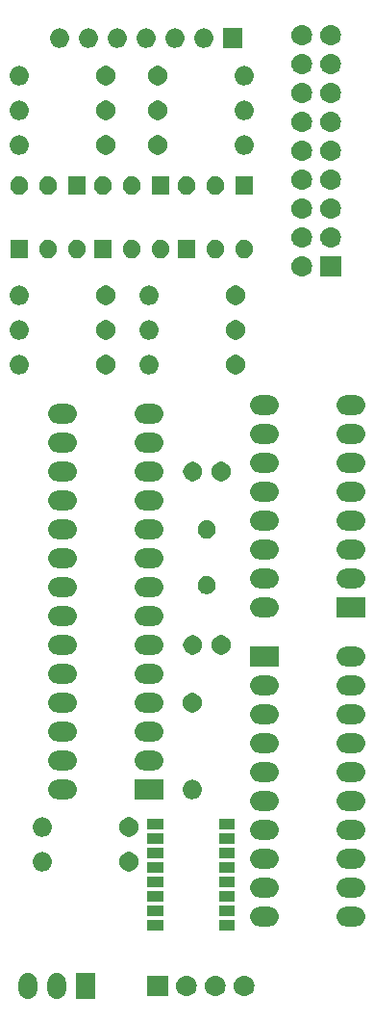
<source format=gbr>
G04 #@! TF.GenerationSoftware,KiCad,Pcbnew,(5.1.0)-1*
G04 #@! TF.CreationDate,2021-08-07T01:09:51-05:00*
G04 #@! TF.ProjectId,nixie_legacy-demux,6e697869-655f-46c6-9567-6163792d6465,rev?*
G04 #@! TF.SameCoordinates,Original*
G04 #@! TF.FileFunction,Soldermask,Top*
G04 #@! TF.FilePolarity,Negative*
%FSLAX46Y46*%
G04 Gerber Fmt 4.6, Leading zero omitted, Abs format (unit mm)*
G04 Created by KiCad (PCBNEW (5.1.0)-1) date 2021-08-07 01:09:51*
%MOMM*%
%LPD*%
G04 APERTURE LIST*
%ADD10C,0.100000*%
G04 APERTURE END LIST*
D10*
G36*
X108109376Y-150244944D02*
G01*
X108262627Y-150291432D01*
X108262630Y-150291433D01*
X108403863Y-150366924D01*
X108527659Y-150468521D01*
X108629256Y-150592317D01*
X108704747Y-150733550D01*
X108704748Y-150733553D01*
X108751236Y-150886804D01*
X108763000Y-151006247D01*
X108763000Y-151761753D01*
X108751236Y-151881196D01*
X108749478Y-151886991D01*
X108704747Y-152034450D01*
X108629256Y-152175683D01*
X108527659Y-152299479D01*
X108403863Y-152401076D01*
X108262629Y-152476567D01*
X108262626Y-152476568D01*
X108109375Y-152523056D01*
X107950000Y-152538753D01*
X107790624Y-152523056D01*
X107637373Y-152476568D01*
X107637370Y-152476567D01*
X107496137Y-152401076D01*
X107372341Y-152299479D01*
X107270744Y-152175683D01*
X107195253Y-152034449D01*
X107192139Y-152024185D01*
X107148764Y-151881195D01*
X107137000Y-151761752D01*
X107137000Y-151006247D01*
X107148764Y-150886804D01*
X107195253Y-150733553D01*
X107249950Y-150631222D01*
X107270745Y-150592317D01*
X107372342Y-150468521D01*
X107496138Y-150366924D01*
X107637371Y-150291433D01*
X107637374Y-150291432D01*
X107790625Y-150244944D01*
X107950000Y-150229247D01*
X108109376Y-150244944D01*
X108109376Y-150244944D01*
G37*
G36*
X110649376Y-150244944D02*
G01*
X110802627Y-150291432D01*
X110802630Y-150291433D01*
X110943863Y-150366924D01*
X111067659Y-150468521D01*
X111169256Y-150592317D01*
X111244747Y-150733550D01*
X111244748Y-150733553D01*
X111291236Y-150886804D01*
X111303000Y-151006247D01*
X111303000Y-151761753D01*
X111291236Y-151881196D01*
X111289478Y-151886991D01*
X111244747Y-152034450D01*
X111169256Y-152175683D01*
X111067659Y-152299479D01*
X110943863Y-152401076D01*
X110802629Y-152476567D01*
X110802626Y-152476568D01*
X110649375Y-152523056D01*
X110490000Y-152538753D01*
X110330624Y-152523056D01*
X110177373Y-152476568D01*
X110177370Y-152476567D01*
X110036137Y-152401076D01*
X109912341Y-152299479D01*
X109810744Y-152175683D01*
X109735253Y-152034449D01*
X109732139Y-152024185D01*
X109688764Y-151881195D01*
X109677000Y-151761752D01*
X109677000Y-151006247D01*
X109688764Y-150886804D01*
X109735253Y-150733553D01*
X109789950Y-150631222D01*
X109810745Y-150592317D01*
X109912342Y-150468521D01*
X110036138Y-150366924D01*
X110177371Y-150291433D01*
X110177374Y-150291432D01*
X110330625Y-150244944D01*
X110490000Y-150229247D01*
X110649376Y-150244944D01*
X110649376Y-150244944D01*
G37*
G36*
X113843000Y-152534820D02*
G01*
X112217000Y-152534820D01*
X112217000Y-150233180D01*
X113843000Y-150233180D01*
X113843000Y-152534820D01*
X113843000Y-152534820D01*
G37*
G36*
X120281000Y-152285000D02*
G01*
X118479000Y-152285000D01*
X118479000Y-150483000D01*
X120281000Y-150483000D01*
X120281000Y-152285000D01*
X120281000Y-152285000D01*
G37*
G36*
X122030442Y-150489518D02*
G01*
X122096627Y-150496037D01*
X122266466Y-150547557D01*
X122422991Y-150631222D01*
X122458729Y-150660552D01*
X122560186Y-150743814D01*
X122643448Y-150845271D01*
X122672778Y-150881009D01*
X122756443Y-151037534D01*
X122807963Y-151207373D01*
X122825359Y-151384000D01*
X122807963Y-151560627D01*
X122756443Y-151730466D01*
X122672778Y-151886991D01*
X122643448Y-151922729D01*
X122560186Y-152024186D01*
X122458729Y-152107448D01*
X122422991Y-152136778D01*
X122266466Y-152220443D01*
X122096627Y-152271963D01*
X122030443Y-152278481D01*
X121964260Y-152285000D01*
X121875740Y-152285000D01*
X121809557Y-152278481D01*
X121743373Y-152271963D01*
X121573534Y-152220443D01*
X121417009Y-152136778D01*
X121381271Y-152107448D01*
X121279814Y-152024186D01*
X121196552Y-151922729D01*
X121167222Y-151886991D01*
X121083557Y-151730466D01*
X121032037Y-151560627D01*
X121014641Y-151384000D01*
X121032037Y-151207373D01*
X121083557Y-151037534D01*
X121167222Y-150881009D01*
X121196552Y-150845271D01*
X121279814Y-150743814D01*
X121381271Y-150660552D01*
X121417009Y-150631222D01*
X121573534Y-150547557D01*
X121743373Y-150496037D01*
X121809558Y-150489518D01*
X121875740Y-150483000D01*
X121964260Y-150483000D01*
X122030442Y-150489518D01*
X122030442Y-150489518D01*
G37*
G36*
X127110442Y-150489518D02*
G01*
X127176627Y-150496037D01*
X127346466Y-150547557D01*
X127502991Y-150631222D01*
X127538729Y-150660552D01*
X127640186Y-150743814D01*
X127723448Y-150845271D01*
X127752778Y-150881009D01*
X127836443Y-151037534D01*
X127887963Y-151207373D01*
X127905359Y-151384000D01*
X127887963Y-151560627D01*
X127836443Y-151730466D01*
X127752778Y-151886991D01*
X127723448Y-151922729D01*
X127640186Y-152024186D01*
X127538729Y-152107448D01*
X127502991Y-152136778D01*
X127346466Y-152220443D01*
X127176627Y-152271963D01*
X127110443Y-152278481D01*
X127044260Y-152285000D01*
X126955740Y-152285000D01*
X126889557Y-152278481D01*
X126823373Y-152271963D01*
X126653534Y-152220443D01*
X126497009Y-152136778D01*
X126461271Y-152107448D01*
X126359814Y-152024186D01*
X126276552Y-151922729D01*
X126247222Y-151886991D01*
X126163557Y-151730466D01*
X126112037Y-151560627D01*
X126094641Y-151384000D01*
X126112037Y-151207373D01*
X126163557Y-151037534D01*
X126247222Y-150881009D01*
X126276552Y-150845271D01*
X126359814Y-150743814D01*
X126461271Y-150660552D01*
X126497009Y-150631222D01*
X126653534Y-150547557D01*
X126823373Y-150496037D01*
X126889558Y-150489518D01*
X126955740Y-150483000D01*
X127044260Y-150483000D01*
X127110442Y-150489518D01*
X127110442Y-150489518D01*
G37*
G36*
X124570442Y-150489518D02*
G01*
X124636627Y-150496037D01*
X124806466Y-150547557D01*
X124962991Y-150631222D01*
X124998729Y-150660552D01*
X125100186Y-150743814D01*
X125183448Y-150845271D01*
X125212778Y-150881009D01*
X125296443Y-151037534D01*
X125347963Y-151207373D01*
X125365359Y-151384000D01*
X125347963Y-151560627D01*
X125296443Y-151730466D01*
X125212778Y-151886991D01*
X125183448Y-151922729D01*
X125100186Y-152024186D01*
X124998729Y-152107448D01*
X124962991Y-152136778D01*
X124806466Y-152220443D01*
X124636627Y-152271963D01*
X124570443Y-152278481D01*
X124504260Y-152285000D01*
X124415740Y-152285000D01*
X124349557Y-152278481D01*
X124283373Y-152271963D01*
X124113534Y-152220443D01*
X123957009Y-152136778D01*
X123921271Y-152107448D01*
X123819814Y-152024186D01*
X123736552Y-151922729D01*
X123707222Y-151886991D01*
X123623557Y-151730466D01*
X123572037Y-151560627D01*
X123554641Y-151384000D01*
X123572037Y-151207373D01*
X123623557Y-151037534D01*
X123707222Y-150881009D01*
X123736552Y-150845271D01*
X123819814Y-150743814D01*
X123921271Y-150660552D01*
X123957009Y-150631222D01*
X124113534Y-150547557D01*
X124283373Y-150496037D01*
X124349558Y-150489518D01*
X124415740Y-150483000D01*
X124504260Y-150483000D01*
X124570442Y-150489518D01*
X124570442Y-150489518D01*
G37*
G36*
X126177000Y-146511000D02*
G01*
X124775000Y-146511000D01*
X124775000Y-145609000D01*
X126177000Y-145609000D01*
X126177000Y-146511000D01*
X126177000Y-146511000D01*
G37*
G36*
X119877000Y-146511000D02*
G01*
X118475000Y-146511000D01*
X118475000Y-145609000D01*
X119877000Y-145609000D01*
X119877000Y-146511000D01*
X119877000Y-146511000D01*
G37*
G36*
X129344823Y-144449313D02*
G01*
X129505242Y-144497976D01*
X129637906Y-144568886D01*
X129653078Y-144576996D01*
X129782659Y-144683341D01*
X129889004Y-144812922D01*
X129889005Y-144812924D01*
X129968024Y-144960758D01*
X130016687Y-145121177D01*
X130033117Y-145288000D01*
X130016687Y-145454823D01*
X129968024Y-145615242D01*
X129897114Y-145747906D01*
X129889004Y-145763078D01*
X129782659Y-145892659D01*
X129653078Y-145999004D01*
X129653076Y-145999005D01*
X129505242Y-146078024D01*
X129344823Y-146126687D01*
X129219804Y-146139000D01*
X128336196Y-146139000D01*
X128211177Y-146126687D01*
X128050758Y-146078024D01*
X127902924Y-145999005D01*
X127902922Y-145999004D01*
X127773341Y-145892659D01*
X127666996Y-145763078D01*
X127658886Y-145747906D01*
X127587976Y-145615242D01*
X127539313Y-145454823D01*
X127522883Y-145288000D01*
X127539313Y-145121177D01*
X127587976Y-144960758D01*
X127666995Y-144812924D01*
X127666996Y-144812922D01*
X127773341Y-144683341D01*
X127902922Y-144576996D01*
X127918094Y-144568886D01*
X128050758Y-144497976D01*
X128211177Y-144449313D01*
X128336196Y-144437000D01*
X129219804Y-144437000D01*
X129344823Y-144449313D01*
X129344823Y-144449313D01*
G37*
G36*
X136964823Y-144449313D02*
G01*
X137125242Y-144497976D01*
X137257906Y-144568886D01*
X137273078Y-144576996D01*
X137402659Y-144683341D01*
X137509004Y-144812922D01*
X137509005Y-144812924D01*
X137588024Y-144960758D01*
X137636687Y-145121177D01*
X137653117Y-145288000D01*
X137636687Y-145454823D01*
X137588024Y-145615242D01*
X137517114Y-145747906D01*
X137509004Y-145763078D01*
X137402659Y-145892659D01*
X137273078Y-145999004D01*
X137273076Y-145999005D01*
X137125242Y-146078024D01*
X136964823Y-146126687D01*
X136839804Y-146139000D01*
X135956196Y-146139000D01*
X135831177Y-146126687D01*
X135670758Y-146078024D01*
X135522924Y-145999005D01*
X135522922Y-145999004D01*
X135393341Y-145892659D01*
X135286996Y-145763078D01*
X135278886Y-145747906D01*
X135207976Y-145615242D01*
X135159313Y-145454823D01*
X135142883Y-145288000D01*
X135159313Y-145121177D01*
X135207976Y-144960758D01*
X135286995Y-144812924D01*
X135286996Y-144812922D01*
X135393341Y-144683341D01*
X135522922Y-144576996D01*
X135538094Y-144568886D01*
X135670758Y-144497976D01*
X135831177Y-144449313D01*
X135956196Y-144437000D01*
X136839804Y-144437000D01*
X136964823Y-144449313D01*
X136964823Y-144449313D01*
G37*
G36*
X119877000Y-145231000D02*
G01*
X118475000Y-145231000D01*
X118475000Y-144329000D01*
X119877000Y-144329000D01*
X119877000Y-145231000D01*
X119877000Y-145231000D01*
G37*
G36*
X126177000Y-145231000D02*
G01*
X124775000Y-145231000D01*
X124775000Y-144329000D01*
X126177000Y-144329000D01*
X126177000Y-145231000D01*
X126177000Y-145231000D01*
G37*
G36*
X126177000Y-143971000D02*
G01*
X124775000Y-143971000D01*
X124775000Y-143069000D01*
X126177000Y-143069000D01*
X126177000Y-143971000D01*
X126177000Y-143971000D01*
G37*
G36*
X119877000Y-143971000D02*
G01*
X118475000Y-143971000D01*
X118475000Y-143069000D01*
X119877000Y-143069000D01*
X119877000Y-143971000D01*
X119877000Y-143971000D01*
G37*
G36*
X136964823Y-141909313D02*
G01*
X137125242Y-141957976D01*
X137257906Y-142028886D01*
X137273078Y-142036996D01*
X137402659Y-142143341D01*
X137509004Y-142272922D01*
X137509005Y-142272924D01*
X137588024Y-142420758D01*
X137636687Y-142581177D01*
X137653117Y-142748000D01*
X137636687Y-142914823D01*
X137588024Y-143075242D01*
X137517114Y-143207906D01*
X137509004Y-143223078D01*
X137402659Y-143352659D01*
X137273078Y-143459004D01*
X137273076Y-143459005D01*
X137125242Y-143538024D01*
X136964823Y-143586687D01*
X136839804Y-143599000D01*
X135956196Y-143599000D01*
X135831177Y-143586687D01*
X135670758Y-143538024D01*
X135522924Y-143459005D01*
X135522922Y-143459004D01*
X135393341Y-143352659D01*
X135286996Y-143223078D01*
X135278886Y-143207906D01*
X135207976Y-143075242D01*
X135159313Y-142914823D01*
X135142883Y-142748000D01*
X135159313Y-142581177D01*
X135207976Y-142420758D01*
X135286995Y-142272924D01*
X135286996Y-142272922D01*
X135393341Y-142143341D01*
X135522922Y-142036996D01*
X135538094Y-142028886D01*
X135670758Y-141957976D01*
X135831177Y-141909313D01*
X135956196Y-141897000D01*
X136839804Y-141897000D01*
X136964823Y-141909313D01*
X136964823Y-141909313D01*
G37*
G36*
X129344823Y-141909313D02*
G01*
X129505242Y-141957976D01*
X129637906Y-142028886D01*
X129653078Y-142036996D01*
X129782659Y-142143341D01*
X129889004Y-142272922D01*
X129889005Y-142272924D01*
X129968024Y-142420758D01*
X130016687Y-142581177D01*
X130033117Y-142748000D01*
X130016687Y-142914823D01*
X129968024Y-143075242D01*
X129897114Y-143207906D01*
X129889004Y-143223078D01*
X129782659Y-143352659D01*
X129653078Y-143459004D01*
X129653076Y-143459005D01*
X129505242Y-143538024D01*
X129344823Y-143586687D01*
X129219804Y-143599000D01*
X128336196Y-143599000D01*
X128211177Y-143586687D01*
X128050758Y-143538024D01*
X127902924Y-143459005D01*
X127902922Y-143459004D01*
X127773341Y-143352659D01*
X127666996Y-143223078D01*
X127658886Y-143207906D01*
X127587976Y-143075242D01*
X127539313Y-142914823D01*
X127522883Y-142748000D01*
X127539313Y-142581177D01*
X127587976Y-142420758D01*
X127666995Y-142272924D01*
X127666996Y-142272922D01*
X127773341Y-142143341D01*
X127902922Y-142036996D01*
X127918094Y-142028886D01*
X128050758Y-141957976D01*
X128211177Y-141909313D01*
X128336196Y-141897000D01*
X129219804Y-141897000D01*
X129344823Y-141909313D01*
X129344823Y-141909313D01*
G37*
G36*
X126177000Y-142701000D02*
G01*
X124775000Y-142701000D01*
X124775000Y-141799000D01*
X126177000Y-141799000D01*
X126177000Y-142701000D01*
X126177000Y-142701000D01*
G37*
G36*
X119877000Y-142701000D02*
G01*
X118475000Y-142701000D01*
X118475000Y-141799000D01*
X119877000Y-141799000D01*
X119877000Y-142701000D01*
X119877000Y-142701000D01*
G37*
G36*
X126177000Y-141421000D02*
G01*
X124775000Y-141421000D01*
X124775000Y-140519000D01*
X126177000Y-140519000D01*
X126177000Y-141421000D01*
X126177000Y-141421000D01*
G37*
G36*
X119877000Y-141421000D02*
G01*
X118475000Y-141421000D01*
X118475000Y-140519000D01*
X119877000Y-140519000D01*
X119877000Y-141421000D01*
X119877000Y-141421000D01*
G37*
G36*
X117088228Y-139643703D02*
G01*
X117243100Y-139707853D01*
X117382481Y-139800985D01*
X117501015Y-139919519D01*
X117594147Y-140058900D01*
X117658297Y-140213772D01*
X117691000Y-140378184D01*
X117691000Y-140545816D01*
X117658297Y-140710228D01*
X117594147Y-140865100D01*
X117501015Y-141004481D01*
X117382481Y-141123015D01*
X117243100Y-141216147D01*
X117088228Y-141280297D01*
X116923816Y-141313000D01*
X116756184Y-141313000D01*
X116591772Y-141280297D01*
X116436900Y-141216147D01*
X116297519Y-141123015D01*
X116178985Y-141004481D01*
X116085853Y-140865100D01*
X116021703Y-140710228D01*
X115989000Y-140545816D01*
X115989000Y-140378184D01*
X116021703Y-140213772D01*
X116085853Y-140058900D01*
X116178985Y-139919519D01*
X116297519Y-139800985D01*
X116436900Y-139707853D01*
X116591772Y-139643703D01*
X116756184Y-139611000D01*
X116923816Y-139611000D01*
X117088228Y-139643703D01*
X117088228Y-139643703D01*
G37*
G36*
X109386823Y-139623313D02*
G01*
X109547242Y-139671976D01*
X109679906Y-139742886D01*
X109695078Y-139750996D01*
X109824659Y-139857341D01*
X109931004Y-139986922D01*
X109931005Y-139986924D01*
X110010024Y-140134758D01*
X110058687Y-140295177D01*
X110075117Y-140462000D01*
X110058687Y-140628823D01*
X110010024Y-140789242D01*
X109969477Y-140865100D01*
X109931004Y-140937078D01*
X109824659Y-141066659D01*
X109695078Y-141173004D01*
X109695076Y-141173005D01*
X109547242Y-141252024D01*
X109386823Y-141300687D01*
X109261804Y-141313000D01*
X109178196Y-141313000D01*
X109053177Y-141300687D01*
X108892758Y-141252024D01*
X108744924Y-141173005D01*
X108744922Y-141173004D01*
X108615341Y-141066659D01*
X108508996Y-140937078D01*
X108470523Y-140865100D01*
X108429976Y-140789242D01*
X108381313Y-140628823D01*
X108364883Y-140462000D01*
X108381313Y-140295177D01*
X108429976Y-140134758D01*
X108508995Y-139986924D01*
X108508996Y-139986922D01*
X108615341Y-139857341D01*
X108744922Y-139750996D01*
X108760094Y-139742886D01*
X108892758Y-139671976D01*
X109053177Y-139623313D01*
X109178196Y-139611000D01*
X109261804Y-139611000D01*
X109386823Y-139623313D01*
X109386823Y-139623313D01*
G37*
G36*
X136964823Y-139369313D02*
G01*
X137125242Y-139417976D01*
X137257906Y-139488886D01*
X137273078Y-139496996D01*
X137402659Y-139603341D01*
X137509004Y-139732922D01*
X137509005Y-139732924D01*
X137588024Y-139880758D01*
X137636687Y-140041177D01*
X137653117Y-140208000D01*
X137636687Y-140374823D01*
X137588024Y-140535242D01*
X137582372Y-140545816D01*
X137509004Y-140683078D01*
X137402659Y-140812659D01*
X137273078Y-140919004D01*
X137273076Y-140919005D01*
X137125242Y-140998024D01*
X136964823Y-141046687D01*
X136839804Y-141059000D01*
X135956196Y-141059000D01*
X135831177Y-141046687D01*
X135670758Y-140998024D01*
X135522924Y-140919005D01*
X135522922Y-140919004D01*
X135393341Y-140812659D01*
X135286996Y-140683078D01*
X135213628Y-140545816D01*
X135207976Y-140535242D01*
X135159313Y-140374823D01*
X135142883Y-140208000D01*
X135159313Y-140041177D01*
X135207976Y-139880758D01*
X135286995Y-139732924D01*
X135286996Y-139732922D01*
X135393341Y-139603341D01*
X135522922Y-139496996D01*
X135538094Y-139488886D01*
X135670758Y-139417976D01*
X135831177Y-139369313D01*
X135956196Y-139357000D01*
X136839804Y-139357000D01*
X136964823Y-139369313D01*
X136964823Y-139369313D01*
G37*
G36*
X129344823Y-139369313D02*
G01*
X129505242Y-139417976D01*
X129637906Y-139488886D01*
X129653078Y-139496996D01*
X129782659Y-139603341D01*
X129889004Y-139732922D01*
X129889005Y-139732924D01*
X129968024Y-139880758D01*
X130016687Y-140041177D01*
X130033117Y-140208000D01*
X130016687Y-140374823D01*
X129968024Y-140535242D01*
X129962372Y-140545816D01*
X129889004Y-140683078D01*
X129782659Y-140812659D01*
X129653078Y-140919004D01*
X129653076Y-140919005D01*
X129505242Y-140998024D01*
X129344823Y-141046687D01*
X129219804Y-141059000D01*
X128336196Y-141059000D01*
X128211177Y-141046687D01*
X128050758Y-140998024D01*
X127902924Y-140919005D01*
X127902922Y-140919004D01*
X127773341Y-140812659D01*
X127666996Y-140683078D01*
X127593628Y-140545816D01*
X127587976Y-140535242D01*
X127539313Y-140374823D01*
X127522883Y-140208000D01*
X127539313Y-140041177D01*
X127587976Y-139880758D01*
X127666995Y-139732924D01*
X127666996Y-139732922D01*
X127773341Y-139603341D01*
X127902922Y-139496996D01*
X127918094Y-139488886D01*
X128050758Y-139417976D01*
X128211177Y-139369313D01*
X128336196Y-139357000D01*
X129219804Y-139357000D01*
X129344823Y-139369313D01*
X129344823Y-139369313D01*
G37*
G36*
X119877000Y-140151000D02*
G01*
X118475000Y-140151000D01*
X118475000Y-139249000D01*
X119877000Y-139249000D01*
X119877000Y-140151000D01*
X119877000Y-140151000D01*
G37*
G36*
X126177000Y-140151000D02*
G01*
X124775000Y-140151000D01*
X124775000Y-139249000D01*
X126177000Y-139249000D01*
X126177000Y-140151000D01*
X126177000Y-140151000D01*
G37*
G36*
X119877000Y-138891000D02*
G01*
X118475000Y-138891000D01*
X118475000Y-137989000D01*
X119877000Y-137989000D01*
X119877000Y-138891000D01*
X119877000Y-138891000D01*
G37*
G36*
X126177000Y-138891000D02*
G01*
X124775000Y-138891000D01*
X124775000Y-137989000D01*
X126177000Y-137989000D01*
X126177000Y-138891000D01*
X126177000Y-138891000D01*
G37*
G36*
X136964823Y-136829313D02*
G01*
X137125242Y-136877976D01*
X137257906Y-136948886D01*
X137273078Y-136956996D01*
X137402659Y-137063341D01*
X137509004Y-137192922D01*
X137509005Y-137192924D01*
X137588024Y-137340758D01*
X137636687Y-137501177D01*
X137653117Y-137668000D01*
X137636687Y-137834823D01*
X137588024Y-137995242D01*
X137575507Y-138018659D01*
X137509004Y-138143078D01*
X137402659Y-138272659D01*
X137273078Y-138379004D01*
X137273076Y-138379005D01*
X137125242Y-138458024D01*
X136964823Y-138506687D01*
X136839804Y-138519000D01*
X135956196Y-138519000D01*
X135831177Y-138506687D01*
X135670758Y-138458024D01*
X135522924Y-138379005D01*
X135522922Y-138379004D01*
X135393341Y-138272659D01*
X135286996Y-138143078D01*
X135220493Y-138018659D01*
X135207976Y-137995242D01*
X135159313Y-137834823D01*
X135142883Y-137668000D01*
X135159313Y-137501177D01*
X135207976Y-137340758D01*
X135286995Y-137192924D01*
X135286996Y-137192922D01*
X135393341Y-137063341D01*
X135522922Y-136956996D01*
X135538094Y-136948886D01*
X135670758Y-136877976D01*
X135831177Y-136829313D01*
X135956196Y-136817000D01*
X136839804Y-136817000D01*
X136964823Y-136829313D01*
X136964823Y-136829313D01*
G37*
G36*
X129344823Y-136829313D02*
G01*
X129505242Y-136877976D01*
X129637906Y-136948886D01*
X129653078Y-136956996D01*
X129782659Y-137063341D01*
X129889004Y-137192922D01*
X129889005Y-137192924D01*
X129968024Y-137340758D01*
X130016687Y-137501177D01*
X130033117Y-137668000D01*
X130016687Y-137834823D01*
X129968024Y-137995242D01*
X129955507Y-138018659D01*
X129889004Y-138143078D01*
X129782659Y-138272659D01*
X129653078Y-138379004D01*
X129653076Y-138379005D01*
X129505242Y-138458024D01*
X129344823Y-138506687D01*
X129219804Y-138519000D01*
X128336196Y-138519000D01*
X128211177Y-138506687D01*
X128050758Y-138458024D01*
X127902924Y-138379005D01*
X127902922Y-138379004D01*
X127773341Y-138272659D01*
X127666996Y-138143078D01*
X127600493Y-138018659D01*
X127587976Y-137995242D01*
X127539313Y-137834823D01*
X127522883Y-137668000D01*
X127539313Y-137501177D01*
X127587976Y-137340758D01*
X127666995Y-137192924D01*
X127666996Y-137192922D01*
X127773341Y-137063341D01*
X127902922Y-136956996D01*
X127918094Y-136948886D01*
X128050758Y-136877976D01*
X128211177Y-136829313D01*
X128336196Y-136817000D01*
X129219804Y-136817000D01*
X129344823Y-136829313D01*
X129344823Y-136829313D01*
G37*
G36*
X109386823Y-136575313D02*
G01*
X109547242Y-136623976D01*
X109614361Y-136659852D01*
X109695078Y-136702996D01*
X109824659Y-136809341D01*
X109931004Y-136938922D01*
X109931005Y-136938924D01*
X110010024Y-137086758D01*
X110058687Y-137247177D01*
X110075117Y-137414000D01*
X110058687Y-137580823D01*
X110010024Y-137741242D01*
X109969477Y-137817100D01*
X109931004Y-137889078D01*
X109824659Y-138018659D01*
X109695078Y-138125004D01*
X109695076Y-138125005D01*
X109547242Y-138204024D01*
X109386823Y-138252687D01*
X109261804Y-138265000D01*
X109178196Y-138265000D01*
X109053177Y-138252687D01*
X108892758Y-138204024D01*
X108744924Y-138125005D01*
X108744922Y-138125004D01*
X108615341Y-138018659D01*
X108508996Y-137889078D01*
X108470523Y-137817100D01*
X108429976Y-137741242D01*
X108381313Y-137580823D01*
X108364883Y-137414000D01*
X108381313Y-137247177D01*
X108429976Y-137086758D01*
X108508995Y-136938924D01*
X108508996Y-136938922D01*
X108615341Y-136809341D01*
X108744922Y-136702996D01*
X108825639Y-136659852D01*
X108892758Y-136623976D01*
X109053177Y-136575313D01*
X109178196Y-136563000D01*
X109261804Y-136563000D01*
X109386823Y-136575313D01*
X109386823Y-136575313D01*
G37*
G36*
X117088228Y-136595703D02*
G01*
X117243100Y-136659853D01*
X117382481Y-136752985D01*
X117501015Y-136871519D01*
X117594147Y-137010900D01*
X117658297Y-137165772D01*
X117691000Y-137330184D01*
X117691000Y-137497816D01*
X117658297Y-137662228D01*
X117594147Y-137817100D01*
X117501015Y-137956481D01*
X117382481Y-138075015D01*
X117243100Y-138168147D01*
X117088228Y-138232297D01*
X116923816Y-138265000D01*
X116756184Y-138265000D01*
X116591772Y-138232297D01*
X116436900Y-138168147D01*
X116297519Y-138075015D01*
X116178985Y-137956481D01*
X116085853Y-137817100D01*
X116021703Y-137662228D01*
X115989000Y-137497816D01*
X115989000Y-137330184D01*
X116021703Y-137165772D01*
X116085853Y-137010900D01*
X116178985Y-136871519D01*
X116297519Y-136752985D01*
X116436900Y-136659853D01*
X116591772Y-136595703D01*
X116756184Y-136563000D01*
X116923816Y-136563000D01*
X117088228Y-136595703D01*
X117088228Y-136595703D01*
G37*
G36*
X119877000Y-137611000D02*
G01*
X118475000Y-137611000D01*
X118475000Y-136709000D01*
X119877000Y-136709000D01*
X119877000Y-137611000D01*
X119877000Y-137611000D01*
G37*
G36*
X126177000Y-137611000D02*
G01*
X124775000Y-137611000D01*
X124775000Y-136709000D01*
X126177000Y-136709000D01*
X126177000Y-137611000D01*
X126177000Y-137611000D01*
G37*
G36*
X136964823Y-134289313D02*
G01*
X137125242Y-134337976D01*
X137257906Y-134408886D01*
X137273078Y-134416996D01*
X137402659Y-134523341D01*
X137509004Y-134652922D01*
X137509005Y-134652924D01*
X137588024Y-134800758D01*
X137636687Y-134961177D01*
X137653117Y-135128000D01*
X137636687Y-135294823D01*
X137588024Y-135455242D01*
X137517114Y-135587906D01*
X137509004Y-135603078D01*
X137402659Y-135732659D01*
X137273078Y-135839004D01*
X137273076Y-135839005D01*
X137125242Y-135918024D01*
X136964823Y-135966687D01*
X136839804Y-135979000D01*
X135956196Y-135979000D01*
X135831177Y-135966687D01*
X135670758Y-135918024D01*
X135522924Y-135839005D01*
X135522922Y-135839004D01*
X135393341Y-135732659D01*
X135286996Y-135603078D01*
X135278886Y-135587906D01*
X135207976Y-135455242D01*
X135159313Y-135294823D01*
X135142883Y-135128000D01*
X135159313Y-134961177D01*
X135207976Y-134800758D01*
X135286995Y-134652924D01*
X135286996Y-134652922D01*
X135393341Y-134523341D01*
X135522922Y-134416996D01*
X135538094Y-134408886D01*
X135670758Y-134337976D01*
X135831177Y-134289313D01*
X135956196Y-134277000D01*
X136839804Y-134277000D01*
X136964823Y-134289313D01*
X136964823Y-134289313D01*
G37*
G36*
X129344823Y-134289313D02*
G01*
X129505242Y-134337976D01*
X129637906Y-134408886D01*
X129653078Y-134416996D01*
X129782659Y-134523341D01*
X129889004Y-134652922D01*
X129889005Y-134652924D01*
X129968024Y-134800758D01*
X130016687Y-134961177D01*
X130033117Y-135128000D01*
X130016687Y-135294823D01*
X129968024Y-135455242D01*
X129897114Y-135587906D01*
X129889004Y-135603078D01*
X129782659Y-135732659D01*
X129653078Y-135839004D01*
X129653076Y-135839005D01*
X129505242Y-135918024D01*
X129344823Y-135966687D01*
X129219804Y-135979000D01*
X128336196Y-135979000D01*
X128211177Y-135966687D01*
X128050758Y-135918024D01*
X127902924Y-135839005D01*
X127902922Y-135839004D01*
X127773341Y-135732659D01*
X127666996Y-135603078D01*
X127658886Y-135587906D01*
X127587976Y-135455242D01*
X127539313Y-135294823D01*
X127522883Y-135128000D01*
X127539313Y-134961177D01*
X127587976Y-134800758D01*
X127666995Y-134652924D01*
X127666996Y-134652922D01*
X127773341Y-134523341D01*
X127902922Y-134416996D01*
X127918094Y-134408886D01*
X128050758Y-134337976D01*
X128211177Y-134289313D01*
X128336196Y-134277000D01*
X129219804Y-134277000D01*
X129344823Y-134289313D01*
X129344823Y-134289313D01*
G37*
G36*
X122594823Y-133273313D02*
G01*
X122755242Y-133321976D01*
X122860100Y-133378024D01*
X122903078Y-133400996D01*
X123032659Y-133507341D01*
X123139004Y-133636922D01*
X123139005Y-133636924D01*
X123218024Y-133784758D01*
X123266687Y-133945177D01*
X123283117Y-134112000D01*
X123266687Y-134278823D01*
X123218024Y-134439242D01*
X123173072Y-134523341D01*
X123139004Y-134587078D01*
X123032659Y-134716659D01*
X122903078Y-134823004D01*
X122903076Y-134823005D01*
X122755242Y-134902024D01*
X122594823Y-134950687D01*
X122469804Y-134963000D01*
X122386196Y-134963000D01*
X122261177Y-134950687D01*
X122100758Y-134902024D01*
X121952924Y-134823005D01*
X121952922Y-134823004D01*
X121823341Y-134716659D01*
X121716996Y-134587078D01*
X121682928Y-134523341D01*
X121637976Y-134439242D01*
X121589313Y-134278823D01*
X121572883Y-134112000D01*
X121589313Y-133945177D01*
X121637976Y-133784758D01*
X121716995Y-133636924D01*
X121716996Y-133636922D01*
X121823341Y-133507341D01*
X121952922Y-133400996D01*
X121995900Y-133378024D01*
X122100758Y-133321976D01*
X122261177Y-133273313D01*
X122386196Y-133261000D01*
X122469804Y-133261000D01*
X122594823Y-133273313D01*
X122594823Y-133273313D01*
G37*
G36*
X119869000Y-134963000D02*
G01*
X117367000Y-134963000D01*
X117367000Y-133261000D01*
X119869000Y-133261000D01*
X119869000Y-134963000D01*
X119869000Y-134963000D01*
G37*
G36*
X111564823Y-133273313D02*
G01*
X111725242Y-133321976D01*
X111830100Y-133378024D01*
X111873078Y-133400996D01*
X112002659Y-133507341D01*
X112109004Y-133636922D01*
X112109005Y-133636924D01*
X112188024Y-133784758D01*
X112236687Y-133945177D01*
X112253117Y-134112000D01*
X112236687Y-134278823D01*
X112188024Y-134439242D01*
X112143072Y-134523341D01*
X112109004Y-134587078D01*
X112002659Y-134716659D01*
X111873078Y-134823004D01*
X111873076Y-134823005D01*
X111725242Y-134902024D01*
X111564823Y-134950687D01*
X111439804Y-134963000D01*
X110556196Y-134963000D01*
X110431177Y-134950687D01*
X110270758Y-134902024D01*
X110122924Y-134823005D01*
X110122922Y-134823004D01*
X109993341Y-134716659D01*
X109886996Y-134587078D01*
X109852928Y-134523341D01*
X109807976Y-134439242D01*
X109759313Y-134278823D01*
X109742883Y-134112000D01*
X109759313Y-133945177D01*
X109807976Y-133784758D01*
X109886995Y-133636924D01*
X109886996Y-133636922D01*
X109993341Y-133507341D01*
X110122922Y-133400996D01*
X110165900Y-133378024D01*
X110270758Y-133321976D01*
X110431177Y-133273313D01*
X110556196Y-133261000D01*
X111439804Y-133261000D01*
X111564823Y-133273313D01*
X111564823Y-133273313D01*
G37*
G36*
X129344823Y-131749313D02*
G01*
X129505242Y-131797976D01*
X129637906Y-131868886D01*
X129653078Y-131876996D01*
X129782659Y-131983341D01*
X129889004Y-132112922D01*
X129889005Y-132112924D01*
X129968024Y-132260758D01*
X130016687Y-132421177D01*
X130033117Y-132588000D01*
X130016687Y-132754823D01*
X129968024Y-132915242D01*
X129897114Y-133047906D01*
X129889004Y-133063078D01*
X129782659Y-133192659D01*
X129653078Y-133299004D01*
X129653076Y-133299005D01*
X129505242Y-133378024D01*
X129344823Y-133426687D01*
X129219804Y-133439000D01*
X128336196Y-133439000D01*
X128211177Y-133426687D01*
X128050758Y-133378024D01*
X127902924Y-133299005D01*
X127902922Y-133299004D01*
X127773341Y-133192659D01*
X127666996Y-133063078D01*
X127658886Y-133047906D01*
X127587976Y-132915242D01*
X127539313Y-132754823D01*
X127522883Y-132588000D01*
X127539313Y-132421177D01*
X127587976Y-132260758D01*
X127666995Y-132112924D01*
X127666996Y-132112922D01*
X127773341Y-131983341D01*
X127902922Y-131876996D01*
X127918094Y-131868886D01*
X128050758Y-131797976D01*
X128211177Y-131749313D01*
X128336196Y-131737000D01*
X129219804Y-131737000D01*
X129344823Y-131749313D01*
X129344823Y-131749313D01*
G37*
G36*
X136964823Y-131749313D02*
G01*
X137125242Y-131797976D01*
X137257906Y-131868886D01*
X137273078Y-131876996D01*
X137402659Y-131983341D01*
X137509004Y-132112922D01*
X137509005Y-132112924D01*
X137588024Y-132260758D01*
X137636687Y-132421177D01*
X137653117Y-132588000D01*
X137636687Y-132754823D01*
X137588024Y-132915242D01*
X137517114Y-133047906D01*
X137509004Y-133063078D01*
X137402659Y-133192659D01*
X137273078Y-133299004D01*
X137273076Y-133299005D01*
X137125242Y-133378024D01*
X136964823Y-133426687D01*
X136839804Y-133439000D01*
X135956196Y-133439000D01*
X135831177Y-133426687D01*
X135670758Y-133378024D01*
X135522924Y-133299005D01*
X135522922Y-133299004D01*
X135393341Y-133192659D01*
X135286996Y-133063078D01*
X135278886Y-133047906D01*
X135207976Y-132915242D01*
X135159313Y-132754823D01*
X135142883Y-132588000D01*
X135159313Y-132421177D01*
X135207976Y-132260758D01*
X135286995Y-132112924D01*
X135286996Y-132112922D01*
X135393341Y-131983341D01*
X135522922Y-131876996D01*
X135538094Y-131868886D01*
X135670758Y-131797976D01*
X135831177Y-131749313D01*
X135956196Y-131737000D01*
X136839804Y-131737000D01*
X136964823Y-131749313D01*
X136964823Y-131749313D01*
G37*
G36*
X111564823Y-130733313D02*
G01*
X111725242Y-130781976D01*
X111830100Y-130838024D01*
X111873078Y-130860996D01*
X112002659Y-130967341D01*
X112109004Y-131096922D01*
X112109005Y-131096924D01*
X112188024Y-131244758D01*
X112236687Y-131405177D01*
X112253117Y-131572000D01*
X112236687Y-131738823D01*
X112188024Y-131899242D01*
X112143072Y-131983341D01*
X112109004Y-132047078D01*
X112002659Y-132176659D01*
X111873078Y-132283004D01*
X111873076Y-132283005D01*
X111725242Y-132362024D01*
X111564823Y-132410687D01*
X111439804Y-132423000D01*
X110556196Y-132423000D01*
X110431177Y-132410687D01*
X110270758Y-132362024D01*
X110122924Y-132283005D01*
X110122922Y-132283004D01*
X109993341Y-132176659D01*
X109886996Y-132047078D01*
X109852928Y-131983341D01*
X109807976Y-131899242D01*
X109759313Y-131738823D01*
X109742883Y-131572000D01*
X109759313Y-131405177D01*
X109807976Y-131244758D01*
X109886995Y-131096924D01*
X109886996Y-131096922D01*
X109993341Y-130967341D01*
X110122922Y-130860996D01*
X110165900Y-130838024D01*
X110270758Y-130781976D01*
X110431177Y-130733313D01*
X110556196Y-130721000D01*
X111439804Y-130721000D01*
X111564823Y-130733313D01*
X111564823Y-130733313D01*
G37*
G36*
X119184823Y-130733313D02*
G01*
X119345242Y-130781976D01*
X119450100Y-130838024D01*
X119493078Y-130860996D01*
X119622659Y-130967341D01*
X119729004Y-131096922D01*
X119729005Y-131096924D01*
X119808024Y-131244758D01*
X119856687Y-131405177D01*
X119873117Y-131572000D01*
X119856687Y-131738823D01*
X119808024Y-131899242D01*
X119763072Y-131983341D01*
X119729004Y-132047078D01*
X119622659Y-132176659D01*
X119493078Y-132283004D01*
X119493076Y-132283005D01*
X119345242Y-132362024D01*
X119184823Y-132410687D01*
X119059804Y-132423000D01*
X118176196Y-132423000D01*
X118051177Y-132410687D01*
X117890758Y-132362024D01*
X117742924Y-132283005D01*
X117742922Y-132283004D01*
X117613341Y-132176659D01*
X117506996Y-132047078D01*
X117472928Y-131983341D01*
X117427976Y-131899242D01*
X117379313Y-131738823D01*
X117362883Y-131572000D01*
X117379313Y-131405177D01*
X117427976Y-131244758D01*
X117506995Y-131096924D01*
X117506996Y-131096922D01*
X117613341Y-130967341D01*
X117742922Y-130860996D01*
X117785900Y-130838024D01*
X117890758Y-130781976D01*
X118051177Y-130733313D01*
X118176196Y-130721000D01*
X119059804Y-130721000D01*
X119184823Y-130733313D01*
X119184823Y-130733313D01*
G37*
G36*
X136964823Y-129209313D02*
G01*
X137125242Y-129257976D01*
X137257906Y-129328886D01*
X137273078Y-129336996D01*
X137402659Y-129443341D01*
X137509004Y-129572922D01*
X137509005Y-129572924D01*
X137588024Y-129720758D01*
X137636687Y-129881177D01*
X137653117Y-130048000D01*
X137636687Y-130214823D01*
X137588024Y-130375242D01*
X137517114Y-130507906D01*
X137509004Y-130523078D01*
X137402659Y-130652659D01*
X137273078Y-130759004D01*
X137273076Y-130759005D01*
X137125242Y-130838024D01*
X136964823Y-130886687D01*
X136839804Y-130899000D01*
X135956196Y-130899000D01*
X135831177Y-130886687D01*
X135670758Y-130838024D01*
X135522924Y-130759005D01*
X135522922Y-130759004D01*
X135393341Y-130652659D01*
X135286996Y-130523078D01*
X135278886Y-130507906D01*
X135207976Y-130375242D01*
X135159313Y-130214823D01*
X135142883Y-130048000D01*
X135159313Y-129881177D01*
X135207976Y-129720758D01*
X135286995Y-129572924D01*
X135286996Y-129572922D01*
X135393341Y-129443341D01*
X135522922Y-129336996D01*
X135538094Y-129328886D01*
X135670758Y-129257976D01*
X135831177Y-129209313D01*
X135956196Y-129197000D01*
X136839804Y-129197000D01*
X136964823Y-129209313D01*
X136964823Y-129209313D01*
G37*
G36*
X129344823Y-129209313D02*
G01*
X129505242Y-129257976D01*
X129637906Y-129328886D01*
X129653078Y-129336996D01*
X129782659Y-129443341D01*
X129889004Y-129572922D01*
X129889005Y-129572924D01*
X129968024Y-129720758D01*
X130016687Y-129881177D01*
X130033117Y-130048000D01*
X130016687Y-130214823D01*
X129968024Y-130375242D01*
X129897114Y-130507906D01*
X129889004Y-130523078D01*
X129782659Y-130652659D01*
X129653078Y-130759004D01*
X129653076Y-130759005D01*
X129505242Y-130838024D01*
X129344823Y-130886687D01*
X129219804Y-130899000D01*
X128336196Y-130899000D01*
X128211177Y-130886687D01*
X128050758Y-130838024D01*
X127902924Y-130759005D01*
X127902922Y-130759004D01*
X127773341Y-130652659D01*
X127666996Y-130523078D01*
X127658886Y-130507906D01*
X127587976Y-130375242D01*
X127539313Y-130214823D01*
X127522883Y-130048000D01*
X127539313Y-129881177D01*
X127587976Y-129720758D01*
X127666995Y-129572924D01*
X127666996Y-129572922D01*
X127773341Y-129443341D01*
X127902922Y-129336996D01*
X127918094Y-129328886D01*
X128050758Y-129257976D01*
X128211177Y-129209313D01*
X128336196Y-129197000D01*
X129219804Y-129197000D01*
X129344823Y-129209313D01*
X129344823Y-129209313D01*
G37*
G36*
X111564823Y-128193313D02*
G01*
X111725242Y-128241976D01*
X111830100Y-128298024D01*
X111873078Y-128320996D01*
X112002659Y-128427341D01*
X112109004Y-128556922D01*
X112109005Y-128556924D01*
X112188024Y-128704758D01*
X112236687Y-128865177D01*
X112253117Y-129032000D01*
X112236687Y-129198823D01*
X112188024Y-129359242D01*
X112143072Y-129443341D01*
X112109004Y-129507078D01*
X112002659Y-129636659D01*
X111873078Y-129743004D01*
X111873076Y-129743005D01*
X111725242Y-129822024D01*
X111564823Y-129870687D01*
X111439804Y-129883000D01*
X110556196Y-129883000D01*
X110431177Y-129870687D01*
X110270758Y-129822024D01*
X110122924Y-129743005D01*
X110122922Y-129743004D01*
X109993341Y-129636659D01*
X109886996Y-129507078D01*
X109852928Y-129443341D01*
X109807976Y-129359242D01*
X109759313Y-129198823D01*
X109742883Y-129032000D01*
X109759313Y-128865177D01*
X109807976Y-128704758D01*
X109886995Y-128556924D01*
X109886996Y-128556922D01*
X109993341Y-128427341D01*
X110122922Y-128320996D01*
X110165900Y-128298024D01*
X110270758Y-128241976D01*
X110431177Y-128193313D01*
X110556196Y-128181000D01*
X111439804Y-128181000D01*
X111564823Y-128193313D01*
X111564823Y-128193313D01*
G37*
G36*
X119184823Y-128193313D02*
G01*
X119345242Y-128241976D01*
X119450100Y-128298024D01*
X119493078Y-128320996D01*
X119622659Y-128427341D01*
X119729004Y-128556922D01*
X119729005Y-128556924D01*
X119808024Y-128704758D01*
X119856687Y-128865177D01*
X119873117Y-129032000D01*
X119856687Y-129198823D01*
X119808024Y-129359242D01*
X119763072Y-129443341D01*
X119729004Y-129507078D01*
X119622659Y-129636659D01*
X119493078Y-129743004D01*
X119493076Y-129743005D01*
X119345242Y-129822024D01*
X119184823Y-129870687D01*
X119059804Y-129883000D01*
X118176196Y-129883000D01*
X118051177Y-129870687D01*
X117890758Y-129822024D01*
X117742924Y-129743005D01*
X117742922Y-129743004D01*
X117613341Y-129636659D01*
X117506996Y-129507078D01*
X117472928Y-129443341D01*
X117427976Y-129359242D01*
X117379313Y-129198823D01*
X117362883Y-129032000D01*
X117379313Y-128865177D01*
X117427976Y-128704758D01*
X117506995Y-128556924D01*
X117506996Y-128556922D01*
X117613341Y-128427341D01*
X117742922Y-128320996D01*
X117785900Y-128298024D01*
X117890758Y-128241976D01*
X118051177Y-128193313D01*
X118176196Y-128181000D01*
X119059804Y-128181000D01*
X119184823Y-128193313D01*
X119184823Y-128193313D01*
G37*
G36*
X136964823Y-126669313D02*
G01*
X137125242Y-126717976D01*
X137166874Y-126740229D01*
X137273078Y-126796996D01*
X137402659Y-126903341D01*
X137509004Y-127032922D01*
X137509005Y-127032924D01*
X137588024Y-127180758D01*
X137636687Y-127341177D01*
X137653117Y-127508000D01*
X137636687Y-127674823D01*
X137588024Y-127835242D01*
X137517114Y-127967906D01*
X137509004Y-127983078D01*
X137402659Y-128112659D01*
X137273078Y-128219004D01*
X137273076Y-128219005D01*
X137125242Y-128298024D01*
X136964823Y-128346687D01*
X136839804Y-128359000D01*
X135956196Y-128359000D01*
X135831177Y-128346687D01*
X135670758Y-128298024D01*
X135522924Y-128219005D01*
X135522922Y-128219004D01*
X135393341Y-128112659D01*
X135286996Y-127983078D01*
X135278886Y-127967906D01*
X135207976Y-127835242D01*
X135159313Y-127674823D01*
X135142883Y-127508000D01*
X135159313Y-127341177D01*
X135207976Y-127180758D01*
X135286995Y-127032924D01*
X135286996Y-127032922D01*
X135393341Y-126903341D01*
X135522922Y-126796996D01*
X135629126Y-126740229D01*
X135670758Y-126717976D01*
X135831177Y-126669313D01*
X135956196Y-126657000D01*
X136839804Y-126657000D01*
X136964823Y-126669313D01*
X136964823Y-126669313D01*
G37*
G36*
X129344823Y-126669313D02*
G01*
X129505242Y-126717976D01*
X129546874Y-126740229D01*
X129653078Y-126796996D01*
X129782659Y-126903341D01*
X129889004Y-127032922D01*
X129889005Y-127032924D01*
X129968024Y-127180758D01*
X130016687Y-127341177D01*
X130033117Y-127508000D01*
X130016687Y-127674823D01*
X129968024Y-127835242D01*
X129897114Y-127967906D01*
X129889004Y-127983078D01*
X129782659Y-128112659D01*
X129653078Y-128219004D01*
X129653076Y-128219005D01*
X129505242Y-128298024D01*
X129344823Y-128346687D01*
X129219804Y-128359000D01*
X128336196Y-128359000D01*
X128211177Y-128346687D01*
X128050758Y-128298024D01*
X127902924Y-128219005D01*
X127902922Y-128219004D01*
X127773341Y-128112659D01*
X127666996Y-127983078D01*
X127658886Y-127967906D01*
X127587976Y-127835242D01*
X127539313Y-127674823D01*
X127522883Y-127508000D01*
X127539313Y-127341177D01*
X127587976Y-127180758D01*
X127666995Y-127032924D01*
X127666996Y-127032922D01*
X127773341Y-126903341D01*
X127902922Y-126796996D01*
X128009126Y-126740229D01*
X128050758Y-126717976D01*
X128211177Y-126669313D01*
X128336196Y-126657000D01*
X129219804Y-126657000D01*
X129344823Y-126669313D01*
X129344823Y-126669313D01*
G37*
G36*
X119184823Y-125653313D02*
G01*
X119345242Y-125701976D01*
X119412361Y-125737852D01*
X119493078Y-125780996D01*
X119622659Y-125887341D01*
X119729004Y-126016922D01*
X119729005Y-126016924D01*
X119808024Y-126164758D01*
X119856687Y-126325177D01*
X119873117Y-126492000D01*
X119856687Y-126658823D01*
X119808024Y-126819242D01*
X119767477Y-126895100D01*
X119729004Y-126967078D01*
X119622659Y-127096659D01*
X119493078Y-127203004D01*
X119493076Y-127203005D01*
X119345242Y-127282024D01*
X119184823Y-127330687D01*
X119059804Y-127343000D01*
X118176196Y-127343000D01*
X118051177Y-127330687D01*
X117890758Y-127282024D01*
X117742924Y-127203005D01*
X117742922Y-127203004D01*
X117613341Y-127096659D01*
X117506996Y-126967078D01*
X117468523Y-126895100D01*
X117427976Y-126819242D01*
X117379313Y-126658823D01*
X117362883Y-126492000D01*
X117379313Y-126325177D01*
X117427976Y-126164758D01*
X117506995Y-126016924D01*
X117506996Y-126016922D01*
X117613341Y-125887341D01*
X117742922Y-125780996D01*
X117823639Y-125737852D01*
X117890758Y-125701976D01*
X118051177Y-125653313D01*
X118176196Y-125641000D01*
X119059804Y-125641000D01*
X119184823Y-125653313D01*
X119184823Y-125653313D01*
G37*
G36*
X122676228Y-125673703D02*
G01*
X122831100Y-125737853D01*
X122970481Y-125830985D01*
X123089015Y-125949519D01*
X123182147Y-126088900D01*
X123246297Y-126243772D01*
X123279000Y-126408184D01*
X123279000Y-126575816D01*
X123246297Y-126740228D01*
X123182147Y-126895100D01*
X123089015Y-127034481D01*
X122970481Y-127153015D01*
X122831100Y-127246147D01*
X122676228Y-127310297D01*
X122511816Y-127343000D01*
X122344184Y-127343000D01*
X122179772Y-127310297D01*
X122024900Y-127246147D01*
X121885519Y-127153015D01*
X121766985Y-127034481D01*
X121673853Y-126895100D01*
X121609703Y-126740228D01*
X121577000Y-126575816D01*
X121577000Y-126408184D01*
X121609703Y-126243772D01*
X121673853Y-126088900D01*
X121766985Y-125949519D01*
X121885519Y-125830985D01*
X122024900Y-125737853D01*
X122179772Y-125673703D01*
X122344184Y-125641000D01*
X122511816Y-125641000D01*
X122676228Y-125673703D01*
X122676228Y-125673703D01*
G37*
G36*
X111564823Y-125653313D02*
G01*
X111725242Y-125701976D01*
X111792361Y-125737852D01*
X111873078Y-125780996D01*
X112002659Y-125887341D01*
X112109004Y-126016922D01*
X112109005Y-126016924D01*
X112188024Y-126164758D01*
X112236687Y-126325177D01*
X112253117Y-126492000D01*
X112236687Y-126658823D01*
X112188024Y-126819242D01*
X112147477Y-126895100D01*
X112109004Y-126967078D01*
X112002659Y-127096659D01*
X111873078Y-127203004D01*
X111873076Y-127203005D01*
X111725242Y-127282024D01*
X111564823Y-127330687D01*
X111439804Y-127343000D01*
X110556196Y-127343000D01*
X110431177Y-127330687D01*
X110270758Y-127282024D01*
X110122924Y-127203005D01*
X110122922Y-127203004D01*
X109993341Y-127096659D01*
X109886996Y-126967078D01*
X109848523Y-126895100D01*
X109807976Y-126819242D01*
X109759313Y-126658823D01*
X109742883Y-126492000D01*
X109759313Y-126325177D01*
X109807976Y-126164758D01*
X109886995Y-126016924D01*
X109886996Y-126016922D01*
X109993341Y-125887341D01*
X110122922Y-125780996D01*
X110203639Y-125737852D01*
X110270758Y-125701976D01*
X110431177Y-125653313D01*
X110556196Y-125641000D01*
X111439804Y-125641000D01*
X111564823Y-125653313D01*
X111564823Y-125653313D01*
G37*
G36*
X136964823Y-124129313D02*
G01*
X137125242Y-124177976D01*
X137257906Y-124248886D01*
X137273078Y-124256996D01*
X137402659Y-124363341D01*
X137509004Y-124492922D01*
X137509005Y-124492924D01*
X137588024Y-124640758D01*
X137636687Y-124801177D01*
X137653117Y-124968000D01*
X137636687Y-125134823D01*
X137588024Y-125295242D01*
X137517114Y-125427906D01*
X137509004Y-125443078D01*
X137402659Y-125572659D01*
X137273078Y-125679004D01*
X137273076Y-125679005D01*
X137125242Y-125758024D01*
X136964823Y-125806687D01*
X136839804Y-125819000D01*
X135956196Y-125819000D01*
X135831177Y-125806687D01*
X135670758Y-125758024D01*
X135522924Y-125679005D01*
X135522922Y-125679004D01*
X135393341Y-125572659D01*
X135286996Y-125443078D01*
X135278886Y-125427906D01*
X135207976Y-125295242D01*
X135159313Y-125134823D01*
X135142883Y-124968000D01*
X135159313Y-124801177D01*
X135207976Y-124640758D01*
X135286995Y-124492924D01*
X135286996Y-124492922D01*
X135393341Y-124363341D01*
X135522922Y-124256996D01*
X135538094Y-124248886D01*
X135670758Y-124177976D01*
X135831177Y-124129313D01*
X135956196Y-124117000D01*
X136839804Y-124117000D01*
X136964823Y-124129313D01*
X136964823Y-124129313D01*
G37*
G36*
X129344823Y-124129313D02*
G01*
X129505242Y-124177976D01*
X129637906Y-124248886D01*
X129653078Y-124256996D01*
X129782659Y-124363341D01*
X129889004Y-124492922D01*
X129889005Y-124492924D01*
X129968024Y-124640758D01*
X130016687Y-124801177D01*
X130033117Y-124968000D01*
X130016687Y-125134823D01*
X129968024Y-125295242D01*
X129897114Y-125427906D01*
X129889004Y-125443078D01*
X129782659Y-125572659D01*
X129653078Y-125679004D01*
X129653076Y-125679005D01*
X129505242Y-125758024D01*
X129344823Y-125806687D01*
X129219804Y-125819000D01*
X128336196Y-125819000D01*
X128211177Y-125806687D01*
X128050758Y-125758024D01*
X127902924Y-125679005D01*
X127902922Y-125679004D01*
X127773341Y-125572659D01*
X127666996Y-125443078D01*
X127658886Y-125427906D01*
X127587976Y-125295242D01*
X127539313Y-125134823D01*
X127522883Y-124968000D01*
X127539313Y-124801177D01*
X127587976Y-124640758D01*
X127666995Y-124492924D01*
X127666996Y-124492922D01*
X127773341Y-124363341D01*
X127902922Y-124256996D01*
X127918094Y-124248886D01*
X128050758Y-124177976D01*
X128211177Y-124129313D01*
X128336196Y-124117000D01*
X129219804Y-124117000D01*
X129344823Y-124129313D01*
X129344823Y-124129313D01*
G37*
G36*
X111564823Y-123113313D02*
G01*
X111725242Y-123161976D01*
X111830100Y-123218024D01*
X111873078Y-123240996D01*
X112002659Y-123347341D01*
X112109004Y-123476922D01*
X112109005Y-123476924D01*
X112188024Y-123624758D01*
X112236687Y-123785177D01*
X112253117Y-123952000D01*
X112236687Y-124118823D01*
X112188024Y-124279242D01*
X112143072Y-124363341D01*
X112109004Y-124427078D01*
X112002659Y-124556659D01*
X111873078Y-124663004D01*
X111873076Y-124663005D01*
X111725242Y-124742024D01*
X111564823Y-124790687D01*
X111439804Y-124803000D01*
X110556196Y-124803000D01*
X110431177Y-124790687D01*
X110270758Y-124742024D01*
X110122924Y-124663005D01*
X110122922Y-124663004D01*
X109993341Y-124556659D01*
X109886996Y-124427078D01*
X109852928Y-124363341D01*
X109807976Y-124279242D01*
X109759313Y-124118823D01*
X109742883Y-123952000D01*
X109759313Y-123785177D01*
X109807976Y-123624758D01*
X109886995Y-123476924D01*
X109886996Y-123476922D01*
X109993341Y-123347341D01*
X110122922Y-123240996D01*
X110165900Y-123218024D01*
X110270758Y-123161976D01*
X110431177Y-123113313D01*
X110556196Y-123101000D01*
X111439804Y-123101000D01*
X111564823Y-123113313D01*
X111564823Y-123113313D01*
G37*
G36*
X119184823Y-123113313D02*
G01*
X119345242Y-123161976D01*
X119450100Y-123218024D01*
X119493078Y-123240996D01*
X119622659Y-123347341D01*
X119729004Y-123476922D01*
X119729005Y-123476924D01*
X119808024Y-123624758D01*
X119856687Y-123785177D01*
X119873117Y-123952000D01*
X119856687Y-124118823D01*
X119808024Y-124279242D01*
X119763072Y-124363341D01*
X119729004Y-124427078D01*
X119622659Y-124556659D01*
X119493078Y-124663004D01*
X119493076Y-124663005D01*
X119345242Y-124742024D01*
X119184823Y-124790687D01*
X119059804Y-124803000D01*
X118176196Y-124803000D01*
X118051177Y-124790687D01*
X117890758Y-124742024D01*
X117742924Y-124663005D01*
X117742922Y-124663004D01*
X117613341Y-124556659D01*
X117506996Y-124427078D01*
X117472928Y-124363341D01*
X117427976Y-124279242D01*
X117379313Y-124118823D01*
X117362883Y-123952000D01*
X117379313Y-123785177D01*
X117427976Y-123624758D01*
X117506995Y-123476924D01*
X117506996Y-123476922D01*
X117613341Y-123347341D01*
X117742922Y-123240996D01*
X117785900Y-123218024D01*
X117890758Y-123161976D01*
X118051177Y-123113313D01*
X118176196Y-123101000D01*
X119059804Y-123101000D01*
X119184823Y-123113313D01*
X119184823Y-123113313D01*
G37*
G36*
X136964823Y-121589313D02*
G01*
X137125242Y-121637976D01*
X137166874Y-121660229D01*
X137273078Y-121716996D01*
X137402659Y-121823341D01*
X137509004Y-121952922D01*
X137509005Y-121952924D01*
X137588024Y-122100758D01*
X137636687Y-122261177D01*
X137653117Y-122428000D01*
X137636687Y-122594823D01*
X137588024Y-122755242D01*
X137517114Y-122887906D01*
X137509004Y-122903078D01*
X137402659Y-123032659D01*
X137273078Y-123139004D01*
X137273076Y-123139005D01*
X137125242Y-123218024D01*
X136964823Y-123266687D01*
X136839804Y-123279000D01*
X135956196Y-123279000D01*
X135831177Y-123266687D01*
X135670758Y-123218024D01*
X135522924Y-123139005D01*
X135522922Y-123139004D01*
X135393341Y-123032659D01*
X135286996Y-122903078D01*
X135278886Y-122887906D01*
X135207976Y-122755242D01*
X135159313Y-122594823D01*
X135142883Y-122428000D01*
X135159313Y-122261177D01*
X135207976Y-122100758D01*
X135286995Y-121952924D01*
X135286996Y-121952922D01*
X135393341Y-121823341D01*
X135522922Y-121716996D01*
X135629126Y-121660229D01*
X135670758Y-121637976D01*
X135831177Y-121589313D01*
X135956196Y-121577000D01*
X136839804Y-121577000D01*
X136964823Y-121589313D01*
X136964823Y-121589313D01*
G37*
G36*
X130029000Y-123279000D02*
G01*
X127527000Y-123279000D01*
X127527000Y-121577000D01*
X130029000Y-121577000D01*
X130029000Y-123279000D01*
X130029000Y-123279000D01*
G37*
G36*
X111564823Y-120573313D02*
G01*
X111725242Y-120621976D01*
X111792361Y-120657852D01*
X111873078Y-120700996D01*
X112002659Y-120807341D01*
X112109004Y-120936922D01*
X112109005Y-120936924D01*
X112188024Y-121084758D01*
X112236687Y-121245177D01*
X112253117Y-121412000D01*
X112236687Y-121578823D01*
X112188024Y-121739242D01*
X112147477Y-121815100D01*
X112109004Y-121887078D01*
X112002659Y-122016659D01*
X111873078Y-122123004D01*
X111873076Y-122123005D01*
X111725242Y-122202024D01*
X111564823Y-122250687D01*
X111439804Y-122263000D01*
X110556196Y-122263000D01*
X110431177Y-122250687D01*
X110270758Y-122202024D01*
X110122924Y-122123005D01*
X110122922Y-122123004D01*
X109993341Y-122016659D01*
X109886996Y-121887078D01*
X109848523Y-121815100D01*
X109807976Y-121739242D01*
X109759313Y-121578823D01*
X109742883Y-121412000D01*
X109759313Y-121245177D01*
X109807976Y-121084758D01*
X109886995Y-120936924D01*
X109886996Y-120936922D01*
X109993341Y-120807341D01*
X110122922Y-120700996D01*
X110203639Y-120657852D01*
X110270758Y-120621976D01*
X110431177Y-120573313D01*
X110556196Y-120561000D01*
X111439804Y-120561000D01*
X111564823Y-120573313D01*
X111564823Y-120573313D01*
G37*
G36*
X119184823Y-120573313D02*
G01*
X119345242Y-120621976D01*
X119412361Y-120657852D01*
X119493078Y-120700996D01*
X119622659Y-120807341D01*
X119729004Y-120936922D01*
X119729005Y-120936924D01*
X119808024Y-121084758D01*
X119856687Y-121245177D01*
X119873117Y-121412000D01*
X119856687Y-121578823D01*
X119808024Y-121739242D01*
X119767477Y-121815100D01*
X119729004Y-121887078D01*
X119622659Y-122016659D01*
X119493078Y-122123004D01*
X119493076Y-122123005D01*
X119345242Y-122202024D01*
X119184823Y-122250687D01*
X119059804Y-122263000D01*
X118176196Y-122263000D01*
X118051177Y-122250687D01*
X117890758Y-122202024D01*
X117742924Y-122123005D01*
X117742922Y-122123004D01*
X117613341Y-122016659D01*
X117506996Y-121887078D01*
X117468523Y-121815100D01*
X117427976Y-121739242D01*
X117379313Y-121578823D01*
X117362883Y-121412000D01*
X117379313Y-121245177D01*
X117427976Y-121084758D01*
X117506995Y-120936924D01*
X117506996Y-120936922D01*
X117613341Y-120807341D01*
X117742922Y-120700996D01*
X117823639Y-120657852D01*
X117890758Y-120621976D01*
X118051177Y-120573313D01*
X118176196Y-120561000D01*
X119059804Y-120561000D01*
X119184823Y-120573313D01*
X119184823Y-120573313D01*
G37*
G36*
X122716228Y-120593703D02*
G01*
X122871100Y-120657853D01*
X123010481Y-120750985D01*
X123129015Y-120869519D01*
X123222147Y-121008900D01*
X123286297Y-121163772D01*
X123319000Y-121328184D01*
X123319000Y-121495816D01*
X123286297Y-121660228D01*
X123222147Y-121815100D01*
X123129015Y-121954481D01*
X123010481Y-122073015D01*
X122871100Y-122166147D01*
X122716228Y-122230297D01*
X122551816Y-122263000D01*
X122384184Y-122263000D01*
X122219772Y-122230297D01*
X122064900Y-122166147D01*
X121925519Y-122073015D01*
X121806985Y-121954481D01*
X121713853Y-121815100D01*
X121649703Y-121660228D01*
X121617000Y-121495816D01*
X121617000Y-121328184D01*
X121649703Y-121163772D01*
X121713853Y-121008900D01*
X121806985Y-120869519D01*
X121925519Y-120750985D01*
X122064900Y-120657853D01*
X122219772Y-120593703D01*
X122384184Y-120561000D01*
X122551816Y-120561000D01*
X122716228Y-120593703D01*
X122716228Y-120593703D01*
G37*
G36*
X125216228Y-120593703D02*
G01*
X125371100Y-120657853D01*
X125510481Y-120750985D01*
X125629015Y-120869519D01*
X125722147Y-121008900D01*
X125786297Y-121163772D01*
X125819000Y-121328184D01*
X125819000Y-121495816D01*
X125786297Y-121660228D01*
X125722147Y-121815100D01*
X125629015Y-121954481D01*
X125510481Y-122073015D01*
X125371100Y-122166147D01*
X125216228Y-122230297D01*
X125051816Y-122263000D01*
X124884184Y-122263000D01*
X124719772Y-122230297D01*
X124564900Y-122166147D01*
X124425519Y-122073015D01*
X124306985Y-121954481D01*
X124213853Y-121815100D01*
X124149703Y-121660228D01*
X124117000Y-121495816D01*
X124117000Y-121328184D01*
X124149703Y-121163772D01*
X124213853Y-121008900D01*
X124306985Y-120869519D01*
X124425519Y-120750985D01*
X124564900Y-120657853D01*
X124719772Y-120593703D01*
X124884184Y-120561000D01*
X125051816Y-120561000D01*
X125216228Y-120593703D01*
X125216228Y-120593703D01*
G37*
G36*
X119184823Y-118033313D02*
G01*
X119345242Y-118081976D01*
X119477906Y-118152886D01*
X119493078Y-118160996D01*
X119622659Y-118267341D01*
X119729004Y-118396922D01*
X119729005Y-118396924D01*
X119808024Y-118544758D01*
X119856687Y-118705177D01*
X119873117Y-118872000D01*
X119856687Y-119038823D01*
X119808024Y-119199242D01*
X119737114Y-119331906D01*
X119729004Y-119347078D01*
X119622659Y-119476659D01*
X119493078Y-119583004D01*
X119493076Y-119583005D01*
X119345242Y-119662024D01*
X119184823Y-119710687D01*
X119059804Y-119723000D01*
X118176196Y-119723000D01*
X118051177Y-119710687D01*
X117890758Y-119662024D01*
X117742924Y-119583005D01*
X117742922Y-119583004D01*
X117613341Y-119476659D01*
X117506996Y-119347078D01*
X117498886Y-119331906D01*
X117427976Y-119199242D01*
X117379313Y-119038823D01*
X117362883Y-118872000D01*
X117379313Y-118705177D01*
X117427976Y-118544758D01*
X117506995Y-118396924D01*
X117506996Y-118396922D01*
X117613341Y-118267341D01*
X117742922Y-118160996D01*
X117758094Y-118152886D01*
X117890758Y-118081976D01*
X118051177Y-118033313D01*
X118176196Y-118021000D01*
X119059804Y-118021000D01*
X119184823Y-118033313D01*
X119184823Y-118033313D01*
G37*
G36*
X111564823Y-118033313D02*
G01*
X111725242Y-118081976D01*
X111857906Y-118152886D01*
X111873078Y-118160996D01*
X112002659Y-118267341D01*
X112109004Y-118396922D01*
X112109005Y-118396924D01*
X112188024Y-118544758D01*
X112236687Y-118705177D01*
X112253117Y-118872000D01*
X112236687Y-119038823D01*
X112188024Y-119199242D01*
X112117114Y-119331906D01*
X112109004Y-119347078D01*
X112002659Y-119476659D01*
X111873078Y-119583004D01*
X111873076Y-119583005D01*
X111725242Y-119662024D01*
X111564823Y-119710687D01*
X111439804Y-119723000D01*
X110556196Y-119723000D01*
X110431177Y-119710687D01*
X110270758Y-119662024D01*
X110122924Y-119583005D01*
X110122922Y-119583004D01*
X109993341Y-119476659D01*
X109886996Y-119347078D01*
X109878886Y-119331906D01*
X109807976Y-119199242D01*
X109759313Y-119038823D01*
X109742883Y-118872000D01*
X109759313Y-118705177D01*
X109807976Y-118544758D01*
X109886995Y-118396924D01*
X109886996Y-118396922D01*
X109993341Y-118267341D01*
X110122922Y-118160996D01*
X110138094Y-118152886D01*
X110270758Y-118081976D01*
X110431177Y-118033313D01*
X110556196Y-118021000D01*
X111439804Y-118021000D01*
X111564823Y-118033313D01*
X111564823Y-118033313D01*
G37*
G36*
X137649000Y-118961000D02*
G01*
X135147000Y-118961000D01*
X135147000Y-117259000D01*
X137649000Y-117259000D01*
X137649000Y-118961000D01*
X137649000Y-118961000D01*
G37*
G36*
X129344823Y-117271313D02*
G01*
X129505242Y-117319976D01*
X129637906Y-117390886D01*
X129653078Y-117398996D01*
X129782659Y-117505341D01*
X129889004Y-117634922D01*
X129889005Y-117634924D01*
X129968024Y-117782758D01*
X130016687Y-117943177D01*
X130033117Y-118110000D01*
X130016687Y-118276823D01*
X129968024Y-118437242D01*
X129910555Y-118544758D01*
X129889004Y-118585078D01*
X129782659Y-118714659D01*
X129653078Y-118821004D01*
X129653076Y-118821005D01*
X129505242Y-118900024D01*
X129344823Y-118948687D01*
X129219804Y-118961000D01*
X128336196Y-118961000D01*
X128211177Y-118948687D01*
X128050758Y-118900024D01*
X127902924Y-118821005D01*
X127902922Y-118821004D01*
X127773341Y-118714659D01*
X127666996Y-118585078D01*
X127645445Y-118544758D01*
X127587976Y-118437242D01*
X127539313Y-118276823D01*
X127522883Y-118110000D01*
X127539313Y-117943177D01*
X127587976Y-117782758D01*
X127666995Y-117634924D01*
X127666996Y-117634922D01*
X127773341Y-117505341D01*
X127902922Y-117398996D01*
X127918094Y-117390886D01*
X128050758Y-117319976D01*
X128211177Y-117271313D01*
X128336196Y-117259000D01*
X129219804Y-117259000D01*
X129344823Y-117271313D01*
X129344823Y-117271313D01*
G37*
G36*
X119184823Y-115493313D02*
G01*
X119345242Y-115541976D01*
X119477906Y-115612886D01*
X119493078Y-115620996D01*
X119622659Y-115727341D01*
X119729004Y-115856922D01*
X119729005Y-115856924D01*
X119808024Y-116004758D01*
X119856687Y-116165177D01*
X119873117Y-116332000D01*
X119856687Y-116498823D01*
X119808024Y-116659242D01*
X119746589Y-116774178D01*
X119729004Y-116807078D01*
X119622659Y-116936659D01*
X119493078Y-117043004D01*
X119493076Y-117043005D01*
X119345242Y-117122024D01*
X119184823Y-117170687D01*
X119059804Y-117183000D01*
X118176196Y-117183000D01*
X118051177Y-117170687D01*
X117890758Y-117122024D01*
X117742924Y-117043005D01*
X117742922Y-117043004D01*
X117613341Y-116936659D01*
X117506996Y-116807078D01*
X117489411Y-116774178D01*
X117427976Y-116659242D01*
X117379313Y-116498823D01*
X117362883Y-116332000D01*
X117379313Y-116165177D01*
X117427976Y-116004758D01*
X117506995Y-115856924D01*
X117506996Y-115856922D01*
X117613341Y-115727341D01*
X117742922Y-115620996D01*
X117758094Y-115612886D01*
X117890758Y-115541976D01*
X118051177Y-115493313D01*
X118176196Y-115481000D01*
X119059804Y-115481000D01*
X119184823Y-115493313D01*
X119184823Y-115493313D01*
G37*
G36*
X111564823Y-115493313D02*
G01*
X111725242Y-115541976D01*
X111857906Y-115612886D01*
X111873078Y-115620996D01*
X112002659Y-115727341D01*
X112109004Y-115856922D01*
X112109005Y-115856924D01*
X112188024Y-116004758D01*
X112236687Y-116165177D01*
X112253117Y-116332000D01*
X112236687Y-116498823D01*
X112188024Y-116659242D01*
X112126589Y-116774178D01*
X112109004Y-116807078D01*
X112002659Y-116936659D01*
X111873078Y-117043004D01*
X111873076Y-117043005D01*
X111725242Y-117122024D01*
X111564823Y-117170687D01*
X111439804Y-117183000D01*
X110556196Y-117183000D01*
X110431177Y-117170687D01*
X110270758Y-117122024D01*
X110122924Y-117043005D01*
X110122922Y-117043004D01*
X109993341Y-116936659D01*
X109886996Y-116807078D01*
X109869411Y-116774178D01*
X109807976Y-116659242D01*
X109759313Y-116498823D01*
X109742883Y-116332000D01*
X109759313Y-116165177D01*
X109807976Y-116004758D01*
X109886995Y-115856924D01*
X109886996Y-115856922D01*
X109993341Y-115727341D01*
X110122922Y-115620996D01*
X110138094Y-115612886D01*
X110270758Y-115541976D01*
X110431177Y-115493313D01*
X110556196Y-115481000D01*
X111439804Y-115481000D01*
X111564823Y-115493313D01*
X111564823Y-115493313D01*
G37*
G36*
X123931642Y-115381781D02*
G01*
X124077414Y-115442162D01*
X124077416Y-115442163D01*
X124208608Y-115529822D01*
X124320178Y-115641392D01*
X124407837Y-115772584D01*
X124407838Y-115772586D01*
X124468219Y-115918358D01*
X124499000Y-116073107D01*
X124499000Y-116230893D01*
X124468219Y-116385642D01*
X124421337Y-116498825D01*
X124407837Y-116531416D01*
X124320178Y-116662608D01*
X124208608Y-116774178D01*
X124077416Y-116861837D01*
X124077415Y-116861838D01*
X124077414Y-116861838D01*
X123931642Y-116922219D01*
X123776893Y-116953000D01*
X123619107Y-116953000D01*
X123464358Y-116922219D01*
X123318586Y-116861838D01*
X123318585Y-116861838D01*
X123318584Y-116861837D01*
X123187392Y-116774178D01*
X123075822Y-116662608D01*
X122988163Y-116531416D01*
X122974663Y-116498825D01*
X122927781Y-116385642D01*
X122897000Y-116230893D01*
X122897000Y-116073107D01*
X122927781Y-115918358D01*
X122988162Y-115772586D01*
X122988163Y-115772584D01*
X123075822Y-115641392D01*
X123187392Y-115529822D01*
X123318584Y-115442163D01*
X123318586Y-115442162D01*
X123464358Y-115381781D01*
X123619107Y-115351000D01*
X123776893Y-115351000D01*
X123931642Y-115381781D01*
X123931642Y-115381781D01*
G37*
G36*
X136964823Y-114731313D02*
G01*
X137125242Y-114779976D01*
X137257906Y-114850886D01*
X137273078Y-114858996D01*
X137402659Y-114965341D01*
X137509004Y-115094922D01*
X137509005Y-115094924D01*
X137588024Y-115242758D01*
X137636687Y-115403177D01*
X137653117Y-115570000D01*
X137636687Y-115736823D01*
X137588024Y-115897242D01*
X137576737Y-115918358D01*
X137509004Y-116045078D01*
X137402659Y-116174659D01*
X137273078Y-116281004D01*
X137273076Y-116281005D01*
X137125242Y-116360024D01*
X136964823Y-116408687D01*
X136839804Y-116421000D01*
X135956196Y-116421000D01*
X135831177Y-116408687D01*
X135670758Y-116360024D01*
X135522924Y-116281005D01*
X135522922Y-116281004D01*
X135393341Y-116174659D01*
X135286996Y-116045078D01*
X135219263Y-115918358D01*
X135207976Y-115897242D01*
X135159313Y-115736823D01*
X135142883Y-115570000D01*
X135159313Y-115403177D01*
X135207976Y-115242758D01*
X135286995Y-115094924D01*
X135286996Y-115094922D01*
X135393341Y-114965341D01*
X135522922Y-114858996D01*
X135538094Y-114850886D01*
X135670758Y-114779976D01*
X135831177Y-114731313D01*
X135956196Y-114719000D01*
X136839804Y-114719000D01*
X136964823Y-114731313D01*
X136964823Y-114731313D01*
G37*
G36*
X129344823Y-114731313D02*
G01*
X129505242Y-114779976D01*
X129637906Y-114850886D01*
X129653078Y-114858996D01*
X129782659Y-114965341D01*
X129889004Y-115094922D01*
X129889005Y-115094924D01*
X129968024Y-115242758D01*
X130016687Y-115403177D01*
X130033117Y-115570000D01*
X130016687Y-115736823D01*
X129968024Y-115897242D01*
X129956737Y-115918358D01*
X129889004Y-116045078D01*
X129782659Y-116174659D01*
X129653078Y-116281004D01*
X129653076Y-116281005D01*
X129505242Y-116360024D01*
X129344823Y-116408687D01*
X129219804Y-116421000D01*
X128336196Y-116421000D01*
X128211177Y-116408687D01*
X128050758Y-116360024D01*
X127902924Y-116281005D01*
X127902922Y-116281004D01*
X127773341Y-116174659D01*
X127666996Y-116045078D01*
X127599263Y-115918358D01*
X127587976Y-115897242D01*
X127539313Y-115736823D01*
X127522883Y-115570000D01*
X127539313Y-115403177D01*
X127587976Y-115242758D01*
X127666995Y-115094924D01*
X127666996Y-115094922D01*
X127773341Y-114965341D01*
X127902922Y-114858996D01*
X127918094Y-114850886D01*
X128050758Y-114779976D01*
X128211177Y-114731313D01*
X128336196Y-114719000D01*
X129219804Y-114719000D01*
X129344823Y-114731313D01*
X129344823Y-114731313D01*
G37*
G36*
X119184823Y-112953313D02*
G01*
X119345242Y-113001976D01*
X119477906Y-113072886D01*
X119493078Y-113080996D01*
X119622659Y-113187341D01*
X119729004Y-113316922D01*
X119729005Y-113316924D01*
X119808024Y-113464758D01*
X119856687Y-113625177D01*
X119873117Y-113792000D01*
X119856687Y-113958823D01*
X119808024Y-114119242D01*
X119737114Y-114251906D01*
X119729004Y-114267078D01*
X119622659Y-114396659D01*
X119493078Y-114503004D01*
X119493076Y-114503005D01*
X119345242Y-114582024D01*
X119184823Y-114630687D01*
X119059804Y-114643000D01*
X118176196Y-114643000D01*
X118051177Y-114630687D01*
X117890758Y-114582024D01*
X117742924Y-114503005D01*
X117742922Y-114503004D01*
X117613341Y-114396659D01*
X117506996Y-114267078D01*
X117498886Y-114251906D01*
X117427976Y-114119242D01*
X117379313Y-113958823D01*
X117362883Y-113792000D01*
X117379313Y-113625177D01*
X117427976Y-113464758D01*
X117506995Y-113316924D01*
X117506996Y-113316922D01*
X117613341Y-113187341D01*
X117742922Y-113080996D01*
X117758094Y-113072886D01*
X117890758Y-113001976D01*
X118051177Y-112953313D01*
X118176196Y-112941000D01*
X119059804Y-112941000D01*
X119184823Y-112953313D01*
X119184823Y-112953313D01*
G37*
G36*
X111564823Y-112953313D02*
G01*
X111725242Y-113001976D01*
X111857906Y-113072886D01*
X111873078Y-113080996D01*
X112002659Y-113187341D01*
X112109004Y-113316922D01*
X112109005Y-113316924D01*
X112188024Y-113464758D01*
X112236687Y-113625177D01*
X112253117Y-113792000D01*
X112236687Y-113958823D01*
X112188024Y-114119242D01*
X112117114Y-114251906D01*
X112109004Y-114267078D01*
X112002659Y-114396659D01*
X111873078Y-114503004D01*
X111873076Y-114503005D01*
X111725242Y-114582024D01*
X111564823Y-114630687D01*
X111439804Y-114643000D01*
X110556196Y-114643000D01*
X110431177Y-114630687D01*
X110270758Y-114582024D01*
X110122924Y-114503005D01*
X110122922Y-114503004D01*
X109993341Y-114396659D01*
X109886996Y-114267078D01*
X109878886Y-114251906D01*
X109807976Y-114119242D01*
X109759313Y-113958823D01*
X109742883Y-113792000D01*
X109759313Y-113625177D01*
X109807976Y-113464758D01*
X109886995Y-113316924D01*
X109886996Y-113316922D01*
X109993341Y-113187341D01*
X110122922Y-113080996D01*
X110138094Y-113072886D01*
X110270758Y-113001976D01*
X110431177Y-112953313D01*
X110556196Y-112941000D01*
X111439804Y-112941000D01*
X111564823Y-112953313D01*
X111564823Y-112953313D01*
G37*
G36*
X129344823Y-112191313D02*
G01*
X129505242Y-112239976D01*
X129637906Y-112310886D01*
X129653078Y-112318996D01*
X129782659Y-112425341D01*
X129889004Y-112554922D01*
X129889005Y-112554924D01*
X129968024Y-112702758D01*
X130016687Y-112863177D01*
X130033117Y-113030000D01*
X130016687Y-113196823D01*
X129968024Y-113357242D01*
X129910555Y-113464758D01*
X129889004Y-113505078D01*
X129782659Y-113634659D01*
X129653078Y-113741004D01*
X129653076Y-113741005D01*
X129505242Y-113820024D01*
X129344823Y-113868687D01*
X129219804Y-113881000D01*
X128336196Y-113881000D01*
X128211177Y-113868687D01*
X128050758Y-113820024D01*
X127902924Y-113741005D01*
X127902922Y-113741004D01*
X127773341Y-113634659D01*
X127666996Y-113505078D01*
X127645445Y-113464758D01*
X127587976Y-113357242D01*
X127539313Y-113196823D01*
X127522883Y-113030000D01*
X127539313Y-112863177D01*
X127587976Y-112702758D01*
X127666995Y-112554924D01*
X127666996Y-112554922D01*
X127773341Y-112425341D01*
X127902922Y-112318996D01*
X127918094Y-112310886D01*
X128050758Y-112239976D01*
X128211177Y-112191313D01*
X128336196Y-112179000D01*
X129219804Y-112179000D01*
X129344823Y-112191313D01*
X129344823Y-112191313D01*
G37*
G36*
X136964823Y-112191313D02*
G01*
X137125242Y-112239976D01*
X137257906Y-112310886D01*
X137273078Y-112318996D01*
X137402659Y-112425341D01*
X137509004Y-112554922D01*
X137509005Y-112554924D01*
X137588024Y-112702758D01*
X137636687Y-112863177D01*
X137653117Y-113030000D01*
X137636687Y-113196823D01*
X137588024Y-113357242D01*
X137530555Y-113464758D01*
X137509004Y-113505078D01*
X137402659Y-113634659D01*
X137273078Y-113741004D01*
X137273076Y-113741005D01*
X137125242Y-113820024D01*
X136964823Y-113868687D01*
X136839804Y-113881000D01*
X135956196Y-113881000D01*
X135831177Y-113868687D01*
X135670758Y-113820024D01*
X135522924Y-113741005D01*
X135522922Y-113741004D01*
X135393341Y-113634659D01*
X135286996Y-113505078D01*
X135265445Y-113464758D01*
X135207976Y-113357242D01*
X135159313Y-113196823D01*
X135142883Y-113030000D01*
X135159313Y-112863177D01*
X135207976Y-112702758D01*
X135286995Y-112554924D01*
X135286996Y-112554922D01*
X135393341Y-112425341D01*
X135522922Y-112318996D01*
X135538094Y-112310886D01*
X135670758Y-112239976D01*
X135831177Y-112191313D01*
X135956196Y-112179000D01*
X136839804Y-112179000D01*
X136964823Y-112191313D01*
X136964823Y-112191313D01*
G37*
G36*
X119184823Y-110413313D02*
G01*
X119345242Y-110461976D01*
X119477906Y-110532886D01*
X119493078Y-110540996D01*
X119622659Y-110647341D01*
X119729004Y-110776922D01*
X119729005Y-110776924D01*
X119808024Y-110924758D01*
X119856687Y-111085177D01*
X119873117Y-111252000D01*
X119856687Y-111418823D01*
X119808024Y-111579242D01*
X119780137Y-111631414D01*
X119729004Y-111727078D01*
X119622659Y-111856659D01*
X119493078Y-111963004D01*
X119493076Y-111963005D01*
X119345242Y-112042024D01*
X119184823Y-112090687D01*
X119059804Y-112103000D01*
X118176196Y-112103000D01*
X118051177Y-112090687D01*
X117890758Y-112042024D01*
X117742924Y-111963005D01*
X117742922Y-111963004D01*
X117613341Y-111856659D01*
X117506996Y-111727078D01*
X117455863Y-111631414D01*
X117427976Y-111579242D01*
X117379313Y-111418823D01*
X117362883Y-111252000D01*
X117379313Y-111085177D01*
X117427976Y-110924758D01*
X117506995Y-110776924D01*
X117506996Y-110776922D01*
X117613341Y-110647341D01*
X117742922Y-110540996D01*
X117758094Y-110532886D01*
X117890758Y-110461976D01*
X118051177Y-110413313D01*
X118176196Y-110401000D01*
X119059804Y-110401000D01*
X119184823Y-110413313D01*
X119184823Y-110413313D01*
G37*
G36*
X111564823Y-110413313D02*
G01*
X111725242Y-110461976D01*
X111857906Y-110532886D01*
X111873078Y-110540996D01*
X112002659Y-110647341D01*
X112109004Y-110776922D01*
X112109005Y-110776924D01*
X112188024Y-110924758D01*
X112236687Y-111085177D01*
X112253117Y-111252000D01*
X112236687Y-111418823D01*
X112188024Y-111579242D01*
X112160137Y-111631414D01*
X112109004Y-111727078D01*
X112002659Y-111856659D01*
X111873078Y-111963004D01*
X111873076Y-111963005D01*
X111725242Y-112042024D01*
X111564823Y-112090687D01*
X111439804Y-112103000D01*
X110556196Y-112103000D01*
X110431177Y-112090687D01*
X110270758Y-112042024D01*
X110122924Y-111963005D01*
X110122922Y-111963004D01*
X109993341Y-111856659D01*
X109886996Y-111727078D01*
X109835863Y-111631414D01*
X109807976Y-111579242D01*
X109759313Y-111418823D01*
X109742883Y-111252000D01*
X109759313Y-111085177D01*
X109807976Y-110924758D01*
X109886995Y-110776924D01*
X109886996Y-110776922D01*
X109993341Y-110647341D01*
X110122922Y-110540996D01*
X110138094Y-110532886D01*
X110270758Y-110461976D01*
X110431177Y-110413313D01*
X110556196Y-110401000D01*
X111439804Y-110401000D01*
X111564823Y-110413313D01*
X111564823Y-110413313D01*
G37*
G36*
X123931642Y-110481781D02*
G01*
X124074599Y-110540996D01*
X124077416Y-110542163D01*
X124208608Y-110629822D01*
X124320178Y-110741392D01*
X124407837Y-110872584D01*
X124407838Y-110872586D01*
X124468219Y-111018358D01*
X124499000Y-111173107D01*
X124499000Y-111330893D01*
X124468219Y-111485642D01*
X124429448Y-111579242D01*
X124407837Y-111631416D01*
X124320178Y-111762608D01*
X124208608Y-111874178D01*
X124077416Y-111961837D01*
X124077415Y-111961838D01*
X124077414Y-111961838D01*
X123931642Y-112022219D01*
X123776893Y-112053000D01*
X123619107Y-112053000D01*
X123464358Y-112022219D01*
X123318586Y-111961838D01*
X123318585Y-111961838D01*
X123318584Y-111961837D01*
X123187392Y-111874178D01*
X123075822Y-111762608D01*
X122988163Y-111631416D01*
X122966552Y-111579242D01*
X122927781Y-111485642D01*
X122897000Y-111330893D01*
X122897000Y-111173107D01*
X122927781Y-111018358D01*
X122988162Y-110872586D01*
X122988163Y-110872584D01*
X123075822Y-110741392D01*
X123187392Y-110629822D01*
X123318584Y-110542163D01*
X123321401Y-110540996D01*
X123464358Y-110481781D01*
X123619107Y-110451000D01*
X123776893Y-110451000D01*
X123931642Y-110481781D01*
X123931642Y-110481781D01*
G37*
G36*
X136964823Y-109651313D02*
G01*
X137125242Y-109699976D01*
X137257906Y-109770886D01*
X137273078Y-109778996D01*
X137402659Y-109885341D01*
X137509004Y-110014922D01*
X137509005Y-110014924D01*
X137588024Y-110162758D01*
X137636687Y-110323177D01*
X137653117Y-110490000D01*
X137636687Y-110656823D01*
X137588024Y-110817242D01*
X137558443Y-110872584D01*
X137509004Y-110965078D01*
X137402659Y-111094659D01*
X137273078Y-111201004D01*
X137273076Y-111201005D01*
X137125242Y-111280024D01*
X136964823Y-111328687D01*
X136839804Y-111341000D01*
X135956196Y-111341000D01*
X135831177Y-111328687D01*
X135670758Y-111280024D01*
X135522924Y-111201005D01*
X135522922Y-111201004D01*
X135393341Y-111094659D01*
X135286996Y-110965078D01*
X135237557Y-110872584D01*
X135207976Y-110817242D01*
X135159313Y-110656823D01*
X135142883Y-110490000D01*
X135159313Y-110323177D01*
X135207976Y-110162758D01*
X135286995Y-110014924D01*
X135286996Y-110014922D01*
X135393341Y-109885341D01*
X135522922Y-109778996D01*
X135538094Y-109770886D01*
X135670758Y-109699976D01*
X135831177Y-109651313D01*
X135956196Y-109639000D01*
X136839804Y-109639000D01*
X136964823Y-109651313D01*
X136964823Y-109651313D01*
G37*
G36*
X129344823Y-109651313D02*
G01*
X129505242Y-109699976D01*
X129637906Y-109770886D01*
X129653078Y-109778996D01*
X129782659Y-109885341D01*
X129889004Y-110014922D01*
X129889005Y-110014924D01*
X129968024Y-110162758D01*
X130016687Y-110323177D01*
X130033117Y-110490000D01*
X130016687Y-110656823D01*
X129968024Y-110817242D01*
X129938443Y-110872584D01*
X129889004Y-110965078D01*
X129782659Y-111094659D01*
X129653078Y-111201004D01*
X129653076Y-111201005D01*
X129505242Y-111280024D01*
X129344823Y-111328687D01*
X129219804Y-111341000D01*
X128336196Y-111341000D01*
X128211177Y-111328687D01*
X128050758Y-111280024D01*
X127902924Y-111201005D01*
X127902922Y-111201004D01*
X127773341Y-111094659D01*
X127666996Y-110965078D01*
X127617557Y-110872584D01*
X127587976Y-110817242D01*
X127539313Y-110656823D01*
X127522883Y-110490000D01*
X127539313Y-110323177D01*
X127587976Y-110162758D01*
X127666995Y-110014924D01*
X127666996Y-110014922D01*
X127773341Y-109885341D01*
X127902922Y-109778996D01*
X127918094Y-109770886D01*
X128050758Y-109699976D01*
X128211177Y-109651313D01*
X128336196Y-109639000D01*
X129219804Y-109639000D01*
X129344823Y-109651313D01*
X129344823Y-109651313D01*
G37*
G36*
X111564823Y-107873313D02*
G01*
X111725242Y-107921976D01*
X111857906Y-107992886D01*
X111873078Y-108000996D01*
X112002659Y-108107341D01*
X112109004Y-108236922D01*
X112109005Y-108236924D01*
X112188024Y-108384758D01*
X112236687Y-108545177D01*
X112253117Y-108712000D01*
X112236687Y-108878823D01*
X112188024Y-109039242D01*
X112117114Y-109171906D01*
X112109004Y-109187078D01*
X112002659Y-109316659D01*
X111873078Y-109423004D01*
X111873076Y-109423005D01*
X111725242Y-109502024D01*
X111564823Y-109550687D01*
X111439804Y-109563000D01*
X110556196Y-109563000D01*
X110431177Y-109550687D01*
X110270758Y-109502024D01*
X110122924Y-109423005D01*
X110122922Y-109423004D01*
X109993341Y-109316659D01*
X109886996Y-109187078D01*
X109878886Y-109171906D01*
X109807976Y-109039242D01*
X109759313Y-108878823D01*
X109742883Y-108712000D01*
X109759313Y-108545177D01*
X109807976Y-108384758D01*
X109886995Y-108236924D01*
X109886996Y-108236922D01*
X109993341Y-108107341D01*
X110122922Y-108000996D01*
X110138094Y-107992886D01*
X110270758Y-107921976D01*
X110431177Y-107873313D01*
X110556196Y-107861000D01*
X111439804Y-107861000D01*
X111564823Y-107873313D01*
X111564823Y-107873313D01*
G37*
G36*
X119184823Y-107873313D02*
G01*
X119345242Y-107921976D01*
X119477906Y-107992886D01*
X119493078Y-108000996D01*
X119622659Y-108107341D01*
X119729004Y-108236922D01*
X119729005Y-108236924D01*
X119808024Y-108384758D01*
X119856687Y-108545177D01*
X119873117Y-108712000D01*
X119856687Y-108878823D01*
X119808024Y-109039242D01*
X119737114Y-109171906D01*
X119729004Y-109187078D01*
X119622659Y-109316659D01*
X119493078Y-109423004D01*
X119493076Y-109423005D01*
X119345242Y-109502024D01*
X119184823Y-109550687D01*
X119059804Y-109563000D01*
X118176196Y-109563000D01*
X118051177Y-109550687D01*
X117890758Y-109502024D01*
X117742924Y-109423005D01*
X117742922Y-109423004D01*
X117613341Y-109316659D01*
X117506996Y-109187078D01*
X117498886Y-109171906D01*
X117427976Y-109039242D01*
X117379313Y-108878823D01*
X117362883Y-108712000D01*
X117379313Y-108545177D01*
X117427976Y-108384758D01*
X117506995Y-108236924D01*
X117506996Y-108236922D01*
X117613341Y-108107341D01*
X117742922Y-108000996D01*
X117758094Y-107992886D01*
X117890758Y-107921976D01*
X118051177Y-107873313D01*
X118176196Y-107861000D01*
X119059804Y-107861000D01*
X119184823Y-107873313D01*
X119184823Y-107873313D01*
G37*
G36*
X129344823Y-107111313D02*
G01*
X129505242Y-107159976D01*
X129637906Y-107230886D01*
X129653078Y-107238996D01*
X129782659Y-107345341D01*
X129889004Y-107474922D01*
X129889005Y-107474924D01*
X129968024Y-107622758D01*
X130016687Y-107783177D01*
X130033117Y-107950000D01*
X130016687Y-108116823D01*
X129968024Y-108277242D01*
X129910555Y-108384758D01*
X129889004Y-108425078D01*
X129782659Y-108554659D01*
X129653078Y-108661004D01*
X129653076Y-108661005D01*
X129505242Y-108740024D01*
X129344823Y-108788687D01*
X129219804Y-108801000D01*
X128336196Y-108801000D01*
X128211177Y-108788687D01*
X128050758Y-108740024D01*
X127902924Y-108661005D01*
X127902922Y-108661004D01*
X127773341Y-108554659D01*
X127666996Y-108425078D01*
X127645445Y-108384758D01*
X127587976Y-108277242D01*
X127539313Y-108116823D01*
X127522883Y-107950000D01*
X127539313Y-107783177D01*
X127587976Y-107622758D01*
X127666995Y-107474924D01*
X127666996Y-107474922D01*
X127773341Y-107345341D01*
X127902922Y-107238996D01*
X127918094Y-107230886D01*
X128050758Y-107159976D01*
X128211177Y-107111313D01*
X128336196Y-107099000D01*
X129219804Y-107099000D01*
X129344823Y-107111313D01*
X129344823Y-107111313D01*
G37*
G36*
X136964823Y-107111313D02*
G01*
X137125242Y-107159976D01*
X137257906Y-107230886D01*
X137273078Y-107238996D01*
X137402659Y-107345341D01*
X137509004Y-107474922D01*
X137509005Y-107474924D01*
X137588024Y-107622758D01*
X137636687Y-107783177D01*
X137653117Y-107950000D01*
X137636687Y-108116823D01*
X137588024Y-108277242D01*
X137530555Y-108384758D01*
X137509004Y-108425078D01*
X137402659Y-108554659D01*
X137273078Y-108661004D01*
X137273076Y-108661005D01*
X137125242Y-108740024D01*
X136964823Y-108788687D01*
X136839804Y-108801000D01*
X135956196Y-108801000D01*
X135831177Y-108788687D01*
X135670758Y-108740024D01*
X135522924Y-108661005D01*
X135522922Y-108661004D01*
X135393341Y-108554659D01*
X135286996Y-108425078D01*
X135265445Y-108384758D01*
X135207976Y-108277242D01*
X135159313Y-108116823D01*
X135142883Y-107950000D01*
X135159313Y-107783177D01*
X135207976Y-107622758D01*
X135286995Y-107474924D01*
X135286996Y-107474922D01*
X135393341Y-107345341D01*
X135522922Y-107238996D01*
X135538094Y-107230886D01*
X135670758Y-107159976D01*
X135831177Y-107111313D01*
X135956196Y-107099000D01*
X136839804Y-107099000D01*
X136964823Y-107111313D01*
X136964823Y-107111313D01*
G37*
G36*
X125216228Y-105353703D02*
G01*
X125371100Y-105417853D01*
X125510481Y-105510985D01*
X125629015Y-105629519D01*
X125722147Y-105768900D01*
X125786297Y-105923772D01*
X125819000Y-106088184D01*
X125819000Y-106255816D01*
X125786297Y-106420228D01*
X125722147Y-106575100D01*
X125629015Y-106714481D01*
X125510481Y-106833015D01*
X125371100Y-106926147D01*
X125216228Y-106990297D01*
X125051816Y-107023000D01*
X124884184Y-107023000D01*
X124719772Y-106990297D01*
X124564900Y-106926147D01*
X124425519Y-106833015D01*
X124306985Y-106714481D01*
X124213853Y-106575100D01*
X124149703Y-106420228D01*
X124117000Y-106255816D01*
X124117000Y-106088184D01*
X124149703Y-105923772D01*
X124213853Y-105768900D01*
X124306985Y-105629519D01*
X124425519Y-105510985D01*
X124564900Y-105417853D01*
X124719772Y-105353703D01*
X124884184Y-105321000D01*
X125051816Y-105321000D01*
X125216228Y-105353703D01*
X125216228Y-105353703D01*
G37*
G36*
X122716228Y-105353703D02*
G01*
X122871100Y-105417853D01*
X123010481Y-105510985D01*
X123129015Y-105629519D01*
X123222147Y-105768900D01*
X123286297Y-105923772D01*
X123319000Y-106088184D01*
X123319000Y-106255816D01*
X123286297Y-106420228D01*
X123222147Y-106575100D01*
X123129015Y-106714481D01*
X123010481Y-106833015D01*
X122871100Y-106926147D01*
X122716228Y-106990297D01*
X122551816Y-107023000D01*
X122384184Y-107023000D01*
X122219772Y-106990297D01*
X122064900Y-106926147D01*
X121925519Y-106833015D01*
X121806985Y-106714481D01*
X121713853Y-106575100D01*
X121649703Y-106420228D01*
X121617000Y-106255816D01*
X121617000Y-106088184D01*
X121649703Y-105923772D01*
X121713853Y-105768900D01*
X121806985Y-105629519D01*
X121925519Y-105510985D01*
X122064900Y-105417853D01*
X122219772Y-105353703D01*
X122384184Y-105321000D01*
X122551816Y-105321000D01*
X122716228Y-105353703D01*
X122716228Y-105353703D01*
G37*
G36*
X111564823Y-105333313D02*
G01*
X111725242Y-105381976D01*
X111792361Y-105417852D01*
X111873078Y-105460996D01*
X112002659Y-105567341D01*
X112109004Y-105696922D01*
X112109005Y-105696924D01*
X112188024Y-105844758D01*
X112236687Y-106005177D01*
X112253117Y-106172000D01*
X112236687Y-106338823D01*
X112188024Y-106499242D01*
X112147477Y-106575100D01*
X112109004Y-106647078D01*
X112002659Y-106776659D01*
X111873078Y-106883004D01*
X111873076Y-106883005D01*
X111725242Y-106962024D01*
X111564823Y-107010687D01*
X111439804Y-107023000D01*
X110556196Y-107023000D01*
X110431177Y-107010687D01*
X110270758Y-106962024D01*
X110122924Y-106883005D01*
X110122922Y-106883004D01*
X109993341Y-106776659D01*
X109886996Y-106647078D01*
X109848523Y-106575100D01*
X109807976Y-106499242D01*
X109759313Y-106338823D01*
X109742883Y-106172000D01*
X109759313Y-106005177D01*
X109807976Y-105844758D01*
X109886995Y-105696924D01*
X109886996Y-105696922D01*
X109993341Y-105567341D01*
X110122922Y-105460996D01*
X110203639Y-105417852D01*
X110270758Y-105381976D01*
X110431177Y-105333313D01*
X110556196Y-105321000D01*
X111439804Y-105321000D01*
X111564823Y-105333313D01*
X111564823Y-105333313D01*
G37*
G36*
X119184823Y-105333313D02*
G01*
X119345242Y-105381976D01*
X119412361Y-105417852D01*
X119493078Y-105460996D01*
X119622659Y-105567341D01*
X119729004Y-105696922D01*
X119729005Y-105696924D01*
X119808024Y-105844758D01*
X119856687Y-106005177D01*
X119873117Y-106172000D01*
X119856687Y-106338823D01*
X119808024Y-106499242D01*
X119767477Y-106575100D01*
X119729004Y-106647078D01*
X119622659Y-106776659D01*
X119493078Y-106883004D01*
X119493076Y-106883005D01*
X119345242Y-106962024D01*
X119184823Y-107010687D01*
X119059804Y-107023000D01*
X118176196Y-107023000D01*
X118051177Y-107010687D01*
X117890758Y-106962024D01*
X117742924Y-106883005D01*
X117742922Y-106883004D01*
X117613341Y-106776659D01*
X117506996Y-106647078D01*
X117468523Y-106575100D01*
X117427976Y-106499242D01*
X117379313Y-106338823D01*
X117362883Y-106172000D01*
X117379313Y-106005177D01*
X117427976Y-105844758D01*
X117506995Y-105696924D01*
X117506996Y-105696922D01*
X117613341Y-105567341D01*
X117742922Y-105460996D01*
X117823639Y-105417852D01*
X117890758Y-105381976D01*
X118051177Y-105333313D01*
X118176196Y-105321000D01*
X119059804Y-105321000D01*
X119184823Y-105333313D01*
X119184823Y-105333313D01*
G37*
G36*
X129344823Y-104571313D02*
G01*
X129505242Y-104619976D01*
X129637906Y-104690886D01*
X129653078Y-104698996D01*
X129782659Y-104805341D01*
X129889004Y-104934922D01*
X129889005Y-104934924D01*
X129968024Y-105082758D01*
X130016687Y-105243177D01*
X130033117Y-105410000D01*
X130016687Y-105576823D01*
X129968024Y-105737242D01*
X129910555Y-105844758D01*
X129889004Y-105885078D01*
X129782659Y-106014659D01*
X129653078Y-106121004D01*
X129653076Y-106121005D01*
X129505242Y-106200024D01*
X129344823Y-106248687D01*
X129219804Y-106261000D01*
X128336196Y-106261000D01*
X128211177Y-106248687D01*
X128050758Y-106200024D01*
X127902924Y-106121005D01*
X127902922Y-106121004D01*
X127773341Y-106014659D01*
X127666996Y-105885078D01*
X127645445Y-105844758D01*
X127587976Y-105737242D01*
X127539313Y-105576823D01*
X127522883Y-105410000D01*
X127539313Y-105243177D01*
X127587976Y-105082758D01*
X127666995Y-104934924D01*
X127666996Y-104934922D01*
X127773341Y-104805341D01*
X127902922Y-104698996D01*
X127918094Y-104690886D01*
X128050758Y-104619976D01*
X128211177Y-104571313D01*
X128336196Y-104559000D01*
X129219804Y-104559000D01*
X129344823Y-104571313D01*
X129344823Y-104571313D01*
G37*
G36*
X136964823Y-104571313D02*
G01*
X137125242Y-104619976D01*
X137257906Y-104690886D01*
X137273078Y-104698996D01*
X137402659Y-104805341D01*
X137509004Y-104934922D01*
X137509005Y-104934924D01*
X137588024Y-105082758D01*
X137636687Y-105243177D01*
X137653117Y-105410000D01*
X137636687Y-105576823D01*
X137588024Y-105737242D01*
X137530555Y-105844758D01*
X137509004Y-105885078D01*
X137402659Y-106014659D01*
X137273078Y-106121004D01*
X137273076Y-106121005D01*
X137125242Y-106200024D01*
X136964823Y-106248687D01*
X136839804Y-106261000D01*
X135956196Y-106261000D01*
X135831177Y-106248687D01*
X135670758Y-106200024D01*
X135522924Y-106121005D01*
X135522922Y-106121004D01*
X135393341Y-106014659D01*
X135286996Y-105885078D01*
X135265445Y-105844758D01*
X135207976Y-105737242D01*
X135159313Y-105576823D01*
X135142883Y-105410000D01*
X135159313Y-105243177D01*
X135207976Y-105082758D01*
X135286995Y-104934924D01*
X135286996Y-104934922D01*
X135393341Y-104805341D01*
X135522922Y-104698996D01*
X135538094Y-104690886D01*
X135670758Y-104619976D01*
X135831177Y-104571313D01*
X135956196Y-104559000D01*
X136839804Y-104559000D01*
X136964823Y-104571313D01*
X136964823Y-104571313D01*
G37*
G36*
X111564823Y-102793313D02*
G01*
X111725242Y-102841976D01*
X111857906Y-102912886D01*
X111873078Y-102920996D01*
X112002659Y-103027341D01*
X112109004Y-103156922D01*
X112109005Y-103156924D01*
X112188024Y-103304758D01*
X112236687Y-103465177D01*
X112253117Y-103632000D01*
X112236687Y-103798823D01*
X112188024Y-103959242D01*
X112117114Y-104091906D01*
X112109004Y-104107078D01*
X112002659Y-104236659D01*
X111873078Y-104343004D01*
X111873076Y-104343005D01*
X111725242Y-104422024D01*
X111564823Y-104470687D01*
X111439804Y-104483000D01*
X110556196Y-104483000D01*
X110431177Y-104470687D01*
X110270758Y-104422024D01*
X110122924Y-104343005D01*
X110122922Y-104343004D01*
X109993341Y-104236659D01*
X109886996Y-104107078D01*
X109878886Y-104091906D01*
X109807976Y-103959242D01*
X109759313Y-103798823D01*
X109742883Y-103632000D01*
X109759313Y-103465177D01*
X109807976Y-103304758D01*
X109886995Y-103156924D01*
X109886996Y-103156922D01*
X109993341Y-103027341D01*
X110122922Y-102920996D01*
X110138094Y-102912886D01*
X110270758Y-102841976D01*
X110431177Y-102793313D01*
X110556196Y-102781000D01*
X111439804Y-102781000D01*
X111564823Y-102793313D01*
X111564823Y-102793313D01*
G37*
G36*
X119184823Y-102793313D02*
G01*
X119345242Y-102841976D01*
X119477906Y-102912886D01*
X119493078Y-102920996D01*
X119622659Y-103027341D01*
X119729004Y-103156922D01*
X119729005Y-103156924D01*
X119808024Y-103304758D01*
X119856687Y-103465177D01*
X119873117Y-103632000D01*
X119856687Y-103798823D01*
X119808024Y-103959242D01*
X119737114Y-104091906D01*
X119729004Y-104107078D01*
X119622659Y-104236659D01*
X119493078Y-104343004D01*
X119493076Y-104343005D01*
X119345242Y-104422024D01*
X119184823Y-104470687D01*
X119059804Y-104483000D01*
X118176196Y-104483000D01*
X118051177Y-104470687D01*
X117890758Y-104422024D01*
X117742924Y-104343005D01*
X117742922Y-104343004D01*
X117613341Y-104236659D01*
X117506996Y-104107078D01*
X117498886Y-104091906D01*
X117427976Y-103959242D01*
X117379313Y-103798823D01*
X117362883Y-103632000D01*
X117379313Y-103465177D01*
X117427976Y-103304758D01*
X117506995Y-103156924D01*
X117506996Y-103156922D01*
X117613341Y-103027341D01*
X117742922Y-102920996D01*
X117758094Y-102912886D01*
X117890758Y-102841976D01*
X118051177Y-102793313D01*
X118176196Y-102781000D01*
X119059804Y-102781000D01*
X119184823Y-102793313D01*
X119184823Y-102793313D01*
G37*
G36*
X129344823Y-102031313D02*
G01*
X129505242Y-102079976D01*
X129637906Y-102150886D01*
X129653078Y-102158996D01*
X129782659Y-102265341D01*
X129889004Y-102394922D01*
X129889005Y-102394924D01*
X129968024Y-102542758D01*
X130016687Y-102703177D01*
X130033117Y-102870000D01*
X130016687Y-103036823D01*
X129968024Y-103197242D01*
X129910555Y-103304758D01*
X129889004Y-103345078D01*
X129782659Y-103474659D01*
X129653078Y-103581004D01*
X129653076Y-103581005D01*
X129505242Y-103660024D01*
X129344823Y-103708687D01*
X129219804Y-103721000D01*
X128336196Y-103721000D01*
X128211177Y-103708687D01*
X128050758Y-103660024D01*
X127902924Y-103581005D01*
X127902922Y-103581004D01*
X127773341Y-103474659D01*
X127666996Y-103345078D01*
X127645445Y-103304758D01*
X127587976Y-103197242D01*
X127539313Y-103036823D01*
X127522883Y-102870000D01*
X127539313Y-102703177D01*
X127587976Y-102542758D01*
X127666995Y-102394924D01*
X127666996Y-102394922D01*
X127773341Y-102265341D01*
X127902922Y-102158996D01*
X127918094Y-102150886D01*
X128050758Y-102079976D01*
X128211177Y-102031313D01*
X128336196Y-102019000D01*
X129219804Y-102019000D01*
X129344823Y-102031313D01*
X129344823Y-102031313D01*
G37*
G36*
X136964823Y-102031313D02*
G01*
X137125242Y-102079976D01*
X137257906Y-102150886D01*
X137273078Y-102158996D01*
X137402659Y-102265341D01*
X137509004Y-102394922D01*
X137509005Y-102394924D01*
X137588024Y-102542758D01*
X137636687Y-102703177D01*
X137653117Y-102870000D01*
X137636687Y-103036823D01*
X137588024Y-103197242D01*
X137530555Y-103304758D01*
X137509004Y-103345078D01*
X137402659Y-103474659D01*
X137273078Y-103581004D01*
X137273076Y-103581005D01*
X137125242Y-103660024D01*
X136964823Y-103708687D01*
X136839804Y-103721000D01*
X135956196Y-103721000D01*
X135831177Y-103708687D01*
X135670758Y-103660024D01*
X135522924Y-103581005D01*
X135522922Y-103581004D01*
X135393341Y-103474659D01*
X135286996Y-103345078D01*
X135265445Y-103304758D01*
X135207976Y-103197242D01*
X135159313Y-103036823D01*
X135142883Y-102870000D01*
X135159313Y-102703177D01*
X135207976Y-102542758D01*
X135286995Y-102394924D01*
X135286996Y-102394922D01*
X135393341Y-102265341D01*
X135522922Y-102158996D01*
X135538094Y-102150886D01*
X135670758Y-102079976D01*
X135831177Y-102031313D01*
X135956196Y-102019000D01*
X136839804Y-102019000D01*
X136964823Y-102031313D01*
X136964823Y-102031313D01*
G37*
G36*
X111564823Y-100253313D02*
G01*
X111725242Y-100301976D01*
X111857906Y-100372886D01*
X111873078Y-100380996D01*
X112002659Y-100487341D01*
X112109004Y-100616922D01*
X112109005Y-100616924D01*
X112188024Y-100764758D01*
X112236687Y-100925177D01*
X112253117Y-101092000D01*
X112236687Y-101258823D01*
X112188024Y-101419242D01*
X112117114Y-101551906D01*
X112109004Y-101567078D01*
X112002659Y-101696659D01*
X111873078Y-101803004D01*
X111873076Y-101803005D01*
X111725242Y-101882024D01*
X111564823Y-101930687D01*
X111439804Y-101943000D01*
X110556196Y-101943000D01*
X110431177Y-101930687D01*
X110270758Y-101882024D01*
X110122924Y-101803005D01*
X110122922Y-101803004D01*
X109993341Y-101696659D01*
X109886996Y-101567078D01*
X109878886Y-101551906D01*
X109807976Y-101419242D01*
X109759313Y-101258823D01*
X109742883Y-101092000D01*
X109759313Y-100925177D01*
X109807976Y-100764758D01*
X109886995Y-100616924D01*
X109886996Y-100616922D01*
X109993341Y-100487341D01*
X110122922Y-100380996D01*
X110138094Y-100372886D01*
X110270758Y-100301976D01*
X110431177Y-100253313D01*
X110556196Y-100241000D01*
X111439804Y-100241000D01*
X111564823Y-100253313D01*
X111564823Y-100253313D01*
G37*
G36*
X119184823Y-100253313D02*
G01*
X119345242Y-100301976D01*
X119477906Y-100372886D01*
X119493078Y-100380996D01*
X119622659Y-100487341D01*
X119729004Y-100616922D01*
X119729005Y-100616924D01*
X119808024Y-100764758D01*
X119856687Y-100925177D01*
X119873117Y-101092000D01*
X119856687Y-101258823D01*
X119808024Y-101419242D01*
X119737114Y-101551906D01*
X119729004Y-101567078D01*
X119622659Y-101696659D01*
X119493078Y-101803004D01*
X119493076Y-101803005D01*
X119345242Y-101882024D01*
X119184823Y-101930687D01*
X119059804Y-101943000D01*
X118176196Y-101943000D01*
X118051177Y-101930687D01*
X117890758Y-101882024D01*
X117742924Y-101803005D01*
X117742922Y-101803004D01*
X117613341Y-101696659D01*
X117506996Y-101567078D01*
X117498886Y-101551906D01*
X117427976Y-101419242D01*
X117379313Y-101258823D01*
X117362883Y-101092000D01*
X117379313Y-100925177D01*
X117427976Y-100764758D01*
X117506995Y-100616924D01*
X117506996Y-100616922D01*
X117613341Y-100487341D01*
X117742922Y-100380996D01*
X117758094Y-100372886D01*
X117890758Y-100301976D01*
X118051177Y-100253313D01*
X118176196Y-100241000D01*
X119059804Y-100241000D01*
X119184823Y-100253313D01*
X119184823Y-100253313D01*
G37*
G36*
X129344823Y-99491313D02*
G01*
X129505242Y-99539976D01*
X129637906Y-99610886D01*
X129653078Y-99618996D01*
X129782659Y-99725341D01*
X129889004Y-99854922D01*
X129889005Y-99854924D01*
X129968024Y-100002758D01*
X130016687Y-100163177D01*
X130033117Y-100330000D01*
X130016687Y-100496823D01*
X129968024Y-100657242D01*
X129910555Y-100764758D01*
X129889004Y-100805078D01*
X129782659Y-100934659D01*
X129653078Y-101041004D01*
X129653076Y-101041005D01*
X129505242Y-101120024D01*
X129344823Y-101168687D01*
X129219804Y-101181000D01*
X128336196Y-101181000D01*
X128211177Y-101168687D01*
X128050758Y-101120024D01*
X127902924Y-101041005D01*
X127902922Y-101041004D01*
X127773341Y-100934659D01*
X127666996Y-100805078D01*
X127645445Y-100764758D01*
X127587976Y-100657242D01*
X127539313Y-100496823D01*
X127522883Y-100330000D01*
X127539313Y-100163177D01*
X127587976Y-100002758D01*
X127666995Y-99854924D01*
X127666996Y-99854922D01*
X127773341Y-99725341D01*
X127902922Y-99618996D01*
X127918094Y-99610886D01*
X128050758Y-99539976D01*
X128211177Y-99491313D01*
X128336196Y-99479000D01*
X129219804Y-99479000D01*
X129344823Y-99491313D01*
X129344823Y-99491313D01*
G37*
G36*
X136964823Y-99491313D02*
G01*
X137125242Y-99539976D01*
X137257906Y-99610886D01*
X137273078Y-99618996D01*
X137402659Y-99725341D01*
X137509004Y-99854922D01*
X137509005Y-99854924D01*
X137588024Y-100002758D01*
X137636687Y-100163177D01*
X137653117Y-100330000D01*
X137636687Y-100496823D01*
X137588024Y-100657242D01*
X137530555Y-100764758D01*
X137509004Y-100805078D01*
X137402659Y-100934659D01*
X137273078Y-101041004D01*
X137273076Y-101041005D01*
X137125242Y-101120024D01*
X136964823Y-101168687D01*
X136839804Y-101181000D01*
X135956196Y-101181000D01*
X135831177Y-101168687D01*
X135670758Y-101120024D01*
X135522924Y-101041005D01*
X135522922Y-101041004D01*
X135393341Y-100934659D01*
X135286996Y-100805078D01*
X135265445Y-100764758D01*
X135207976Y-100657242D01*
X135159313Y-100496823D01*
X135142883Y-100330000D01*
X135159313Y-100163177D01*
X135207976Y-100002758D01*
X135286995Y-99854924D01*
X135286996Y-99854922D01*
X135393341Y-99725341D01*
X135522922Y-99618996D01*
X135538094Y-99610886D01*
X135670758Y-99539976D01*
X135831177Y-99491313D01*
X135956196Y-99479000D01*
X136839804Y-99479000D01*
X136964823Y-99491313D01*
X136964823Y-99491313D01*
G37*
G36*
X107354823Y-95935313D02*
G01*
X107515242Y-95983976D01*
X107582361Y-96019852D01*
X107663078Y-96062996D01*
X107792659Y-96169341D01*
X107899004Y-96298922D01*
X107899005Y-96298924D01*
X107978024Y-96446758D01*
X108026687Y-96607177D01*
X108043117Y-96774000D01*
X108026687Y-96940823D01*
X107978024Y-97101242D01*
X107937477Y-97177100D01*
X107899004Y-97249078D01*
X107792659Y-97378659D01*
X107663078Y-97485004D01*
X107663076Y-97485005D01*
X107515242Y-97564024D01*
X107354823Y-97612687D01*
X107229804Y-97625000D01*
X107146196Y-97625000D01*
X107021177Y-97612687D01*
X106860758Y-97564024D01*
X106712924Y-97485005D01*
X106712922Y-97485004D01*
X106583341Y-97378659D01*
X106476996Y-97249078D01*
X106438523Y-97177100D01*
X106397976Y-97101242D01*
X106349313Y-96940823D01*
X106332883Y-96774000D01*
X106349313Y-96607177D01*
X106397976Y-96446758D01*
X106476995Y-96298924D01*
X106476996Y-96298922D01*
X106583341Y-96169341D01*
X106712922Y-96062996D01*
X106793639Y-96019852D01*
X106860758Y-95983976D01*
X107021177Y-95935313D01*
X107146196Y-95923000D01*
X107229804Y-95923000D01*
X107354823Y-95935313D01*
X107354823Y-95935313D01*
G37*
G36*
X126486228Y-95955703D02*
G01*
X126641100Y-96019853D01*
X126780481Y-96112985D01*
X126899015Y-96231519D01*
X126992147Y-96370900D01*
X127056297Y-96525772D01*
X127089000Y-96690184D01*
X127089000Y-96857816D01*
X127056297Y-97022228D01*
X126992147Y-97177100D01*
X126899015Y-97316481D01*
X126780481Y-97435015D01*
X126641100Y-97528147D01*
X126486228Y-97592297D01*
X126321816Y-97625000D01*
X126154184Y-97625000D01*
X125989772Y-97592297D01*
X125834900Y-97528147D01*
X125695519Y-97435015D01*
X125576985Y-97316481D01*
X125483853Y-97177100D01*
X125419703Y-97022228D01*
X125387000Y-96857816D01*
X125387000Y-96690184D01*
X125419703Y-96525772D01*
X125483853Y-96370900D01*
X125576985Y-96231519D01*
X125695519Y-96112985D01*
X125834900Y-96019853D01*
X125989772Y-95955703D01*
X126154184Y-95923000D01*
X126321816Y-95923000D01*
X126486228Y-95955703D01*
X126486228Y-95955703D01*
G37*
G36*
X115056228Y-95955703D02*
G01*
X115211100Y-96019853D01*
X115350481Y-96112985D01*
X115469015Y-96231519D01*
X115562147Y-96370900D01*
X115626297Y-96525772D01*
X115659000Y-96690184D01*
X115659000Y-96857816D01*
X115626297Y-97022228D01*
X115562147Y-97177100D01*
X115469015Y-97316481D01*
X115350481Y-97435015D01*
X115211100Y-97528147D01*
X115056228Y-97592297D01*
X114891816Y-97625000D01*
X114724184Y-97625000D01*
X114559772Y-97592297D01*
X114404900Y-97528147D01*
X114265519Y-97435015D01*
X114146985Y-97316481D01*
X114053853Y-97177100D01*
X113989703Y-97022228D01*
X113957000Y-96857816D01*
X113957000Y-96690184D01*
X113989703Y-96525772D01*
X114053853Y-96370900D01*
X114146985Y-96231519D01*
X114265519Y-96112985D01*
X114404900Y-96019853D01*
X114559772Y-95955703D01*
X114724184Y-95923000D01*
X114891816Y-95923000D01*
X115056228Y-95955703D01*
X115056228Y-95955703D01*
G37*
G36*
X118784823Y-95935313D02*
G01*
X118945242Y-95983976D01*
X119012361Y-96019852D01*
X119093078Y-96062996D01*
X119222659Y-96169341D01*
X119329004Y-96298922D01*
X119329005Y-96298924D01*
X119408024Y-96446758D01*
X119456687Y-96607177D01*
X119473117Y-96774000D01*
X119456687Y-96940823D01*
X119408024Y-97101242D01*
X119367477Y-97177100D01*
X119329004Y-97249078D01*
X119222659Y-97378659D01*
X119093078Y-97485004D01*
X119093076Y-97485005D01*
X118945242Y-97564024D01*
X118784823Y-97612687D01*
X118659804Y-97625000D01*
X118576196Y-97625000D01*
X118451177Y-97612687D01*
X118290758Y-97564024D01*
X118142924Y-97485005D01*
X118142922Y-97485004D01*
X118013341Y-97378659D01*
X117906996Y-97249078D01*
X117868523Y-97177100D01*
X117827976Y-97101242D01*
X117779313Y-96940823D01*
X117762883Y-96774000D01*
X117779313Y-96607177D01*
X117827976Y-96446758D01*
X117906995Y-96298924D01*
X117906996Y-96298922D01*
X118013341Y-96169341D01*
X118142922Y-96062996D01*
X118223639Y-96019852D01*
X118290758Y-95983976D01*
X118451177Y-95935313D01*
X118576196Y-95923000D01*
X118659804Y-95923000D01*
X118784823Y-95935313D01*
X118784823Y-95935313D01*
G37*
G36*
X107354823Y-92887313D02*
G01*
X107515242Y-92935976D01*
X107582361Y-92971852D01*
X107663078Y-93014996D01*
X107792659Y-93121341D01*
X107899004Y-93250922D01*
X107899005Y-93250924D01*
X107978024Y-93398758D01*
X108026687Y-93559177D01*
X108043117Y-93726000D01*
X108026687Y-93892823D01*
X107978024Y-94053242D01*
X107937477Y-94129100D01*
X107899004Y-94201078D01*
X107792659Y-94330659D01*
X107663078Y-94437004D01*
X107663076Y-94437005D01*
X107515242Y-94516024D01*
X107354823Y-94564687D01*
X107229804Y-94577000D01*
X107146196Y-94577000D01*
X107021177Y-94564687D01*
X106860758Y-94516024D01*
X106712924Y-94437005D01*
X106712922Y-94437004D01*
X106583341Y-94330659D01*
X106476996Y-94201078D01*
X106438523Y-94129100D01*
X106397976Y-94053242D01*
X106349313Y-93892823D01*
X106332883Y-93726000D01*
X106349313Y-93559177D01*
X106397976Y-93398758D01*
X106476995Y-93250924D01*
X106476996Y-93250922D01*
X106583341Y-93121341D01*
X106712922Y-93014996D01*
X106793639Y-92971852D01*
X106860758Y-92935976D01*
X107021177Y-92887313D01*
X107146196Y-92875000D01*
X107229804Y-92875000D01*
X107354823Y-92887313D01*
X107354823Y-92887313D01*
G37*
G36*
X118784823Y-92887313D02*
G01*
X118945242Y-92935976D01*
X119012361Y-92971852D01*
X119093078Y-93014996D01*
X119222659Y-93121341D01*
X119329004Y-93250922D01*
X119329005Y-93250924D01*
X119408024Y-93398758D01*
X119456687Y-93559177D01*
X119473117Y-93726000D01*
X119456687Y-93892823D01*
X119408024Y-94053242D01*
X119367477Y-94129100D01*
X119329004Y-94201078D01*
X119222659Y-94330659D01*
X119093078Y-94437004D01*
X119093076Y-94437005D01*
X118945242Y-94516024D01*
X118784823Y-94564687D01*
X118659804Y-94577000D01*
X118576196Y-94577000D01*
X118451177Y-94564687D01*
X118290758Y-94516024D01*
X118142924Y-94437005D01*
X118142922Y-94437004D01*
X118013341Y-94330659D01*
X117906996Y-94201078D01*
X117868523Y-94129100D01*
X117827976Y-94053242D01*
X117779313Y-93892823D01*
X117762883Y-93726000D01*
X117779313Y-93559177D01*
X117827976Y-93398758D01*
X117906995Y-93250924D01*
X117906996Y-93250922D01*
X118013341Y-93121341D01*
X118142922Y-93014996D01*
X118223639Y-92971852D01*
X118290758Y-92935976D01*
X118451177Y-92887313D01*
X118576196Y-92875000D01*
X118659804Y-92875000D01*
X118784823Y-92887313D01*
X118784823Y-92887313D01*
G37*
G36*
X115056228Y-92907703D02*
G01*
X115211100Y-92971853D01*
X115350481Y-93064985D01*
X115469015Y-93183519D01*
X115562147Y-93322900D01*
X115626297Y-93477772D01*
X115659000Y-93642184D01*
X115659000Y-93809816D01*
X115626297Y-93974228D01*
X115562147Y-94129100D01*
X115469015Y-94268481D01*
X115350481Y-94387015D01*
X115211100Y-94480147D01*
X115056228Y-94544297D01*
X114891816Y-94577000D01*
X114724184Y-94577000D01*
X114559772Y-94544297D01*
X114404900Y-94480147D01*
X114265519Y-94387015D01*
X114146985Y-94268481D01*
X114053853Y-94129100D01*
X113989703Y-93974228D01*
X113957000Y-93809816D01*
X113957000Y-93642184D01*
X113989703Y-93477772D01*
X114053853Y-93322900D01*
X114146985Y-93183519D01*
X114265519Y-93064985D01*
X114404900Y-92971853D01*
X114559772Y-92907703D01*
X114724184Y-92875000D01*
X114891816Y-92875000D01*
X115056228Y-92907703D01*
X115056228Y-92907703D01*
G37*
G36*
X126486228Y-92907703D02*
G01*
X126641100Y-92971853D01*
X126780481Y-93064985D01*
X126899015Y-93183519D01*
X126992147Y-93322900D01*
X127056297Y-93477772D01*
X127089000Y-93642184D01*
X127089000Y-93809816D01*
X127056297Y-93974228D01*
X126992147Y-94129100D01*
X126899015Y-94268481D01*
X126780481Y-94387015D01*
X126641100Y-94480147D01*
X126486228Y-94544297D01*
X126321816Y-94577000D01*
X126154184Y-94577000D01*
X125989772Y-94544297D01*
X125834900Y-94480147D01*
X125695519Y-94387015D01*
X125576985Y-94268481D01*
X125483853Y-94129100D01*
X125419703Y-93974228D01*
X125387000Y-93809816D01*
X125387000Y-93642184D01*
X125419703Y-93477772D01*
X125483853Y-93322900D01*
X125576985Y-93183519D01*
X125695519Y-93064985D01*
X125834900Y-92971853D01*
X125989772Y-92907703D01*
X126154184Y-92875000D01*
X126321816Y-92875000D01*
X126486228Y-92907703D01*
X126486228Y-92907703D01*
G37*
G36*
X118784823Y-89839313D02*
G01*
X118945242Y-89887976D01*
X119012361Y-89923852D01*
X119093078Y-89966996D01*
X119222659Y-90073341D01*
X119329004Y-90202922D01*
X119329005Y-90202924D01*
X119408024Y-90350758D01*
X119456687Y-90511177D01*
X119473117Y-90678000D01*
X119456687Y-90844823D01*
X119408024Y-91005242D01*
X119367477Y-91081100D01*
X119329004Y-91153078D01*
X119222659Y-91282659D01*
X119093078Y-91389004D01*
X119093076Y-91389005D01*
X118945242Y-91468024D01*
X118784823Y-91516687D01*
X118659804Y-91529000D01*
X118576196Y-91529000D01*
X118451177Y-91516687D01*
X118290758Y-91468024D01*
X118142924Y-91389005D01*
X118142922Y-91389004D01*
X118013341Y-91282659D01*
X117906996Y-91153078D01*
X117868523Y-91081100D01*
X117827976Y-91005242D01*
X117779313Y-90844823D01*
X117762883Y-90678000D01*
X117779313Y-90511177D01*
X117827976Y-90350758D01*
X117906995Y-90202924D01*
X117906996Y-90202922D01*
X118013341Y-90073341D01*
X118142922Y-89966996D01*
X118223639Y-89923852D01*
X118290758Y-89887976D01*
X118451177Y-89839313D01*
X118576196Y-89827000D01*
X118659804Y-89827000D01*
X118784823Y-89839313D01*
X118784823Y-89839313D01*
G37*
G36*
X115056228Y-89859703D02*
G01*
X115211100Y-89923853D01*
X115350481Y-90016985D01*
X115469015Y-90135519D01*
X115562147Y-90274900D01*
X115626297Y-90429772D01*
X115659000Y-90594184D01*
X115659000Y-90761816D01*
X115626297Y-90926228D01*
X115562147Y-91081100D01*
X115469015Y-91220481D01*
X115350481Y-91339015D01*
X115211100Y-91432147D01*
X115056228Y-91496297D01*
X114891816Y-91529000D01*
X114724184Y-91529000D01*
X114559772Y-91496297D01*
X114404900Y-91432147D01*
X114265519Y-91339015D01*
X114146985Y-91220481D01*
X114053853Y-91081100D01*
X113989703Y-90926228D01*
X113957000Y-90761816D01*
X113957000Y-90594184D01*
X113989703Y-90429772D01*
X114053853Y-90274900D01*
X114146985Y-90135519D01*
X114265519Y-90016985D01*
X114404900Y-89923853D01*
X114559772Y-89859703D01*
X114724184Y-89827000D01*
X114891816Y-89827000D01*
X115056228Y-89859703D01*
X115056228Y-89859703D01*
G37*
G36*
X107354823Y-89839313D02*
G01*
X107515242Y-89887976D01*
X107582361Y-89923852D01*
X107663078Y-89966996D01*
X107792659Y-90073341D01*
X107899004Y-90202922D01*
X107899005Y-90202924D01*
X107978024Y-90350758D01*
X108026687Y-90511177D01*
X108043117Y-90678000D01*
X108026687Y-90844823D01*
X107978024Y-91005242D01*
X107937477Y-91081100D01*
X107899004Y-91153078D01*
X107792659Y-91282659D01*
X107663078Y-91389004D01*
X107663076Y-91389005D01*
X107515242Y-91468024D01*
X107354823Y-91516687D01*
X107229804Y-91529000D01*
X107146196Y-91529000D01*
X107021177Y-91516687D01*
X106860758Y-91468024D01*
X106712924Y-91389005D01*
X106712922Y-91389004D01*
X106583341Y-91282659D01*
X106476996Y-91153078D01*
X106438523Y-91081100D01*
X106397976Y-91005242D01*
X106349313Y-90844823D01*
X106332883Y-90678000D01*
X106349313Y-90511177D01*
X106397976Y-90350758D01*
X106476995Y-90202924D01*
X106476996Y-90202922D01*
X106583341Y-90073341D01*
X106712922Y-89966996D01*
X106793639Y-89923852D01*
X106860758Y-89887976D01*
X107021177Y-89839313D01*
X107146196Y-89827000D01*
X107229804Y-89827000D01*
X107354823Y-89839313D01*
X107354823Y-89839313D01*
G37*
G36*
X126486228Y-89859703D02*
G01*
X126641100Y-89923853D01*
X126780481Y-90016985D01*
X126899015Y-90135519D01*
X126992147Y-90274900D01*
X127056297Y-90429772D01*
X127089000Y-90594184D01*
X127089000Y-90761816D01*
X127056297Y-90926228D01*
X126992147Y-91081100D01*
X126899015Y-91220481D01*
X126780481Y-91339015D01*
X126641100Y-91432147D01*
X126486228Y-91496297D01*
X126321816Y-91529000D01*
X126154184Y-91529000D01*
X125989772Y-91496297D01*
X125834900Y-91432147D01*
X125695519Y-91339015D01*
X125576985Y-91220481D01*
X125483853Y-91081100D01*
X125419703Y-90926228D01*
X125387000Y-90761816D01*
X125387000Y-90594184D01*
X125419703Y-90429772D01*
X125483853Y-90274900D01*
X125576985Y-90135519D01*
X125695519Y-90016985D01*
X125834900Y-89923853D01*
X125989772Y-89859703D01*
X126154184Y-89827000D01*
X126321816Y-89827000D01*
X126486228Y-89859703D01*
X126486228Y-89859703D01*
G37*
G36*
X135521000Y-89039000D02*
G01*
X133719000Y-89039000D01*
X133719000Y-87237000D01*
X135521000Y-87237000D01*
X135521000Y-89039000D01*
X135521000Y-89039000D01*
G37*
G36*
X132190442Y-87243518D02*
G01*
X132256627Y-87250037D01*
X132426466Y-87301557D01*
X132426468Y-87301558D01*
X132504728Y-87343389D01*
X132582991Y-87385222D01*
X132618729Y-87414552D01*
X132720186Y-87497814D01*
X132803448Y-87599271D01*
X132832778Y-87635009D01*
X132916443Y-87791534D01*
X132967963Y-87961373D01*
X132985359Y-88138000D01*
X132967963Y-88314627D01*
X132916443Y-88484466D01*
X132832778Y-88640991D01*
X132803448Y-88676729D01*
X132720186Y-88778186D01*
X132618729Y-88861448D01*
X132582991Y-88890778D01*
X132426466Y-88974443D01*
X132256627Y-89025963D01*
X132190443Y-89032481D01*
X132124260Y-89039000D01*
X132035740Y-89039000D01*
X131969557Y-89032481D01*
X131903373Y-89025963D01*
X131733534Y-88974443D01*
X131577009Y-88890778D01*
X131541271Y-88861448D01*
X131439814Y-88778186D01*
X131356552Y-88676729D01*
X131327222Y-88640991D01*
X131243557Y-88484466D01*
X131192037Y-88314627D01*
X131174641Y-88138000D01*
X131192037Y-87961373D01*
X131243557Y-87791534D01*
X131327222Y-87635009D01*
X131356552Y-87599271D01*
X131439814Y-87497814D01*
X131541271Y-87414552D01*
X131577009Y-87385222D01*
X131655272Y-87343389D01*
X131733532Y-87301558D01*
X131733534Y-87301557D01*
X131903373Y-87250037D01*
X131969558Y-87243518D01*
X132035740Y-87237000D01*
X132124260Y-87237000D01*
X132190442Y-87243518D01*
X132190442Y-87243518D01*
G37*
G36*
X117327642Y-85843781D02*
G01*
X117473414Y-85904162D01*
X117473416Y-85904163D01*
X117604608Y-85991822D01*
X117716178Y-86103392D01*
X117803837Y-86234584D01*
X117803838Y-86234586D01*
X117864219Y-86380358D01*
X117895000Y-86535107D01*
X117895000Y-86692893D01*
X117864219Y-86847642D01*
X117803838Y-86993414D01*
X117803837Y-86993416D01*
X117716178Y-87124608D01*
X117604608Y-87236178D01*
X117473416Y-87323837D01*
X117473415Y-87323838D01*
X117473414Y-87323838D01*
X117327642Y-87384219D01*
X117172893Y-87415000D01*
X117015107Y-87415000D01*
X116860358Y-87384219D01*
X116714586Y-87323838D01*
X116714585Y-87323838D01*
X116714584Y-87323837D01*
X116583392Y-87236178D01*
X116471822Y-87124608D01*
X116384163Y-86993416D01*
X116384162Y-86993414D01*
X116323781Y-86847642D01*
X116293000Y-86692893D01*
X116293000Y-86535107D01*
X116323781Y-86380358D01*
X116384162Y-86234586D01*
X116384163Y-86234584D01*
X116471822Y-86103392D01*
X116583392Y-85991822D01*
X116714584Y-85904163D01*
X116714586Y-85904162D01*
X116860358Y-85843781D01*
X117015107Y-85813000D01*
X117172893Y-85813000D01*
X117327642Y-85843781D01*
X117327642Y-85843781D01*
G37*
G36*
X109961642Y-85843781D02*
G01*
X110107414Y-85904162D01*
X110107416Y-85904163D01*
X110238608Y-85991822D01*
X110350178Y-86103392D01*
X110437837Y-86234584D01*
X110437838Y-86234586D01*
X110498219Y-86380358D01*
X110529000Y-86535107D01*
X110529000Y-86692893D01*
X110498219Y-86847642D01*
X110437838Y-86993414D01*
X110437837Y-86993416D01*
X110350178Y-87124608D01*
X110238608Y-87236178D01*
X110107416Y-87323837D01*
X110107415Y-87323838D01*
X110107414Y-87323838D01*
X109961642Y-87384219D01*
X109806893Y-87415000D01*
X109649107Y-87415000D01*
X109494358Y-87384219D01*
X109348586Y-87323838D01*
X109348585Y-87323838D01*
X109348584Y-87323837D01*
X109217392Y-87236178D01*
X109105822Y-87124608D01*
X109018163Y-86993416D01*
X109018162Y-86993414D01*
X108957781Y-86847642D01*
X108927000Y-86692893D01*
X108927000Y-86535107D01*
X108957781Y-86380358D01*
X109018162Y-86234586D01*
X109018163Y-86234584D01*
X109105822Y-86103392D01*
X109217392Y-85991822D01*
X109348584Y-85904163D01*
X109348586Y-85904162D01*
X109494358Y-85843781D01*
X109649107Y-85813000D01*
X109806893Y-85813000D01*
X109961642Y-85843781D01*
X109961642Y-85843781D01*
G37*
G36*
X122721000Y-87415000D02*
G01*
X121119000Y-87415000D01*
X121119000Y-85813000D01*
X122721000Y-85813000D01*
X122721000Y-87415000D01*
X122721000Y-87415000D01*
G37*
G36*
X127233642Y-85843781D02*
G01*
X127379414Y-85904162D01*
X127379416Y-85904163D01*
X127510608Y-85991822D01*
X127622178Y-86103392D01*
X127709837Y-86234584D01*
X127709838Y-86234586D01*
X127770219Y-86380358D01*
X127801000Y-86535107D01*
X127801000Y-86692893D01*
X127770219Y-86847642D01*
X127709838Y-86993414D01*
X127709837Y-86993416D01*
X127622178Y-87124608D01*
X127510608Y-87236178D01*
X127379416Y-87323837D01*
X127379415Y-87323838D01*
X127379414Y-87323838D01*
X127233642Y-87384219D01*
X127078893Y-87415000D01*
X126921107Y-87415000D01*
X126766358Y-87384219D01*
X126620586Y-87323838D01*
X126620585Y-87323838D01*
X126620584Y-87323837D01*
X126489392Y-87236178D01*
X126377822Y-87124608D01*
X126290163Y-86993416D01*
X126290162Y-86993414D01*
X126229781Y-86847642D01*
X126199000Y-86692893D01*
X126199000Y-86535107D01*
X126229781Y-86380358D01*
X126290162Y-86234586D01*
X126290163Y-86234584D01*
X126377822Y-86103392D01*
X126489392Y-85991822D01*
X126620584Y-85904163D01*
X126620586Y-85904162D01*
X126766358Y-85843781D01*
X126921107Y-85813000D01*
X127078893Y-85813000D01*
X127233642Y-85843781D01*
X127233642Y-85843781D01*
G37*
G36*
X124693642Y-85843781D02*
G01*
X124839414Y-85904162D01*
X124839416Y-85904163D01*
X124970608Y-85991822D01*
X125082178Y-86103392D01*
X125169837Y-86234584D01*
X125169838Y-86234586D01*
X125230219Y-86380358D01*
X125261000Y-86535107D01*
X125261000Y-86692893D01*
X125230219Y-86847642D01*
X125169838Y-86993414D01*
X125169837Y-86993416D01*
X125082178Y-87124608D01*
X124970608Y-87236178D01*
X124839416Y-87323837D01*
X124839415Y-87323838D01*
X124839414Y-87323838D01*
X124693642Y-87384219D01*
X124538893Y-87415000D01*
X124381107Y-87415000D01*
X124226358Y-87384219D01*
X124080586Y-87323838D01*
X124080585Y-87323838D01*
X124080584Y-87323837D01*
X123949392Y-87236178D01*
X123837822Y-87124608D01*
X123750163Y-86993416D01*
X123750162Y-86993414D01*
X123689781Y-86847642D01*
X123659000Y-86692893D01*
X123659000Y-86535107D01*
X123689781Y-86380358D01*
X123750162Y-86234586D01*
X123750163Y-86234584D01*
X123837822Y-86103392D01*
X123949392Y-85991822D01*
X124080584Y-85904163D01*
X124080586Y-85904162D01*
X124226358Y-85843781D01*
X124381107Y-85813000D01*
X124538893Y-85813000D01*
X124693642Y-85843781D01*
X124693642Y-85843781D01*
G37*
G36*
X115355000Y-87415000D02*
G01*
X113753000Y-87415000D01*
X113753000Y-85813000D01*
X115355000Y-85813000D01*
X115355000Y-87415000D01*
X115355000Y-87415000D01*
G37*
G36*
X119867642Y-85843781D02*
G01*
X120013414Y-85904162D01*
X120013416Y-85904163D01*
X120144608Y-85991822D01*
X120256178Y-86103392D01*
X120343837Y-86234584D01*
X120343838Y-86234586D01*
X120404219Y-86380358D01*
X120435000Y-86535107D01*
X120435000Y-86692893D01*
X120404219Y-86847642D01*
X120343838Y-86993414D01*
X120343837Y-86993416D01*
X120256178Y-87124608D01*
X120144608Y-87236178D01*
X120013416Y-87323837D01*
X120013415Y-87323838D01*
X120013414Y-87323838D01*
X119867642Y-87384219D01*
X119712893Y-87415000D01*
X119555107Y-87415000D01*
X119400358Y-87384219D01*
X119254586Y-87323838D01*
X119254585Y-87323838D01*
X119254584Y-87323837D01*
X119123392Y-87236178D01*
X119011822Y-87124608D01*
X118924163Y-86993416D01*
X118924162Y-86993414D01*
X118863781Y-86847642D01*
X118833000Y-86692893D01*
X118833000Y-86535107D01*
X118863781Y-86380358D01*
X118924162Y-86234586D01*
X118924163Y-86234584D01*
X119011822Y-86103392D01*
X119123392Y-85991822D01*
X119254584Y-85904163D01*
X119254586Y-85904162D01*
X119400358Y-85843781D01*
X119555107Y-85813000D01*
X119712893Y-85813000D01*
X119867642Y-85843781D01*
X119867642Y-85843781D01*
G37*
G36*
X107989000Y-87415000D02*
G01*
X106387000Y-87415000D01*
X106387000Y-85813000D01*
X107989000Y-85813000D01*
X107989000Y-87415000D01*
X107989000Y-87415000D01*
G37*
G36*
X112501642Y-85843781D02*
G01*
X112647414Y-85904162D01*
X112647416Y-85904163D01*
X112778608Y-85991822D01*
X112890178Y-86103392D01*
X112977837Y-86234584D01*
X112977838Y-86234586D01*
X113038219Y-86380358D01*
X113069000Y-86535107D01*
X113069000Y-86692893D01*
X113038219Y-86847642D01*
X112977838Y-86993414D01*
X112977837Y-86993416D01*
X112890178Y-87124608D01*
X112778608Y-87236178D01*
X112647416Y-87323837D01*
X112647415Y-87323838D01*
X112647414Y-87323838D01*
X112501642Y-87384219D01*
X112346893Y-87415000D01*
X112189107Y-87415000D01*
X112034358Y-87384219D01*
X111888586Y-87323838D01*
X111888585Y-87323838D01*
X111888584Y-87323837D01*
X111757392Y-87236178D01*
X111645822Y-87124608D01*
X111558163Y-86993416D01*
X111558162Y-86993414D01*
X111497781Y-86847642D01*
X111467000Y-86692893D01*
X111467000Y-86535107D01*
X111497781Y-86380358D01*
X111558162Y-86234586D01*
X111558163Y-86234584D01*
X111645822Y-86103392D01*
X111757392Y-85991822D01*
X111888584Y-85904163D01*
X111888586Y-85904162D01*
X112034358Y-85843781D01*
X112189107Y-85813000D01*
X112346893Y-85813000D01*
X112501642Y-85843781D01*
X112501642Y-85843781D01*
G37*
G36*
X132190443Y-84703519D02*
G01*
X132256627Y-84710037D01*
X132426466Y-84761557D01*
X132582991Y-84845222D01*
X132618729Y-84874552D01*
X132720186Y-84957814D01*
X132803448Y-85059271D01*
X132832778Y-85095009D01*
X132916443Y-85251534D01*
X132967963Y-85421373D01*
X132985359Y-85598000D01*
X132967963Y-85774627D01*
X132916443Y-85944466D01*
X132916442Y-85944468D01*
X132874610Y-86022729D01*
X132832778Y-86100991D01*
X132803448Y-86136729D01*
X132720186Y-86238186D01*
X132618729Y-86321448D01*
X132582991Y-86350778D01*
X132426466Y-86434443D01*
X132256627Y-86485963D01*
X132190442Y-86492482D01*
X132124260Y-86499000D01*
X132035740Y-86499000D01*
X131969558Y-86492482D01*
X131903373Y-86485963D01*
X131733534Y-86434443D01*
X131577009Y-86350778D01*
X131541271Y-86321448D01*
X131439814Y-86238186D01*
X131356552Y-86136729D01*
X131327222Y-86100991D01*
X131285390Y-86022729D01*
X131243558Y-85944468D01*
X131243557Y-85944466D01*
X131192037Y-85774627D01*
X131174641Y-85598000D01*
X131192037Y-85421373D01*
X131243557Y-85251534D01*
X131327222Y-85095009D01*
X131356552Y-85059271D01*
X131439814Y-84957814D01*
X131541271Y-84874552D01*
X131577009Y-84845222D01*
X131733534Y-84761557D01*
X131903373Y-84710037D01*
X131969557Y-84703519D01*
X132035740Y-84697000D01*
X132124260Y-84697000D01*
X132190443Y-84703519D01*
X132190443Y-84703519D01*
G37*
G36*
X134730443Y-84703519D02*
G01*
X134796627Y-84710037D01*
X134966466Y-84761557D01*
X135122991Y-84845222D01*
X135158729Y-84874552D01*
X135260186Y-84957814D01*
X135343448Y-85059271D01*
X135372778Y-85095009D01*
X135456443Y-85251534D01*
X135507963Y-85421373D01*
X135525359Y-85598000D01*
X135507963Y-85774627D01*
X135456443Y-85944466D01*
X135456442Y-85944468D01*
X135414610Y-86022729D01*
X135372778Y-86100991D01*
X135343448Y-86136729D01*
X135260186Y-86238186D01*
X135158729Y-86321448D01*
X135122991Y-86350778D01*
X134966466Y-86434443D01*
X134796627Y-86485963D01*
X134730442Y-86492482D01*
X134664260Y-86499000D01*
X134575740Y-86499000D01*
X134509558Y-86492482D01*
X134443373Y-86485963D01*
X134273534Y-86434443D01*
X134117009Y-86350778D01*
X134081271Y-86321448D01*
X133979814Y-86238186D01*
X133896552Y-86136729D01*
X133867222Y-86100991D01*
X133825390Y-86022729D01*
X133783558Y-85944468D01*
X133783557Y-85944466D01*
X133732037Y-85774627D01*
X133714641Y-85598000D01*
X133732037Y-85421373D01*
X133783557Y-85251534D01*
X133867222Y-85095009D01*
X133896552Y-85059271D01*
X133979814Y-84957814D01*
X134081271Y-84874552D01*
X134117009Y-84845222D01*
X134273534Y-84761557D01*
X134443373Y-84710037D01*
X134509557Y-84703519D01*
X134575740Y-84697000D01*
X134664260Y-84697000D01*
X134730443Y-84703519D01*
X134730443Y-84703519D01*
G37*
G36*
X132190442Y-82163518D02*
G01*
X132256627Y-82170037D01*
X132426466Y-82221557D01*
X132582991Y-82305222D01*
X132618729Y-82334552D01*
X132720186Y-82417814D01*
X132803448Y-82519271D01*
X132832778Y-82555009D01*
X132916443Y-82711534D01*
X132967963Y-82881373D01*
X132985359Y-83058000D01*
X132967963Y-83234627D01*
X132916443Y-83404466D01*
X132832778Y-83560991D01*
X132803448Y-83596729D01*
X132720186Y-83698186D01*
X132618729Y-83781448D01*
X132582991Y-83810778D01*
X132426466Y-83894443D01*
X132256627Y-83945963D01*
X132190442Y-83952482D01*
X132124260Y-83959000D01*
X132035740Y-83959000D01*
X131969558Y-83952482D01*
X131903373Y-83945963D01*
X131733534Y-83894443D01*
X131577009Y-83810778D01*
X131541271Y-83781448D01*
X131439814Y-83698186D01*
X131356552Y-83596729D01*
X131327222Y-83560991D01*
X131243557Y-83404466D01*
X131192037Y-83234627D01*
X131174641Y-83058000D01*
X131192037Y-82881373D01*
X131243557Y-82711534D01*
X131327222Y-82555009D01*
X131356552Y-82519271D01*
X131439814Y-82417814D01*
X131541271Y-82334552D01*
X131577009Y-82305222D01*
X131733534Y-82221557D01*
X131903373Y-82170037D01*
X131969558Y-82163518D01*
X132035740Y-82157000D01*
X132124260Y-82157000D01*
X132190442Y-82163518D01*
X132190442Y-82163518D01*
G37*
G36*
X134730442Y-82163518D02*
G01*
X134796627Y-82170037D01*
X134966466Y-82221557D01*
X135122991Y-82305222D01*
X135158729Y-82334552D01*
X135260186Y-82417814D01*
X135343448Y-82519271D01*
X135372778Y-82555009D01*
X135456443Y-82711534D01*
X135507963Y-82881373D01*
X135525359Y-83058000D01*
X135507963Y-83234627D01*
X135456443Y-83404466D01*
X135372778Y-83560991D01*
X135343448Y-83596729D01*
X135260186Y-83698186D01*
X135158729Y-83781448D01*
X135122991Y-83810778D01*
X134966466Y-83894443D01*
X134796627Y-83945963D01*
X134730442Y-83952482D01*
X134664260Y-83959000D01*
X134575740Y-83959000D01*
X134509558Y-83952482D01*
X134443373Y-83945963D01*
X134273534Y-83894443D01*
X134117009Y-83810778D01*
X134081271Y-83781448D01*
X133979814Y-83698186D01*
X133896552Y-83596729D01*
X133867222Y-83560991D01*
X133783557Y-83404466D01*
X133732037Y-83234627D01*
X133714641Y-83058000D01*
X133732037Y-82881373D01*
X133783557Y-82711534D01*
X133867222Y-82555009D01*
X133896552Y-82519271D01*
X133979814Y-82417814D01*
X134081271Y-82334552D01*
X134117009Y-82305222D01*
X134273534Y-82221557D01*
X134443373Y-82170037D01*
X134509558Y-82163518D01*
X134575740Y-82157000D01*
X134664260Y-82157000D01*
X134730442Y-82163518D01*
X134730442Y-82163518D01*
G37*
G36*
X113069000Y-81827000D02*
G01*
X111467000Y-81827000D01*
X111467000Y-80225000D01*
X113069000Y-80225000D01*
X113069000Y-81827000D01*
X113069000Y-81827000D01*
G37*
G36*
X107421642Y-80255781D02*
G01*
X107567414Y-80316162D01*
X107567416Y-80316163D01*
X107698608Y-80403822D01*
X107810178Y-80515392D01*
X107897837Y-80646584D01*
X107897838Y-80646586D01*
X107958219Y-80792358D01*
X107989000Y-80947107D01*
X107989000Y-81104893D01*
X107958219Y-81259642D01*
X107918951Y-81354442D01*
X107897837Y-81405416D01*
X107810178Y-81536608D01*
X107698608Y-81648178D01*
X107567416Y-81735837D01*
X107567415Y-81735838D01*
X107567414Y-81735838D01*
X107421642Y-81796219D01*
X107266893Y-81827000D01*
X107109107Y-81827000D01*
X106954358Y-81796219D01*
X106808586Y-81735838D01*
X106808585Y-81735838D01*
X106808584Y-81735837D01*
X106677392Y-81648178D01*
X106565822Y-81536608D01*
X106478163Y-81405416D01*
X106457049Y-81354442D01*
X106417781Y-81259642D01*
X106387000Y-81104893D01*
X106387000Y-80947107D01*
X106417781Y-80792358D01*
X106478162Y-80646586D01*
X106478163Y-80646584D01*
X106565822Y-80515392D01*
X106677392Y-80403822D01*
X106808584Y-80316163D01*
X106808586Y-80316162D01*
X106954358Y-80255781D01*
X107109107Y-80225000D01*
X107266893Y-80225000D01*
X107421642Y-80255781D01*
X107421642Y-80255781D01*
G37*
G36*
X109961642Y-80255781D02*
G01*
X110107414Y-80316162D01*
X110107416Y-80316163D01*
X110238608Y-80403822D01*
X110350178Y-80515392D01*
X110437837Y-80646584D01*
X110437838Y-80646586D01*
X110498219Y-80792358D01*
X110529000Y-80947107D01*
X110529000Y-81104893D01*
X110498219Y-81259642D01*
X110458951Y-81354442D01*
X110437837Y-81405416D01*
X110350178Y-81536608D01*
X110238608Y-81648178D01*
X110107416Y-81735837D01*
X110107415Y-81735838D01*
X110107414Y-81735838D01*
X109961642Y-81796219D01*
X109806893Y-81827000D01*
X109649107Y-81827000D01*
X109494358Y-81796219D01*
X109348586Y-81735838D01*
X109348585Y-81735838D01*
X109348584Y-81735837D01*
X109217392Y-81648178D01*
X109105822Y-81536608D01*
X109018163Y-81405416D01*
X108997049Y-81354442D01*
X108957781Y-81259642D01*
X108927000Y-81104893D01*
X108927000Y-80947107D01*
X108957781Y-80792358D01*
X109018162Y-80646586D01*
X109018163Y-80646584D01*
X109105822Y-80515392D01*
X109217392Y-80403822D01*
X109348584Y-80316163D01*
X109348586Y-80316162D01*
X109494358Y-80255781D01*
X109649107Y-80225000D01*
X109806893Y-80225000D01*
X109961642Y-80255781D01*
X109961642Y-80255781D01*
G37*
G36*
X124693642Y-80255781D02*
G01*
X124839414Y-80316162D01*
X124839416Y-80316163D01*
X124970608Y-80403822D01*
X125082178Y-80515392D01*
X125169837Y-80646584D01*
X125169838Y-80646586D01*
X125230219Y-80792358D01*
X125261000Y-80947107D01*
X125261000Y-81104893D01*
X125230219Y-81259642D01*
X125190951Y-81354442D01*
X125169837Y-81405416D01*
X125082178Y-81536608D01*
X124970608Y-81648178D01*
X124839416Y-81735837D01*
X124839415Y-81735838D01*
X124839414Y-81735838D01*
X124693642Y-81796219D01*
X124538893Y-81827000D01*
X124381107Y-81827000D01*
X124226358Y-81796219D01*
X124080586Y-81735838D01*
X124080585Y-81735838D01*
X124080584Y-81735837D01*
X123949392Y-81648178D01*
X123837822Y-81536608D01*
X123750163Y-81405416D01*
X123729049Y-81354442D01*
X123689781Y-81259642D01*
X123659000Y-81104893D01*
X123659000Y-80947107D01*
X123689781Y-80792358D01*
X123750162Y-80646586D01*
X123750163Y-80646584D01*
X123837822Y-80515392D01*
X123949392Y-80403822D01*
X124080584Y-80316163D01*
X124080586Y-80316162D01*
X124226358Y-80255781D01*
X124381107Y-80225000D01*
X124538893Y-80225000D01*
X124693642Y-80255781D01*
X124693642Y-80255781D01*
G37*
G36*
X122153642Y-80255781D02*
G01*
X122299414Y-80316162D01*
X122299416Y-80316163D01*
X122430608Y-80403822D01*
X122542178Y-80515392D01*
X122629837Y-80646584D01*
X122629838Y-80646586D01*
X122690219Y-80792358D01*
X122721000Y-80947107D01*
X122721000Y-81104893D01*
X122690219Y-81259642D01*
X122650951Y-81354442D01*
X122629837Y-81405416D01*
X122542178Y-81536608D01*
X122430608Y-81648178D01*
X122299416Y-81735837D01*
X122299415Y-81735838D01*
X122299414Y-81735838D01*
X122153642Y-81796219D01*
X121998893Y-81827000D01*
X121841107Y-81827000D01*
X121686358Y-81796219D01*
X121540586Y-81735838D01*
X121540585Y-81735838D01*
X121540584Y-81735837D01*
X121409392Y-81648178D01*
X121297822Y-81536608D01*
X121210163Y-81405416D01*
X121189049Y-81354442D01*
X121149781Y-81259642D01*
X121119000Y-81104893D01*
X121119000Y-80947107D01*
X121149781Y-80792358D01*
X121210162Y-80646586D01*
X121210163Y-80646584D01*
X121297822Y-80515392D01*
X121409392Y-80403822D01*
X121540584Y-80316163D01*
X121540586Y-80316162D01*
X121686358Y-80255781D01*
X121841107Y-80225000D01*
X121998893Y-80225000D01*
X122153642Y-80255781D01*
X122153642Y-80255781D01*
G37*
G36*
X127801000Y-81827000D02*
G01*
X126199000Y-81827000D01*
X126199000Y-80225000D01*
X127801000Y-80225000D01*
X127801000Y-81827000D01*
X127801000Y-81827000D01*
G37*
G36*
X117327642Y-80255781D02*
G01*
X117473414Y-80316162D01*
X117473416Y-80316163D01*
X117604608Y-80403822D01*
X117716178Y-80515392D01*
X117803837Y-80646584D01*
X117803838Y-80646586D01*
X117864219Y-80792358D01*
X117895000Y-80947107D01*
X117895000Y-81104893D01*
X117864219Y-81259642D01*
X117824951Y-81354442D01*
X117803837Y-81405416D01*
X117716178Y-81536608D01*
X117604608Y-81648178D01*
X117473416Y-81735837D01*
X117473415Y-81735838D01*
X117473414Y-81735838D01*
X117327642Y-81796219D01*
X117172893Y-81827000D01*
X117015107Y-81827000D01*
X116860358Y-81796219D01*
X116714586Y-81735838D01*
X116714585Y-81735838D01*
X116714584Y-81735837D01*
X116583392Y-81648178D01*
X116471822Y-81536608D01*
X116384163Y-81405416D01*
X116363049Y-81354442D01*
X116323781Y-81259642D01*
X116293000Y-81104893D01*
X116293000Y-80947107D01*
X116323781Y-80792358D01*
X116384162Y-80646586D01*
X116384163Y-80646584D01*
X116471822Y-80515392D01*
X116583392Y-80403822D01*
X116714584Y-80316163D01*
X116714586Y-80316162D01*
X116860358Y-80255781D01*
X117015107Y-80225000D01*
X117172893Y-80225000D01*
X117327642Y-80255781D01*
X117327642Y-80255781D01*
G37*
G36*
X114787642Y-80255781D02*
G01*
X114933414Y-80316162D01*
X114933416Y-80316163D01*
X115064608Y-80403822D01*
X115176178Y-80515392D01*
X115263837Y-80646584D01*
X115263838Y-80646586D01*
X115324219Y-80792358D01*
X115355000Y-80947107D01*
X115355000Y-81104893D01*
X115324219Y-81259642D01*
X115284951Y-81354442D01*
X115263837Y-81405416D01*
X115176178Y-81536608D01*
X115064608Y-81648178D01*
X114933416Y-81735837D01*
X114933415Y-81735838D01*
X114933414Y-81735838D01*
X114787642Y-81796219D01*
X114632893Y-81827000D01*
X114475107Y-81827000D01*
X114320358Y-81796219D01*
X114174586Y-81735838D01*
X114174585Y-81735838D01*
X114174584Y-81735837D01*
X114043392Y-81648178D01*
X113931822Y-81536608D01*
X113844163Y-81405416D01*
X113823049Y-81354442D01*
X113783781Y-81259642D01*
X113753000Y-81104893D01*
X113753000Y-80947107D01*
X113783781Y-80792358D01*
X113844162Y-80646586D01*
X113844163Y-80646584D01*
X113931822Y-80515392D01*
X114043392Y-80403822D01*
X114174584Y-80316163D01*
X114174586Y-80316162D01*
X114320358Y-80255781D01*
X114475107Y-80225000D01*
X114632893Y-80225000D01*
X114787642Y-80255781D01*
X114787642Y-80255781D01*
G37*
G36*
X120435000Y-81827000D02*
G01*
X118833000Y-81827000D01*
X118833000Y-80225000D01*
X120435000Y-80225000D01*
X120435000Y-81827000D01*
X120435000Y-81827000D01*
G37*
G36*
X134730442Y-79623518D02*
G01*
X134796627Y-79630037D01*
X134966466Y-79681557D01*
X135122991Y-79765222D01*
X135158729Y-79794552D01*
X135260186Y-79877814D01*
X135343448Y-79979271D01*
X135372778Y-80015009D01*
X135456443Y-80171534D01*
X135507963Y-80341373D01*
X135525359Y-80518000D01*
X135507963Y-80694627D01*
X135456443Y-80864466D01*
X135372778Y-81020991D01*
X135343448Y-81056729D01*
X135260186Y-81158186D01*
X135158729Y-81241448D01*
X135122991Y-81270778D01*
X134966466Y-81354443D01*
X134796627Y-81405963D01*
X134730442Y-81412482D01*
X134664260Y-81419000D01*
X134575740Y-81419000D01*
X134509558Y-81412482D01*
X134443373Y-81405963D01*
X134273534Y-81354443D01*
X134117009Y-81270778D01*
X134081271Y-81241448D01*
X133979814Y-81158186D01*
X133896552Y-81056729D01*
X133867222Y-81020991D01*
X133783557Y-80864466D01*
X133732037Y-80694627D01*
X133714641Y-80518000D01*
X133732037Y-80341373D01*
X133783557Y-80171534D01*
X133867222Y-80015009D01*
X133896552Y-79979271D01*
X133979814Y-79877814D01*
X134081271Y-79794552D01*
X134117009Y-79765222D01*
X134273534Y-79681557D01*
X134443373Y-79630037D01*
X134509558Y-79623518D01*
X134575740Y-79617000D01*
X134664260Y-79617000D01*
X134730442Y-79623518D01*
X134730442Y-79623518D01*
G37*
G36*
X132190442Y-79623518D02*
G01*
X132256627Y-79630037D01*
X132426466Y-79681557D01*
X132582991Y-79765222D01*
X132618729Y-79794552D01*
X132720186Y-79877814D01*
X132803448Y-79979271D01*
X132832778Y-80015009D01*
X132916443Y-80171534D01*
X132967963Y-80341373D01*
X132985359Y-80518000D01*
X132967963Y-80694627D01*
X132916443Y-80864466D01*
X132832778Y-81020991D01*
X132803448Y-81056729D01*
X132720186Y-81158186D01*
X132618729Y-81241448D01*
X132582991Y-81270778D01*
X132426466Y-81354443D01*
X132256627Y-81405963D01*
X132190442Y-81412482D01*
X132124260Y-81419000D01*
X132035740Y-81419000D01*
X131969558Y-81412482D01*
X131903373Y-81405963D01*
X131733534Y-81354443D01*
X131577009Y-81270778D01*
X131541271Y-81241448D01*
X131439814Y-81158186D01*
X131356552Y-81056729D01*
X131327222Y-81020991D01*
X131243557Y-80864466D01*
X131192037Y-80694627D01*
X131174641Y-80518000D01*
X131192037Y-80341373D01*
X131243557Y-80171534D01*
X131327222Y-80015009D01*
X131356552Y-79979271D01*
X131439814Y-79877814D01*
X131541271Y-79794552D01*
X131577009Y-79765222D01*
X131733534Y-79681557D01*
X131903373Y-79630037D01*
X131969558Y-79623518D01*
X132035740Y-79617000D01*
X132124260Y-79617000D01*
X132190442Y-79623518D01*
X132190442Y-79623518D01*
G37*
G36*
X134730442Y-77083518D02*
G01*
X134796627Y-77090037D01*
X134966466Y-77141557D01*
X135122991Y-77225222D01*
X135158729Y-77254552D01*
X135260186Y-77337814D01*
X135299882Y-77386185D01*
X135372778Y-77475009D01*
X135456443Y-77631534D01*
X135507963Y-77801373D01*
X135525359Y-77978000D01*
X135507963Y-78154627D01*
X135456443Y-78324466D01*
X135372778Y-78480991D01*
X135343448Y-78516729D01*
X135260186Y-78618186D01*
X135158729Y-78701448D01*
X135122991Y-78730778D01*
X134966466Y-78814443D01*
X134796627Y-78865963D01*
X134730443Y-78872481D01*
X134664260Y-78879000D01*
X134575740Y-78879000D01*
X134509557Y-78872481D01*
X134443373Y-78865963D01*
X134273534Y-78814443D01*
X134117009Y-78730778D01*
X134081271Y-78701448D01*
X133979814Y-78618186D01*
X133896552Y-78516729D01*
X133867222Y-78480991D01*
X133783557Y-78324466D01*
X133732037Y-78154627D01*
X133714641Y-77978000D01*
X133732037Y-77801373D01*
X133783557Y-77631534D01*
X133867222Y-77475009D01*
X133940118Y-77386185D01*
X133979814Y-77337814D01*
X134081271Y-77254552D01*
X134117009Y-77225222D01*
X134273534Y-77141557D01*
X134443373Y-77090037D01*
X134509558Y-77083518D01*
X134575740Y-77077000D01*
X134664260Y-77077000D01*
X134730442Y-77083518D01*
X134730442Y-77083518D01*
G37*
G36*
X132190442Y-77083518D02*
G01*
X132256627Y-77090037D01*
X132426466Y-77141557D01*
X132582991Y-77225222D01*
X132618729Y-77254552D01*
X132720186Y-77337814D01*
X132759882Y-77386185D01*
X132832778Y-77475009D01*
X132916443Y-77631534D01*
X132967963Y-77801373D01*
X132985359Y-77978000D01*
X132967963Y-78154627D01*
X132916443Y-78324466D01*
X132832778Y-78480991D01*
X132803448Y-78516729D01*
X132720186Y-78618186D01*
X132618729Y-78701448D01*
X132582991Y-78730778D01*
X132426466Y-78814443D01*
X132256627Y-78865963D01*
X132190443Y-78872481D01*
X132124260Y-78879000D01*
X132035740Y-78879000D01*
X131969557Y-78872481D01*
X131903373Y-78865963D01*
X131733534Y-78814443D01*
X131577009Y-78730778D01*
X131541271Y-78701448D01*
X131439814Y-78618186D01*
X131356552Y-78516729D01*
X131327222Y-78480991D01*
X131243557Y-78324466D01*
X131192037Y-78154627D01*
X131174641Y-77978000D01*
X131192037Y-77801373D01*
X131243557Y-77631534D01*
X131327222Y-77475009D01*
X131400118Y-77386185D01*
X131439814Y-77337814D01*
X131541271Y-77254552D01*
X131577009Y-77225222D01*
X131733534Y-77141557D01*
X131903373Y-77090037D01*
X131969558Y-77083518D01*
X132035740Y-77077000D01*
X132124260Y-77077000D01*
X132190442Y-77083518D01*
X132190442Y-77083518D01*
G37*
G36*
X119628228Y-76651703D02*
G01*
X119783100Y-76715853D01*
X119922481Y-76808985D01*
X120041015Y-76927519D01*
X120134147Y-77066900D01*
X120198297Y-77221772D01*
X120231000Y-77386184D01*
X120231000Y-77553816D01*
X120198297Y-77718228D01*
X120134147Y-77873100D01*
X120041015Y-78012481D01*
X119922481Y-78131015D01*
X119783100Y-78224147D01*
X119628228Y-78288297D01*
X119463816Y-78321000D01*
X119296184Y-78321000D01*
X119131772Y-78288297D01*
X118976900Y-78224147D01*
X118837519Y-78131015D01*
X118718985Y-78012481D01*
X118625853Y-77873100D01*
X118561703Y-77718228D01*
X118529000Y-77553816D01*
X118529000Y-77386184D01*
X118561703Y-77221772D01*
X118625853Y-77066900D01*
X118718985Y-76927519D01*
X118837519Y-76808985D01*
X118976900Y-76715853D01*
X119131772Y-76651703D01*
X119296184Y-76619000D01*
X119463816Y-76619000D01*
X119628228Y-76651703D01*
X119628228Y-76651703D01*
G37*
G36*
X127166823Y-76631313D02*
G01*
X127327242Y-76679976D01*
X127394361Y-76715852D01*
X127475078Y-76758996D01*
X127604659Y-76865341D01*
X127711004Y-76994922D01*
X127711005Y-76994924D01*
X127790024Y-77142758D01*
X127838687Y-77303177D01*
X127855117Y-77470000D01*
X127838687Y-77636823D01*
X127790024Y-77797242D01*
X127749477Y-77873100D01*
X127711004Y-77945078D01*
X127604659Y-78074659D01*
X127475078Y-78181004D01*
X127475076Y-78181005D01*
X127327242Y-78260024D01*
X127166823Y-78308687D01*
X127041804Y-78321000D01*
X126958196Y-78321000D01*
X126833177Y-78308687D01*
X126672758Y-78260024D01*
X126524924Y-78181005D01*
X126524922Y-78181004D01*
X126395341Y-78074659D01*
X126288996Y-77945078D01*
X126250523Y-77873100D01*
X126209976Y-77797242D01*
X126161313Y-77636823D01*
X126144883Y-77470000D01*
X126161313Y-77303177D01*
X126209976Y-77142758D01*
X126288995Y-76994924D01*
X126288996Y-76994922D01*
X126395341Y-76865341D01*
X126524922Y-76758996D01*
X126605639Y-76715852D01*
X126672758Y-76679976D01*
X126833177Y-76631313D01*
X126958196Y-76619000D01*
X127041804Y-76619000D01*
X127166823Y-76631313D01*
X127166823Y-76631313D01*
G37*
G36*
X107354823Y-76631313D02*
G01*
X107515242Y-76679976D01*
X107582361Y-76715852D01*
X107663078Y-76758996D01*
X107792659Y-76865341D01*
X107899004Y-76994922D01*
X107899005Y-76994924D01*
X107978024Y-77142758D01*
X108026687Y-77303177D01*
X108043117Y-77470000D01*
X108026687Y-77636823D01*
X107978024Y-77797242D01*
X107937477Y-77873100D01*
X107899004Y-77945078D01*
X107792659Y-78074659D01*
X107663078Y-78181004D01*
X107663076Y-78181005D01*
X107515242Y-78260024D01*
X107354823Y-78308687D01*
X107229804Y-78321000D01*
X107146196Y-78321000D01*
X107021177Y-78308687D01*
X106860758Y-78260024D01*
X106712924Y-78181005D01*
X106712922Y-78181004D01*
X106583341Y-78074659D01*
X106476996Y-77945078D01*
X106438523Y-77873100D01*
X106397976Y-77797242D01*
X106349313Y-77636823D01*
X106332883Y-77470000D01*
X106349313Y-77303177D01*
X106397976Y-77142758D01*
X106476995Y-76994924D01*
X106476996Y-76994922D01*
X106583341Y-76865341D01*
X106712922Y-76758996D01*
X106793639Y-76715852D01*
X106860758Y-76679976D01*
X107021177Y-76631313D01*
X107146196Y-76619000D01*
X107229804Y-76619000D01*
X107354823Y-76631313D01*
X107354823Y-76631313D01*
G37*
G36*
X115056228Y-76651703D02*
G01*
X115211100Y-76715853D01*
X115350481Y-76808985D01*
X115469015Y-76927519D01*
X115562147Y-77066900D01*
X115626297Y-77221772D01*
X115659000Y-77386184D01*
X115659000Y-77553816D01*
X115626297Y-77718228D01*
X115562147Y-77873100D01*
X115469015Y-78012481D01*
X115350481Y-78131015D01*
X115211100Y-78224147D01*
X115056228Y-78288297D01*
X114891816Y-78321000D01*
X114724184Y-78321000D01*
X114559772Y-78288297D01*
X114404900Y-78224147D01*
X114265519Y-78131015D01*
X114146985Y-78012481D01*
X114053853Y-77873100D01*
X113989703Y-77718228D01*
X113957000Y-77553816D01*
X113957000Y-77386184D01*
X113989703Y-77221772D01*
X114053853Y-77066900D01*
X114146985Y-76927519D01*
X114265519Y-76808985D01*
X114404900Y-76715853D01*
X114559772Y-76651703D01*
X114724184Y-76619000D01*
X114891816Y-76619000D01*
X115056228Y-76651703D01*
X115056228Y-76651703D01*
G37*
G36*
X134730443Y-74543519D02*
G01*
X134796627Y-74550037D01*
X134966466Y-74601557D01*
X135122991Y-74685222D01*
X135158729Y-74714552D01*
X135260186Y-74797814D01*
X135341647Y-74897076D01*
X135372778Y-74935009D01*
X135372779Y-74935011D01*
X135451890Y-75083015D01*
X135456443Y-75091534D01*
X135507963Y-75261373D01*
X135525359Y-75438000D01*
X135507963Y-75614627D01*
X135456443Y-75784466D01*
X135372778Y-75940991D01*
X135343448Y-75976729D01*
X135260186Y-76078186D01*
X135158729Y-76161448D01*
X135122991Y-76190778D01*
X134966466Y-76274443D01*
X134796627Y-76325963D01*
X134730442Y-76332482D01*
X134664260Y-76339000D01*
X134575740Y-76339000D01*
X134509558Y-76332482D01*
X134443373Y-76325963D01*
X134273534Y-76274443D01*
X134117009Y-76190778D01*
X134081271Y-76161448D01*
X133979814Y-76078186D01*
X133896552Y-75976729D01*
X133867222Y-75940991D01*
X133783557Y-75784466D01*
X133732037Y-75614627D01*
X133714641Y-75438000D01*
X133732037Y-75261373D01*
X133783557Y-75091534D01*
X133788111Y-75083015D01*
X133867221Y-74935011D01*
X133867222Y-74935009D01*
X133898353Y-74897076D01*
X133979814Y-74797814D01*
X134081271Y-74714552D01*
X134117009Y-74685222D01*
X134273534Y-74601557D01*
X134443373Y-74550037D01*
X134509557Y-74543519D01*
X134575740Y-74537000D01*
X134664260Y-74537000D01*
X134730443Y-74543519D01*
X134730443Y-74543519D01*
G37*
G36*
X132190443Y-74543519D02*
G01*
X132256627Y-74550037D01*
X132426466Y-74601557D01*
X132582991Y-74685222D01*
X132618729Y-74714552D01*
X132720186Y-74797814D01*
X132801647Y-74897076D01*
X132832778Y-74935009D01*
X132832779Y-74935011D01*
X132911890Y-75083015D01*
X132916443Y-75091534D01*
X132967963Y-75261373D01*
X132985359Y-75438000D01*
X132967963Y-75614627D01*
X132916443Y-75784466D01*
X132832778Y-75940991D01*
X132803448Y-75976729D01*
X132720186Y-76078186D01*
X132618729Y-76161448D01*
X132582991Y-76190778D01*
X132426466Y-76274443D01*
X132256627Y-76325963D01*
X132190442Y-76332482D01*
X132124260Y-76339000D01*
X132035740Y-76339000D01*
X131969558Y-76332482D01*
X131903373Y-76325963D01*
X131733534Y-76274443D01*
X131577009Y-76190778D01*
X131541271Y-76161448D01*
X131439814Y-76078186D01*
X131356552Y-75976729D01*
X131327222Y-75940991D01*
X131243557Y-75784466D01*
X131192037Y-75614627D01*
X131174641Y-75438000D01*
X131192037Y-75261373D01*
X131243557Y-75091534D01*
X131248111Y-75083015D01*
X131327221Y-74935011D01*
X131327222Y-74935009D01*
X131358353Y-74897076D01*
X131439814Y-74797814D01*
X131541271Y-74714552D01*
X131577009Y-74685222D01*
X131733534Y-74601557D01*
X131903373Y-74550037D01*
X131969557Y-74543519D01*
X132035740Y-74537000D01*
X132124260Y-74537000D01*
X132190443Y-74543519D01*
X132190443Y-74543519D01*
G37*
G36*
X127166823Y-73583313D02*
G01*
X127327242Y-73631976D01*
X127394361Y-73667852D01*
X127475078Y-73710996D01*
X127604659Y-73817341D01*
X127711004Y-73946922D01*
X127711005Y-73946924D01*
X127790024Y-74094758D01*
X127838687Y-74255177D01*
X127855117Y-74422000D01*
X127838687Y-74588823D01*
X127790024Y-74749242D01*
X127749477Y-74825100D01*
X127711004Y-74897078D01*
X127604659Y-75026659D01*
X127475078Y-75133004D01*
X127475076Y-75133005D01*
X127327242Y-75212024D01*
X127166823Y-75260687D01*
X127041804Y-75273000D01*
X126958196Y-75273000D01*
X126833177Y-75260687D01*
X126672758Y-75212024D01*
X126524924Y-75133005D01*
X126524922Y-75133004D01*
X126395341Y-75026659D01*
X126288996Y-74897078D01*
X126250523Y-74825100D01*
X126209976Y-74749242D01*
X126161313Y-74588823D01*
X126144883Y-74422000D01*
X126161313Y-74255177D01*
X126209976Y-74094758D01*
X126288995Y-73946924D01*
X126288996Y-73946922D01*
X126395341Y-73817341D01*
X126524922Y-73710996D01*
X126605639Y-73667852D01*
X126672758Y-73631976D01*
X126833177Y-73583313D01*
X126958196Y-73571000D01*
X127041804Y-73571000D01*
X127166823Y-73583313D01*
X127166823Y-73583313D01*
G37*
G36*
X107354823Y-73583313D02*
G01*
X107515242Y-73631976D01*
X107582361Y-73667852D01*
X107663078Y-73710996D01*
X107792659Y-73817341D01*
X107899004Y-73946922D01*
X107899005Y-73946924D01*
X107978024Y-74094758D01*
X108026687Y-74255177D01*
X108043117Y-74422000D01*
X108026687Y-74588823D01*
X107978024Y-74749242D01*
X107937477Y-74825100D01*
X107899004Y-74897078D01*
X107792659Y-75026659D01*
X107663078Y-75133004D01*
X107663076Y-75133005D01*
X107515242Y-75212024D01*
X107354823Y-75260687D01*
X107229804Y-75273000D01*
X107146196Y-75273000D01*
X107021177Y-75260687D01*
X106860758Y-75212024D01*
X106712924Y-75133005D01*
X106712922Y-75133004D01*
X106583341Y-75026659D01*
X106476996Y-74897078D01*
X106438523Y-74825100D01*
X106397976Y-74749242D01*
X106349313Y-74588823D01*
X106332883Y-74422000D01*
X106349313Y-74255177D01*
X106397976Y-74094758D01*
X106476995Y-73946924D01*
X106476996Y-73946922D01*
X106583341Y-73817341D01*
X106712922Y-73710996D01*
X106793639Y-73667852D01*
X106860758Y-73631976D01*
X107021177Y-73583313D01*
X107146196Y-73571000D01*
X107229804Y-73571000D01*
X107354823Y-73583313D01*
X107354823Y-73583313D01*
G37*
G36*
X119628228Y-73603703D02*
G01*
X119783100Y-73667853D01*
X119922481Y-73760985D01*
X120041015Y-73879519D01*
X120134147Y-74018900D01*
X120198297Y-74173772D01*
X120231000Y-74338184D01*
X120231000Y-74505816D01*
X120198297Y-74670228D01*
X120134147Y-74825100D01*
X120041015Y-74964481D01*
X119922481Y-75083015D01*
X119783100Y-75176147D01*
X119628228Y-75240297D01*
X119463816Y-75273000D01*
X119296184Y-75273000D01*
X119131772Y-75240297D01*
X118976900Y-75176147D01*
X118837519Y-75083015D01*
X118718985Y-74964481D01*
X118625853Y-74825100D01*
X118561703Y-74670228D01*
X118529000Y-74505816D01*
X118529000Y-74338184D01*
X118561703Y-74173772D01*
X118625853Y-74018900D01*
X118718985Y-73879519D01*
X118837519Y-73760985D01*
X118976900Y-73667853D01*
X119131772Y-73603703D01*
X119296184Y-73571000D01*
X119463816Y-73571000D01*
X119628228Y-73603703D01*
X119628228Y-73603703D01*
G37*
G36*
X115056228Y-73603703D02*
G01*
X115211100Y-73667853D01*
X115350481Y-73760985D01*
X115469015Y-73879519D01*
X115562147Y-74018900D01*
X115626297Y-74173772D01*
X115659000Y-74338184D01*
X115659000Y-74505816D01*
X115626297Y-74670228D01*
X115562147Y-74825100D01*
X115469015Y-74964481D01*
X115350481Y-75083015D01*
X115211100Y-75176147D01*
X115056228Y-75240297D01*
X114891816Y-75273000D01*
X114724184Y-75273000D01*
X114559772Y-75240297D01*
X114404900Y-75176147D01*
X114265519Y-75083015D01*
X114146985Y-74964481D01*
X114053853Y-74825100D01*
X113989703Y-74670228D01*
X113957000Y-74505816D01*
X113957000Y-74338184D01*
X113989703Y-74173772D01*
X114053853Y-74018900D01*
X114146985Y-73879519D01*
X114265519Y-73760985D01*
X114404900Y-73667853D01*
X114559772Y-73603703D01*
X114724184Y-73571000D01*
X114891816Y-73571000D01*
X115056228Y-73603703D01*
X115056228Y-73603703D01*
G37*
G36*
X134730443Y-72003519D02*
G01*
X134796627Y-72010037D01*
X134966466Y-72061557D01*
X135122991Y-72145222D01*
X135145901Y-72164024D01*
X135260186Y-72257814D01*
X135343448Y-72359271D01*
X135372778Y-72395009D01*
X135456443Y-72551534D01*
X135507963Y-72721373D01*
X135525359Y-72898000D01*
X135507963Y-73074627D01*
X135456443Y-73244466D01*
X135372778Y-73400991D01*
X135343448Y-73436729D01*
X135260186Y-73538186D01*
X135158729Y-73621448D01*
X135122991Y-73650778D01*
X134966466Y-73734443D01*
X134796627Y-73785963D01*
X134730443Y-73792481D01*
X134664260Y-73799000D01*
X134575740Y-73799000D01*
X134509557Y-73792481D01*
X134443373Y-73785963D01*
X134273534Y-73734443D01*
X134117009Y-73650778D01*
X134081271Y-73621448D01*
X133979814Y-73538186D01*
X133896552Y-73436729D01*
X133867222Y-73400991D01*
X133783557Y-73244466D01*
X133732037Y-73074627D01*
X133714641Y-72898000D01*
X133732037Y-72721373D01*
X133783557Y-72551534D01*
X133867222Y-72395009D01*
X133896552Y-72359271D01*
X133979814Y-72257814D01*
X134094099Y-72164024D01*
X134117009Y-72145222D01*
X134273534Y-72061557D01*
X134443373Y-72010037D01*
X134509557Y-72003519D01*
X134575740Y-71997000D01*
X134664260Y-71997000D01*
X134730443Y-72003519D01*
X134730443Y-72003519D01*
G37*
G36*
X132190443Y-72003519D02*
G01*
X132256627Y-72010037D01*
X132426466Y-72061557D01*
X132582991Y-72145222D01*
X132605901Y-72164024D01*
X132720186Y-72257814D01*
X132803448Y-72359271D01*
X132832778Y-72395009D01*
X132916443Y-72551534D01*
X132967963Y-72721373D01*
X132985359Y-72898000D01*
X132967963Y-73074627D01*
X132916443Y-73244466D01*
X132832778Y-73400991D01*
X132803448Y-73436729D01*
X132720186Y-73538186D01*
X132618729Y-73621448D01*
X132582991Y-73650778D01*
X132426466Y-73734443D01*
X132256627Y-73785963D01*
X132190443Y-73792481D01*
X132124260Y-73799000D01*
X132035740Y-73799000D01*
X131969557Y-73792481D01*
X131903373Y-73785963D01*
X131733534Y-73734443D01*
X131577009Y-73650778D01*
X131541271Y-73621448D01*
X131439814Y-73538186D01*
X131356552Y-73436729D01*
X131327222Y-73400991D01*
X131243557Y-73244466D01*
X131192037Y-73074627D01*
X131174641Y-72898000D01*
X131192037Y-72721373D01*
X131243557Y-72551534D01*
X131327222Y-72395009D01*
X131356552Y-72359271D01*
X131439814Y-72257814D01*
X131554099Y-72164024D01*
X131577009Y-72145222D01*
X131733534Y-72061557D01*
X131903373Y-72010037D01*
X131969557Y-72003519D01*
X132035740Y-71997000D01*
X132124260Y-71997000D01*
X132190443Y-72003519D01*
X132190443Y-72003519D01*
G37*
G36*
X119628228Y-70555703D02*
G01*
X119783100Y-70619853D01*
X119922481Y-70712985D01*
X120041015Y-70831519D01*
X120134147Y-70970900D01*
X120198297Y-71125772D01*
X120231000Y-71290184D01*
X120231000Y-71457816D01*
X120198297Y-71622228D01*
X120134147Y-71777100D01*
X120041015Y-71916481D01*
X119922481Y-72035015D01*
X119783100Y-72128147D01*
X119628228Y-72192297D01*
X119463816Y-72225000D01*
X119296184Y-72225000D01*
X119131772Y-72192297D01*
X118976900Y-72128147D01*
X118837519Y-72035015D01*
X118718985Y-71916481D01*
X118625853Y-71777100D01*
X118561703Y-71622228D01*
X118529000Y-71457816D01*
X118529000Y-71290184D01*
X118561703Y-71125772D01*
X118625853Y-70970900D01*
X118718985Y-70831519D01*
X118837519Y-70712985D01*
X118976900Y-70619853D01*
X119131772Y-70555703D01*
X119296184Y-70523000D01*
X119463816Y-70523000D01*
X119628228Y-70555703D01*
X119628228Y-70555703D01*
G37*
G36*
X107354823Y-70535313D02*
G01*
X107515242Y-70583976D01*
X107582361Y-70619852D01*
X107663078Y-70662996D01*
X107792659Y-70769341D01*
X107899004Y-70898922D01*
X107899005Y-70898924D01*
X107978024Y-71046758D01*
X108026687Y-71207177D01*
X108043117Y-71374000D01*
X108026687Y-71540823D01*
X107978024Y-71701242D01*
X107937477Y-71777100D01*
X107899004Y-71849078D01*
X107792659Y-71978659D01*
X107663078Y-72085004D01*
X107663076Y-72085005D01*
X107515242Y-72164024D01*
X107354823Y-72212687D01*
X107229804Y-72225000D01*
X107146196Y-72225000D01*
X107021177Y-72212687D01*
X106860758Y-72164024D01*
X106712924Y-72085005D01*
X106712922Y-72085004D01*
X106583341Y-71978659D01*
X106476996Y-71849078D01*
X106438523Y-71777100D01*
X106397976Y-71701242D01*
X106349313Y-71540823D01*
X106332883Y-71374000D01*
X106349313Y-71207177D01*
X106397976Y-71046758D01*
X106476995Y-70898924D01*
X106476996Y-70898922D01*
X106583341Y-70769341D01*
X106712922Y-70662996D01*
X106793639Y-70619852D01*
X106860758Y-70583976D01*
X107021177Y-70535313D01*
X107146196Y-70523000D01*
X107229804Y-70523000D01*
X107354823Y-70535313D01*
X107354823Y-70535313D01*
G37*
G36*
X127166823Y-70535313D02*
G01*
X127327242Y-70583976D01*
X127394361Y-70619852D01*
X127475078Y-70662996D01*
X127604659Y-70769341D01*
X127711004Y-70898922D01*
X127711005Y-70898924D01*
X127790024Y-71046758D01*
X127838687Y-71207177D01*
X127855117Y-71374000D01*
X127838687Y-71540823D01*
X127790024Y-71701242D01*
X127749477Y-71777100D01*
X127711004Y-71849078D01*
X127604659Y-71978659D01*
X127475078Y-72085004D01*
X127475076Y-72085005D01*
X127327242Y-72164024D01*
X127166823Y-72212687D01*
X127041804Y-72225000D01*
X126958196Y-72225000D01*
X126833177Y-72212687D01*
X126672758Y-72164024D01*
X126524924Y-72085005D01*
X126524922Y-72085004D01*
X126395341Y-71978659D01*
X126288996Y-71849078D01*
X126250523Y-71777100D01*
X126209976Y-71701242D01*
X126161313Y-71540823D01*
X126144883Y-71374000D01*
X126161313Y-71207177D01*
X126209976Y-71046758D01*
X126288995Y-70898924D01*
X126288996Y-70898922D01*
X126395341Y-70769341D01*
X126524922Y-70662996D01*
X126605639Y-70619852D01*
X126672758Y-70583976D01*
X126833177Y-70535313D01*
X126958196Y-70523000D01*
X127041804Y-70523000D01*
X127166823Y-70535313D01*
X127166823Y-70535313D01*
G37*
G36*
X115056228Y-70555703D02*
G01*
X115211100Y-70619853D01*
X115350481Y-70712985D01*
X115469015Y-70831519D01*
X115562147Y-70970900D01*
X115626297Y-71125772D01*
X115659000Y-71290184D01*
X115659000Y-71457816D01*
X115626297Y-71622228D01*
X115562147Y-71777100D01*
X115469015Y-71916481D01*
X115350481Y-72035015D01*
X115211100Y-72128147D01*
X115056228Y-72192297D01*
X114891816Y-72225000D01*
X114724184Y-72225000D01*
X114559772Y-72192297D01*
X114404900Y-72128147D01*
X114265519Y-72035015D01*
X114146985Y-71916481D01*
X114053853Y-71777100D01*
X113989703Y-71622228D01*
X113957000Y-71457816D01*
X113957000Y-71290184D01*
X113989703Y-71125772D01*
X114053853Y-70970900D01*
X114146985Y-70831519D01*
X114265519Y-70712985D01*
X114404900Y-70619853D01*
X114559772Y-70555703D01*
X114724184Y-70523000D01*
X114891816Y-70523000D01*
X115056228Y-70555703D01*
X115056228Y-70555703D01*
G37*
G36*
X134730442Y-69463518D02*
G01*
X134796627Y-69470037D01*
X134966466Y-69521557D01*
X135122991Y-69605222D01*
X135158729Y-69634552D01*
X135260186Y-69717814D01*
X135343448Y-69819271D01*
X135372778Y-69855009D01*
X135456443Y-70011534D01*
X135507963Y-70181373D01*
X135525359Y-70358000D01*
X135507963Y-70534627D01*
X135456443Y-70704466D01*
X135456442Y-70704468D01*
X135421766Y-70769341D01*
X135372778Y-70860991D01*
X135343448Y-70896729D01*
X135260186Y-70998186D01*
X135158729Y-71081448D01*
X135122991Y-71110778D01*
X134966466Y-71194443D01*
X134796627Y-71245963D01*
X134730442Y-71252482D01*
X134664260Y-71259000D01*
X134575740Y-71259000D01*
X134509558Y-71252482D01*
X134443373Y-71245963D01*
X134273534Y-71194443D01*
X134117009Y-71110778D01*
X134081271Y-71081448D01*
X133979814Y-70998186D01*
X133896552Y-70896729D01*
X133867222Y-70860991D01*
X133818234Y-70769341D01*
X133783558Y-70704468D01*
X133783557Y-70704466D01*
X133732037Y-70534627D01*
X133714641Y-70358000D01*
X133732037Y-70181373D01*
X133783557Y-70011534D01*
X133867222Y-69855009D01*
X133896552Y-69819271D01*
X133979814Y-69717814D01*
X134081271Y-69634552D01*
X134117009Y-69605222D01*
X134273534Y-69521557D01*
X134443373Y-69470037D01*
X134509558Y-69463518D01*
X134575740Y-69457000D01*
X134664260Y-69457000D01*
X134730442Y-69463518D01*
X134730442Y-69463518D01*
G37*
G36*
X132190442Y-69463518D02*
G01*
X132256627Y-69470037D01*
X132426466Y-69521557D01*
X132582991Y-69605222D01*
X132618729Y-69634552D01*
X132720186Y-69717814D01*
X132803448Y-69819271D01*
X132832778Y-69855009D01*
X132916443Y-70011534D01*
X132967963Y-70181373D01*
X132985359Y-70358000D01*
X132967963Y-70534627D01*
X132916443Y-70704466D01*
X132916442Y-70704468D01*
X132881766Y-70769341D01*
X132832778Y-70860991D01*
X132803448Y-70896729D01*
X132720186Y-70998186D01*
X132618729Y-71081448D01*
X132582991Y-71110778D01*
X132426466Y-71194443D01*
X132256627Y-71245963D01*
X132190442Y-71252482D01*
X132124260Y-71259000D01*
X132035740Y-71259000D01*
X131969558Y-71252482D01*
X131903373Y-71245963D01*
X131733534Y-71194443D01*
X131577009Y-71110778D01*
X131541271Y-71081448D01*
X131439814Y-70998186D01*
X131356552Y-70896729D01*
X131327222Y-70860991D01*
X131278234Y-70769341D01*
X131243558Y-70704468D01*
X131243557Y-70704466D01*
X131192037Y-70534627D01*
X131174641Y-70358000D01*
X131192037Y-70181373D01*
X131243557Y-70011534D01*
X131327222Y-69855009D01*
X131356552Y-69819271D01*
X131439814Y-69717814D01*
X131541271Y-69634552D01*
X131577009Y-69605222D01*
X131733534Y-69521557D01*
X131903373Y-69470037D01*
X131969558Y-69463518D01*
X132035740Y-69457000D01*
X132124260Y-69457000D01*
X132190442Y-69463518D01*
X132190442Y-69463518D01*
G37*
G36*
X110910823Y-67233313D02*
G01*
X111071242Y-67281976D01*
X111203906Y-67352886D01*
X111219078Y-67360996D01*
X111348659Y-67467341D01*
X111455004Y-67596922D01*
X111455005Y-67596924D01*
X111534024Y-67744758D01*
X111582687Y-67905177D01*
X111599117Y-68072000D01*
X111582687Y-68238823D01*
X111534024Y-68399242D01*
X111463114Y-68531906D01*
X111455004Y-68547078D01*
X111348659Y-68676659D01*
X111219078Y-68783004D01*
X111219076Y-68783005D01*
X111071242Y-68862024D01*
X110910823Y-68910687D01*
X110785804Y-68923000D01*
X110702196Y-68923000D01*
X110577177Y-68910687D01*
X110416758Y-68862024D01*
X110268924Y-68783005D01*
X110268922Y-68783004D01*
X110139341Y-68676659D01*
X110032996Y-68547078D01*
X110024886Y-68531906D01*
X109953976Y-68399242D01*
X109905313Y-68238823D01*
X109888883Y-68072000D01*
X109905313Y-67905177D01*
X109953976Y-67744758D01*
X110032995Y-67596924D01*
X110032996Y-67596922D01*
X110139341Y-67467341D01*
X110268922Y-67360996D01*
X110284094Y-67352886D01*
X110416758Y-67281976D01*
X110577177Y-67233313D01*
X110702196Y-67221000D01*
X110785804Y-67221000D01*
X110910823Y-67233313D01*
X110910823Y-67233313D01*
G37*
G36*
X113450823Y-67233313D02*
G01*
X113611242Y-67281976D01*
X113743906Y-67352886D01*
X113759078Y-67360996D01*
X113888659Y-67467341D01*
X113995004Y-67596922D01*
X113995005Y-67596924D01*
X114074024Y-67744758D01*
X114122687Y-67905177D01*
X114139117Y-68072000D01*
X114122687Y-68238823D01*
X114074024Y-68399242D01*
X114003114Y-68531906D01*
X113995004Y-68547078D01*
X113888659Y-68676659D01*
X113759078Y-68783004D01*
X113759076Y-68783005D01*
X113611242Y-68862024D01*
X113450823Y-68910687D01*
X113325804Y-68923000D01*
X113242196Y-68923000D01*
X113117177Y-68910687D01*
X112956758Y-68862024D01*
X112808924Y-68783005D01*
X112808922Y-68783004D01*
X112679341Y-68676659D01*
X112572996Y-68547078D01*
X112564886Y-68531906D01*
X112493976Y-68399242D01*
X112445313Y-68238823D01*
X112428883Y-68072000D01*
X112445313Y-67905177D01*
X112493976Y-67744758D01*
X112572995Y-67596924D01*
X112572996Y-67596922D01*
X112679341Y-67467341D01*
X112808922Y-67360996D01*
X112824094Y-67352886D01*
X112956758Y-67281976D01*
X113117177Y-67233313D01*
X113242196Y-67221000D01*
X113325804Y-67221000D01*
X113450823Y-67233313D01*
X113450823Y-67233313D01*
G37*
G36*
X115990823Y-67233313D02*
G01*
X116151242Y-67281976D01*
X116283906Y-67352886D01*
X116299078Y-67360996D01*
X116428659Y-67467341D01*
X116535004Y-67596922D01*
X116535005Y-67596924D01*
X116614024Y-67744758D01*
X116662687Y-67905177D01*
X116679117Y-68072000D01*
X116662687Y-68238823D01*
X116614024Y-68399242D01*
X116543114Y-68531906D01*
X116535004Y-68547078D01*
X116428659Y-68676659D01*
X116299078Y-68783004D01*
X116299076Y-68783005D01*
X116151242Y-68862024D01*
X115990823Y-68910687D01*
X115865804Y-68923000D01*
X115782196Y-68923000D01*
X115657177Y-68910687D01*
X115496758Y-68862024D01*
X115348924Y-68783005D01*
X115348922Y-68783004D01*
X115219341Y-68676659D01*
X115112996Y-68547078D01*
X115104886Y-68531906D01*
X115033976Y-68399242D01*
X114985313Y-68238823D01*
X114968883Y-68072000D01*
X114985313Y-67905177D01*
X115033976Y-67744758D01*
X115112995Y-67596924D01*
X115112996Y-67596922D01*
X115219341Y-67467341D01*
X115348922Y-67360996D01*
X115364094Y-67352886D01*
X115496758Y-67281976D01*
X115657177Y-67233313D01*
X115782196Y-67221000D01*
X115865804Y-67221000D01*
X115990823Y-67233313D01*
X115990823Y-67233313D01*
G37*
G36*
X118530823Y-67233313D02*
G01*
X118691242Y-67281976D01*
X118823906Y-67352886D01*
X118839078Y-67360996D01*
X118968659Y-67467341D01*
X119075004Y-67596922D01*
X119075005Y-67596924D01*
X119154024Y-67744758D01*
X119202687Y-67905177D01*
X119219117Y-68072000D01*
X119202687Y-68238823D01*
X119154024Y-68399242D01*
X119083114Y-68531906D01*
X119075004Y-68547078D01*
X118968659Y-68676659D01*
X118839078Y-68783004D01*
X118839076Y-68783005D01*
X118691242Y-68862024D01*
X118530823Y-68910687D01*
X118405804Y-68923000D01*
X118322196Y-68923000D01*
X118197177Y-68910687D01*
X118036758Y-68862024D01*
X117888924Y-68783005D01*
X117888922Y-68783004D01*
X117759341Y-68676659D01*
X117652996Y-68547078D01*
X117644886Y-68531906D01*
X117573976Y-68399242D01*
X117525313Y-68238823D01*
X117508883Y-68072000D01*
X117525313Y-67905177D01*
X117573976Y-67744758D01*
X117652995Y-67596924D01*
X117652996Y-67596922D01*
X117759341Y-67467341D01*
X117888922Y-67360996D01*
X117904094Y-67352886D01*
X118036758Y-67281976D01*
X118197177Y-67233313D01*
X118322196Y-67221000D01*
X118405804Y-67221000D01*
X118530823Y-67233313D01*
X118530823Y-67233313D01*
G37*
G36*
X121070823Y-67233313D02*
G01*
X121231242Y-67281976D01*
X121363906Y-67352886D01*
X121379078Y-67360996D01*
X121508659Y-67467341D01*
X121615004Y-67596922D01*
X121615005Y-67596924D01*
X121694024Y-67744758D01*
X121742687Y-67905177D01*
X121759117Y-68072000D01*
X121742687Y-68238823D01*
X121694024Y-68399242D01*
X121623114Y-68531906D01*
X121615004Y-68547078D01*
X121508659Y-68676659D01*
X121379078Y-68783004D01*
X121379076Y-68783005D01*
X121231242Y-68862024D01*
X121070823Y-68910687D01*
X120945804Y-68923000D01*
X120862196Y-68923000D01*
X120737177Y-68910687D01*
X120576758Y-68862024D01*
X120428924Y-68783005D01*
X120428922Y-68783004D01*
X120299341Y-68676659D01*
X120192996Y-68547078D01*
X120184886Y-68531906D01*
X120113976Y-68399242D01*
X120065313Y-68238823D01*
X120048883Y-68072000D01*
X120065313Y-67905177D01*
X120113976Y-67744758D01*
X120192995Y-67596924D01*
X120192996Y-67596922D01*
X120299341Y-67467341D01*
X120428922Y-67360996D01*
X120444094Y-67352886D01*
X120576758Y-67281976D01*
X120737177Y-67233313D01*
X120862196Y-67221000D01*
X120945804Y-67221000D01*
X121070823Y-67233313D01*
X121070823Y-67233313D01*
G37*
G36*
X123610823Y-67233313D02*
G01*
X123771242Y-67281976D01*
X123903906Y-67352886D01*
X123919078Y-67360996D01*
X124048659Y-67467341D01*
X124155004Y-67596922D01*
X124155005Y-67596924D01*
X124234024Y-67744758D01*
X124282687Y-67905177D01*
X124299117Y-68072000D01*
X124282687Y-68238823D01*
X124234024Y-68399242D01*
X124163114Y-68531906D01*
X124155004Y-68547078D01*
X124048659Y-68676659D01*
X123919078Y-68783004D01*
X123919076Y-68783005D01*
X123771242Y-68862024D01*
X123610823Y-68910687D01*
X123485804Y-68923000D01*
X123402196Y-68923000D01*
X123277177Y-68910687D01*
X123116758Y-68862024D01*
X122968924Y-68783005D01*
X122968922Y-68783004D01*
X122839341Y-68676659D01*
X122732996Y-68547078D01*
X122724886Y-68531906D01*
X122653976Y-68399242D01*
X122605313Y-68238823D01*
X122588883Y-68072000D01*
X122605313Y-67905177D01*
X122653976Y-67744758D01*
X122732995Y-67596924D01*
X122732996Y-67596922D01*
X122839341Y-67467341D01*
X122968922Y-67360996D01*
X122984094Y-67352886D01*
X123116758Y-67281976D01*
X123277177Y-67233313D01*
X123402196Y-67221000D01*
X123485804Y-67221000D01*
X123610823Y-67233313D01*
X123610823Y-67233313D01*
G37*
G36*
X126835000Y-68923000D02*
G01*
X125133000Y-68923000D01*
X125133000Y-67221000D01*
X126835000Y-67221000D01*
X126835000Y-68923000D01*
X126835000Y-68923000D01*
G37*
G36*
X132190443Y-66923519D02*
G01*
X132256627Y-66930037D01*
X132426466Y-66981557D01*
X132582991Y-67065222D01*
X132618729Y-67094552D01*
X132720186Y-67177814D01*
X132803448Y-67279271D01*
X132832778Y-67315009D01*
X132916443Y-67471534D01*
X132967963Y-67641373D01*
X132985359Y-67818000D01*
X132967963Y-67994627D01*
X132916443Y-68164466D01*
X132832778Y-68320991D01*
X132803448Y-68356729D01*
X132720186Y-68458186D01*
X132618729Y-68541448D01*
X132582991Y-68570778D01*
X132426466Y-68654443D01*
X132256627Y-68705963D01*
X132190443Y-68712481D01*
X132124260Y-68719000D01*
X132035740Y-68719000D01*
X131969557Y-68712481D01*
X131903373Y-68705963D01*
X131733534Y-68654443D01*
X131577009Y-68570778D01*
X131541271Y-68541448D01*
X131439814Y-68458186D01*
X131356552Y-68356729D01*
X131327222Y-68320991D01*
X131243557Y-68164466D01*
X131192037Y-67994627D01*
X131174641Y-67818000D01*
X131192037Y-67641373D01*
X131243557Y-67471534D01*
X131327222Y-67315009D01*
X131356552Y-67279271D01*
X131439814Y-67177814D01*
X131541271Y-67094552D01*
X131577009Y-67065222D01*
X131733534Y-66981557D01*
X131903373Y-66930037D01*
X131969557Y-66923519D01*
X132035740Y-66917000D01*
X132124260Y-66917000D01*
X132190443Y-66923519D01*
X132190443Y-66923519D01*
G37*
G36*
X134730443Y-66923519D02*
G01*
X134796627Y-66930037D01*
X134966466Y-66981557D01*
X135122991Y-67065222D01*
X135158729Y-67094552D01*
X135260186Y-67177814D01*
X135343448Y-67279271D01*
X135372778Y-67315009D01*
X135456443Y-67471534D01*
X135507963Y-67641373D01*
X135525359Y-67818000D01*
X135507963Y-67994627D01*
X135456443Y-68164466D01*
X135372778Y-68320991D01*
X135343448Y-68356729D01*
X135260186Y-68458186D01*
X135158729Y-68541448D01*
X135122991Y-68570778D01*
X134966466Y-68654443D01*
X134796627Y-68705963D01*
X134730443Y-68712481D01*
X134664260Y-68719000D01*
X134575740Y-68719000D01*
X134509557Y-68712481D01*
X134443373Y-68705963D01*
X134273534Y-68654443D01*
X134117009Y-68570778D01*
X134081271Y-68541448D01*
X133979814Y-68458186D01*
X133896552Y-68356729D01*
X133867222Y-68320991D01*
X133783557Y-68164466D01*
X133732037Y-67994627D01*
X133714641Y-67818000D01*
X133732037Y-67641373D01*
X133783557Y-67471534D01*
X133867222Y-67315009D01*
X133896552Y-67279271D01*
X133979814Y-67177814D01*
X134081271Y-67094552D01*
X134117009Y-67065222D01*
X134273534Y-66981557D01*
X134443373Y-66930037D01*
X134509557Y-66923519D01*
X134575740Y-66917000D01*
X134664260Y-66917000D01*
X134730443Y-66923519D01*
X134730443Y-66923519D01*
G37*
M02*

</source>
